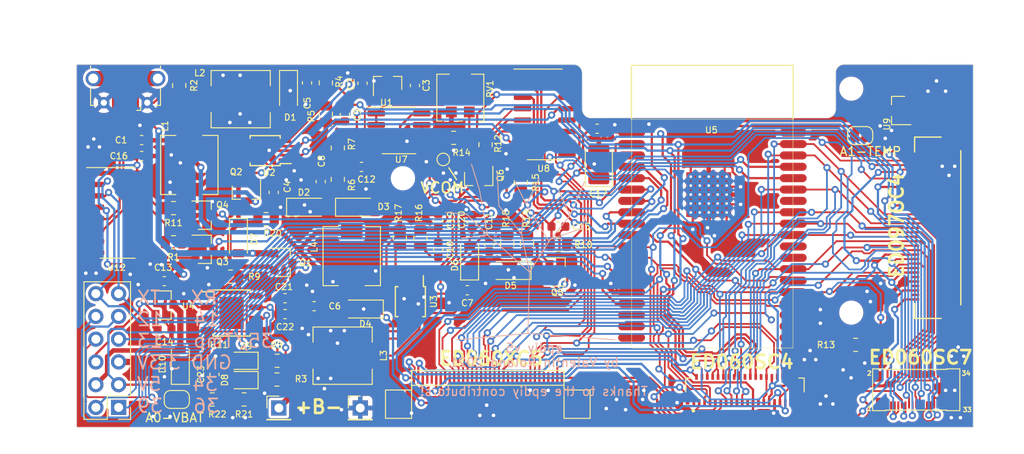
<source format=kicad_pcb>
(kicad_pcb (version 20221018) (generator pcbnew)
  (layers (0 "F.Cu" signal) (31 "B.Cu" signal) (34 "B.Paste" user) (35 "F.Paste" user) (36 "B.SilkS" user "B.Silkscreen") (37 "F.SilkS" user "F.Silkscreen") (38 "B.Mask" user) (39 "F.Mask" user) (44 "Edge.Cuts" user))
  (net 0 "")
  (net 1 "GND")
  (net 2 "Net-(U2-SW1)")
  (net 3 "Net-(D2-A)")
  (net 4 "/+22V")
  (net 5 "Net-(U2-FB2)")
  (net 6 "/-20V")
  (net 7 "Net-(U3-SW1)")
  (net 8 "/-15V")
  (net 9 "/15V")
  (net 10 "/EN")
  (net 11 "Net-(D5-A)")
  (net 12 "/EP_CKH")
  (net 13 "/EP_LE")
  (net 14 "/EP_OE")
  (net 15 "/EP_STH")
  (net 16 "/EP_D0")
  (net 17 "/EP_D1")
  (net 18 "/EP_D2")
  (net 19 "/EP_D3")
  (net 20 "/EP_D4")
  (net 21 "/EP_D5")
  (net 22 "/EP_D6")
  (net 23 "/EP_D7")
  (net 24 "/EP_VCOM")
  (net 25 "/EP_MODE")
  (net 26 "/EP_STV")
  (net 27 "/EP_CKV")
  (net 28 "Net-(U2-NFB1)")
  (net 29 "Net-(U3-FB2)")
  (net 30 "/MISO")
  (net 31 "/SCLK")
  (net 32 "/MOSI")
  (net 33 "/A0")
  (net 34 "/SENSOR_VN")
  (net 35 "/SENSOR_VP")
  (net 36 "Net-(R14-Pad2)")
  (net 37 "Net-(U3-NFB1)")
  (net 38 "/USB_TXD")
  (net 39 "/USB_RXD")
  (net 40 "Net-(D1-A)")
  (net 41 "/+3.3V")
  (net 42 "Net-(D4-A)")
  (net 43 "Net-(D10-K)")
  (net 44 "Net-(D8-K)")
  (net 45 "Net-(D9-K)")
  (net 47 "/A1")
  (net 48 "/CTRL-20V")
  (net 49 "/CTRL+22V")
  (net 50 "/CTRL-15V")
  (net 51 "/CTRL+15V")
  (net 52 "SW_VIN")
  (net 53 "EPD_VDD")
  (net 54 "/SMPS_CTRL")
  (net 55 "/~{RTS}")
  (net 57 "/~{DTR}")
  (net 63 "BAT+")
  (net 64 "VBUS")
  (net 67 "Net-(J2-D-)")
  (net 69 "Net-(J2-D+)")
  (net 70 "VIN")
  (net 71 "/+3.3_Serial")
  (net 74 "Net-(C23-Pad2)")
  (net 75 "/IO0")
  (net 79 "Net-(U9-Vout)")
  (net 80 "Net-(Q2-G)")
  (net 81 "Net-(Q3-B)")
  (net 82 "Net-(Q4-B)")
  (net 83 "Net-(Q6-B)")
  (net 84 "Net-(U11-~{STDBY})")
  (net 85 "Net-(U11-~{CHRG})")
  (net 86 "Net-(U11-PROG)")
  (net 87 "Net-(U7A-+)")
  (net 88 "Net-(U5-IO32_XTAL_32K_P)")
  (net 89 "Net-(U5-IO33_XTAL_32K_N)")
  (net 106 "Net-(U7B--)")
  (footprint "Capacitor_SMD:C_0603_1608Metric" (layer "F.Cu") (at 46.99 33.782 90)
    (fp_text reference "C4")
    (fp_text value "0.1uF")
  )
  (footprint "Capacitor_SMD:C_0603_1608Metric" (layer "F.Cu") (at 52.2308 32.5712 -90)
    (fp_text reference "C8")
    (fp_text value "100pF")
  )
  (footprint "Capacitor_SMD:C_0603_1608Metric" (layer "F.Cu") (at 54.9275 25.0825 90)
    (fp_text reference "C9")
    (fp_text value "1uF")
  )
  (footprint "Diode_SMD:D_SOD-123" (layer "F.Cu") (at 50.673 35.433)
    (fp_text reference "D2")
    (fp_text value "MBR0540")
  )
  (footprint "Diode_SMD:D_SOD-123" (layer "F.Cu") (at 56.134 35.433)
    (fp_text reference "D3")
    (fp_text value "MBR0540")
  )
  (footprint "epaper-breakout:CONN_ED097OC4" (layer "F.Cu") (at 116.1372 37.7274 -90)
    (fp_text reference "J1" hide)
    (fp_text value "XF2M-3315-1A" hide)
  )
  (footprint "epaper-breakout:USB_Micro-B_A01SB141B1-067" (layer "F.Cu") (at 30.463 21.065 180)
    (fp_text reference "J2")
    (fp_text value "C10418")
  )
  (footprint "epaper-breakout:HRS_FH26W-39S-0.3SHW(60)" (layer "F.Cu") (at 99.5426 55.8546)
    (fp_text reference "J4" hide)
    (fp_text value "ED060SC4")
  )
  (footprint "Inductor_SMD:L_6.3x6.3_H3" (layer "F.Cu") (at 43.307 23.368 180)
    (fp_text reference "L2")
    (fp_text value "22uH")
  )
  (footprint "Resistor_SMD:R_0805_2012Metric" (layer "F.Cu") (at 74.549 32.679 -90)
    (fp_text reference "R15")
    (fp_text value "10k")
  )
  (footprint "epaper-breakout:EVM3ESX50B25" (layer "F.Cu") (at 67.8 23.2 -90)
    (fp_text reference "RV1")
    (fp_text value "200k")
  )
  (footprint "Package_TO_SOT_SMD:SOT-23" (layer "F.Cu") (at 116.6495 24.638 180)
    (fp_text reference "U9")
    (fp_text value "MCP9700AT-ETT")
  )
  (footprint "Package_SO:SOIC-16_3.9x9.9mm_P1.27mm" (layer "F.Cu") (at 77.216 25.0698)
    (fp_text reference "U8")
    (fp_text value "74HC4094-normal")
  )
  (footprint "Inductor_SMD:L_6.3x6.3_H3" (layer "F.Cu") (at 37.575 30.717 90)
    (fp_text reference "L1")
    (fp_text value "22uH")
  )
  (footprint "Capacitor_SMD:C_0603_1608Metric" (layer "F.Cu") (at 78.74 37.592)
    (fp_text reference "C15")
    (fp_text value "0.1uF")
  )
  (footprint "Resistor_SMD:R_0805_2012Metric" (layer "F.Cu") (at 111.887 50.8 180)
    (fp_text reference "R13")
    (fp_text value "10k")
  )
  (footprint "Resistor_SMD:R_0805_2012Metric" (layer "F.Cu") (at 52.8023 21.5476 -90)
    (fp_text reference "R4")
    (fp_text value "2M")
  )
  (footprint "Diode_SMD:D_SOD-123" (layer "F.Cu") (at 48.641 22.4155 -90)
    (fp_text reference "D1")
    (fp_text value "MBR0540")
  )
  (footprint "Resistor_SMD:R_0805_2012Metric" (layer "F.Cu") (at 52.8023 25.0401 -90)
    (fp_text reference "R5")
    (fp_text value "120k")
  )
  (footprint "Capacitor_SMD:C_0603_1608Metric" (layer "F.Cu") (at 50.7068 21.5476 90)
    (fp_text reference "C5")
    (fp_text value "4.7pF")
  )
  (footprint "Capacitor_SMD:C_0603_1608Metric" (layer "F.Cu") (at 56.7808 30.9312 180)
    (fp_text reference "C12")
    (fp_text value "1uF")
  )
  (footprint "Resistor_SMD:R_0805_2012Metric" (layer "F.Cu") (at 54.1358 28.812 90)
    (fp_text reference "R7")
    (fp_text value "39k")
  )
  (footprint "Resistor_SMD:R_0805_2012Metric" (layer "F.Cu") (at 54.1358 32.3195 90)
    (fp_text reference "R6")
    (fp_text value "560k")
  )
  (footprint "Resistor_SMD:R_0805_2012Metric" (layer "F.Cu") (at 78.74 39.624 180)
    (fp_text reference "R10")
    (fp_text value "10k")
  )
  (footprint "Capacitor_SMD:C_0603_1608Metric" (layer "F.Cu") (at 56.896 21.59 90)
    (fp_text reference "C2")
    (fp_text value "10uF")
  )
  (footprint "Capacitor_SMD:C_0603_1608Metric" (layer "F.Cu") (at 32.258 27.94 180)
    (fp_text reference "C1")
    (fp_text value "4.7uF")
  )
  (footprint "MountingHole:MountingHole_2.2mm_M2" (layer "F.Cu") (at 61.4 32.2)
    (fp_text reference "H2" hide)
    (fp_text value "MountingHole")
  )
  (footprint "TestPoint:TestPoint_Pad_D1.0mm" (layer "F.Cu") (at 65.9 30.1)
    (fp_text reference "TP1" hide)
    (fp_text value "TestPoint_Probe")
  )
  (footprint "MountingHole:MountingHole_2.2mm_M2" (layer "F.Cu") (at 111.4 47.2)
    (fp_text reference "H3" hide)
    (fp_text value "MountingHole")
  )
  (footprint "MountingHole:MountingHole_2.2mm_M2" (layer "F.Cu") (at 111.4 22.2)
    (fp_text reference "H1" hide)
    (fp_text value "MountingHole")
  )
  (footprint "Capacitor_SMD:C_0603_1608Metric" (layer "F.Cu") (at 65.3415 40.1955 90)
    (fp_text reference "C10")
    (fp_text value "4.7pF")
  )
  (footprint "Capacitor_SMD:C_0603_1608Metric" (layer "F.Cu") (at 71.0348 39.6032 90)
    (fp_text reference "C11")
    (fp_text value "100pF")
  )
  (footprint "Capacitor_SMD:C_0603_1608Metric" (layer "F.Cu") (at 69.088 37.071 -90)
    (fp_text reference "C20")
    (fp_text value "1uF")
  )
  (footprint "Diode_SMD:D_SOD-123" (layer "F.Cu") (at 73.4348 42.5032 180)
    (fp_text reference "D5")
    (fp_text value "MBR0540")
  )
  (footprint "Diode_SMD:D_SOD-123" (layer "F.Cu") (at 68.8348 41.3032 90)
    (fp_text reference "D6")
    (fp_text value "MBR0540")
  )
  (footprint "Inductor_SMD:L_6.3x6.3_H3" (layer "F.Cu") (at 55.6895 40.894 90)
    (fp_text reference "L4")
    (fp_text value "22uH")
  )
  (footprint "Resistor_SMD:R_0805_2012Metric" (layer "F.Cu") (at 63.3497 38.8543 -90)
    (fp_text reference "R16")
    (fp_text value "300k")
  )
  (footprint "Resistor_SMD:R_0805_2012Metric" (layer "F.Cu") (at 61.0497 38.8543 90)
    (fp_text reference "R17")
    (fp_text value "27k")
  )
  (footprint "Resistor_SMD:R_0805_2012Metric" (layer "F.Cu") (at 73.0348 39.5032 -90)
    (fp_text reference "R18")
    (fp_text value "110k")
  )
  (footprint "Resistor_SMD:R_0805_2012Metric" (layer "F.Cu") (at 75.2348 39.5032 90)
    (fp_text reference "R19")
    (fp_text value "10k")
  )
  (footprint "Package_TO_SOT_SMD:SOT-23" (layer "F.Cu") (at 59.69 21.59 90)
    (fp_text reference "U1")
    (fp_text value "MCP1700-3302E_SOT23")
  )
  (footprint "Package_SO:MSOP-10_3x3mm_P0.5mm" (layer "F.Cu") (at 62.23 45.974 -90)
    (fp_text reference "U3")
    (fp_text value "LT1945")
  )
  (footprint "Inductor_SMD:L_6.3x6.3_H3" (layer "F.Cu") (at 54.6735 52.0065 180)
    (fp_text reference "L3")
    (fp_text value "22uH")
  )
  (footprint "Capacitor_SMD:C_0603_1608Metric" (layer "F.Cu") (at 65.3415 36.957 -90)
    (fp_text reference "C19")
    (fp_text value "1uF")
  )
  (footprint "Resistor_SMD:R_0805_2012Metric" (layer "F.Cu") (at 67.056 27.686)
    (fp_text reference "R14")
    (fp_text value "390k")
  )
  (footprint "Connector_PinHeader_2.54mm:PinHeader_2x06_P2.54mm_Vertical" (layer "F.Cu") (at 29.6926 57.785 180)
    (fp_text reference "J3" hide)
    (fp_text value "Conn_02x06_Counter_Clockwise")
  )
  (footprint "Capacitor_SMD:C_0603_1608Metric" (layer "F.Cu") (at 32.258 29.718)
    (fp_text reference "C16")
    (fp_text value "0.1uF")
  )
  (footprint "Package_TO_SOT_SMD:SOT-23" (layer "F.Cu") (at 39.2684 40.132)
    (fp_text reference "Q3")
    (fp_text value "MMBT3904")
  )
  (footprint "Resistor_SMD:R_0805_2012Metric" (layer "F.Cu") (at 35.814 39.3446 180)
    (fp_text reference "R1")
    (fp_text value "10k")
  )
  (footprint "Resistor_SMD:R_0805_2012Metric" (layer "F.Cu") (at 35.814 35.5346 180)
    (fp_text reference "R11")
    (fp_text value "10k")
  )
  (footprint "Package_SO:SOP-8_3.76x4.96mm_P1.27mm" (layer "F.Cu") (at 60.96 26.8732)
    (fp_text reference "U7")
    (fp_text value "LM358")
  )
  (footprint "Resistor_SMD:R_0805_2012Metric" (layer "F.Cu") (at 70.612 28.448 90)
    (fp_text reference "R12")
    (fp_text value "1k")
  )
  (footprint "epaper-breakout:AXT334124" (layer "F.Cu") (at 118.6434 57.5056 180)
    (fp_text reference "U10" hide)
    (fp_text value "ED060SC7")
  )
  (footprint "esp32-wrover:ESP32-WROVER" (layer "F.Cu") (at 95.9 26.2)
    (fp_text reference "U5")
    (fp_text value "ESP32-WROVER" hide)
  )
  (footprint "epaper-breakout:X05A20H34G" (layer "F.Cu") (at 70.866 54.483)
    (fp_text reference "U6" hide)
    (fp_text value "ED060XC5")
  )
  (footprint "Capacitor_Tantalum_SMD:CP_EIA-3528-15_AVX-H" (layer "F.Cu") (at 83.2485 30.6705 90)
    (fp_text reference "C17")
    (fp_text value "100uF")
  )
  (footprint "Package_TO_SOT_SMD:SOT-23" (layer "F.Cu") (at 39.2684 36.322)
    (fp_text reference "Q4")
    (fp_text value "MMBT3904")
  )
  (footprint "Package_TO_SOT_SMD:SOT-23" (layer "F.Cu") (at 78.74 42.672)
    (fp_text reference "Q5")
    (fp_text value "AO3401A")
  )
  (footprint "Package_TO_SOT_SMD:SOT-23" (layer "F.Cu") (at 43.942 33.782 -90)
    (fp_text reference "Q2")
    (fp_text value "AO3401A")
  )
  (footprint "Package_TO_SOT_SMD:SOT-23" (layer "F.Cu") (at 69.85 32.258 -90)
    (fp_text reference "Q6")
    (fp_text value "MMBT3904")
  )
  (footprint "Capacitor_SMD:C_0603_1608Metric" (layer "F.Cu") (at 62.738 21.844 -90)
    (fp_text reference "C3")
    (fp_text value "10uF")
  )
  (footprint "Package_SO:MSOP-10_3x3mm_P0.5mm" (layer "F.Cu") (at 46.0332 29.1168 180)
    (fp_text reference "U2")
    (fp_text value "LT1945")
  )
  (footprint "Capacitor_SMD:C_0603_1608Metric" (layer "F.Cu") (at 48.26 45.593)
    (fp_text reference "C21")
    (fp_text value "10uF")
  )
  (footprint "Capacitor_SMD:C_0603_1608Metric" (layer "F.Cu") (at 48.26 47.371 180)
    (fp_text reference "C22")
    (fp_text value "0.1uF")
  )
  (footprint "Diode_SMD:D_SOD-123" (layer "F.Cu") (at 43.053 38.9255 -90)
    (fp_text reference "D7")
    (fp_text value "1N5817")
  )
  (footprint "LED_SMD:LED_0805_2012Metric" (layer "F.Cu") (at 43.561 52.578 180)
    (fp_text reference "D9")
    (fp_text value "LED RED")
  )
  (footprint "Package_TO_SOT_SMD:SOT-23" (layer "F.Cu") (at 48.0695 41.5925)
    (fp_text reference "Q1")
    (fp_text value "AO3401A")
  )
  (footprint "Resistor_SMD:R_0805_2012Metric" (layer "F.Cu") (at 36.449 21.844 -90)
    (fp_text reference "R2")
    (fp_text value "100k")
  )
  (footprint "Resistor_SMD:R_0805_2012Metric" (layer "F.Cu") (at 47.3475 54.6735 180)
    (fp_text reference "R3")
    (fp_text value "1k")
  )
  (footprint "Resistor_SMD:R_0805_2012Metric" (layer "F.Cu") (at 47.371 52.578 180)
    (fp_text reference "R8")
    (fp_text value "1k")
  )
  (footprint "Resistor_SMD:R_0805_2012Metric" (layer "F.Cu") (at 42.164 43.18 180)
    (fp_text reference "R9")
    (fp_text value "6.8k")
  )
  (footprint "epaper-breakout:TP4056_SOP-8-PP" (layer "F.Cu") (at 42.291 47.244)
    (fp_text reference "U11")
    (fp_text value "TP4056")
  )
  (footprint "Resistor_SMD:R_0805_2012Metric" (layer "F.Cu") (at 46.141 36.7665 180)
    (fp_text reference "R20")
    (fp_text value "10k")
  )
  (footprint "LED_SMD:LED_0805_2012Metric" (layer "F.Cu") (at 43.561 54.737 180)
    (fp_text reference "D8")
    (fp_text value "LED GREEN")
  )
  (footprint "Package_TO_SOT_SMD:SOT-23" (layer "F.Cu") (at 34.798 46.355)
    (fp_text reference "U4")
    (fp_text value "XC6206PxxxMR")
  )
  (footprint "Package_SO:SOIC-16_3.9x9.9mm_P1.27mm" (layer "F.Cu") (at 29.591 36.068)
    (fp_text reference "U12")
    (fp_text value "CH340C")
  )
  (footprint "Capacitor_SMD:C_0603_1608Metric" (layer "F.Cu") (at 34.798 43.688 180)
    (fp_text reference "C13")
    (fp_text value "1uF")
  )
  (footprint "Capacitor_SMD:C_0603_1608Metric" (layer "F.Cu") (at 34.811 49.022 180)
    (fp_text reference "C14")
    (fp_text value "1uF")
  )
  (footprint "Diode_SMD:D_SOD-123" (layer "F.Cu") (at 36.576 52.959 90)
    (fp_text reference "D10")
    (fp_text value "1N5817")
  )
  (footprint "Jumper:SolderJumper-2_P1.3mm_Bridged2Bar_RoundedPad1.0x1.5mm" (layer "F.Cu") (at 36.18 56.896)
    (fp_text reference "JP_BAT1" hide)
    (fp_text value "Jumper")
  )
  (footprint "Jumper:SolderJumper-2_P1.3mm_Bridged2Bar_RoundedPad1.0x1.5mm" (layer "F.Cu") (at 112.395 27.432 180)
    (fp_text reference "JP_TEMP1" hide)
    (fp_text value "Jumper")
  )
  (footprint "Resistor_SMD:R_0805_2012Metric" (layer "F.Cu") (at 43.688 56.896 180)
    (fp_text reference "R21")
    (fp_text value "680k")
  )
  (footprint "Resistor_SMD:R_0805_2012Metric" (layer "F.Cu") (at 40.132 56.896 180)
    (fp_text reference "R22")
    (fp_text value "150k")
  )
  (footprint "Capacitor_SMD:C_0603_1608Metric" (layer "F.Cu") (at 83.058 26.67 180)
    (fp_text reference "C18" hide)
    (fp_text value "1uF")
  )
  (footprint "Capacitor_SMD:C_0603_1608Metric" (layer "F.Cu") (at 40.386 54.102 -90)
    (fp_text reference "C23")
    (fp_text value "0.1uF")
  )
  (footprint "Connector_PinHeader_2.54mm:PinHeader_1x01_P2.54mm_Vertical" (layer "F.Cu") (at 47.5615 57.8485)
    (fp_text reference "J5" hide)
    (fp_text value "Conn_01x01_Male")
  )
  (footprint "Connector_PinHeader_2.54mm:PinHeader_1x01_P2.54mm_Vertical" (layer "F.Cu") (at 56.642 57.8485)
    (fp_text reference "J6" hide)
    (fp_text value "Conn_01x01_Male")
  )
  (footprint "Capacitor_SMD:C_0603_1608Metric" (layer "F.Cu") (at 51.4985 46.482 180)
    (fp_text reference "C6")
    (fp_text value "4.7uF")
  )
  (footprint "Diode_SMD:D_SOD-123" (layer "F.Cu") (at 56.9595 46.7995 180)
    (fp_text reference "D4")
    (fp_text value "MBR0540")
  )
  (footprint "Capacitor_SMD:C_0603_1608Metric" (layer "F.Cu") (at 68.58 44.704 180)
    (fp_text reference "C7")
    (fp_text value "0.1uF")
  )
  (gr_line (start 75.338004 49.517987) (end 85.057995 50.237987) (stroke (width 0.1)) (layer "B.SilkS"))
  (gr_line (start 75.338004 49.517987) (end 67.418011 50.237987) (stroke (width 0.1)) (layer "B.SilkS"))
  (gr_line (start 75.518004 42.677994) (end 70.838008 38.537998) (stroke (width 0.1)) (layer "B.SilkS"))
  (gr_line (start 74.618005 38.357998) (end 74.798005 36.378) (stroke (width 0.1)) (layer "B.SilkS"))
  (gr_line (start 70.838008 38.537998) (end 68.49801 36.198) (stroke (width 0.1)) (layer "B.SilkS"))
  (gr_line (start 74.618005 38.357998) (end 72.098007 35.298001) (stroke (width 0.1)) (layer "B.SilkS"))
  (gr_line (start 81.277999 37.817998) (end 81.997998 35.838) (stroke (width 0.1)) (layer "B.SilkS"))
  (gr_line (start 70.838008 38.537998) (end 69.938009 33.498002) (stroke (width 0.1)) (layer "B.SilkS"))
  (gr_line (start 68.49801 36.198) (end 66.158012 36.018) (stroke (width 0.1)) (layer "B.SilkS"))
  (gr_line (start 70.838008 38.537998) (end 67.958011 38.897997) (stroke (width 0.1)) (layer "B.SilkS"))
  (gr_line (start 75.338004 49.517987) (end 75.518004 42.677994) (stroke (width 0.1)) (layer "B.SilkS"))
  (gr_line (start 80.018 36.378) (end 81.637998 32.598003) (stroke (width 0.1)) (layer "B.SilkS"))
  (gr_line (start 77.678002 39.257997) (end 75.158004 35.118001) (stroke (width 0.1)) (layer "B.SilkS"))
  (gr_line (start 77.678002 39.257997) (end 80.018 36.378) (stroke (width 0.1)) (layer "B.SilkS"))
  (gr_line (start 75.518004 42.677994) (end 74.618005 38.357998) (stroke (width 0.1)) (layer "B.SilkS"))
  (gr_line (start 72.098007 35.298001) (end 71.918007 31.698004) (stroke (width 0.1)) (layer "B.SilkS"))
  (gr_line (start 75.158004 35.118001) (end 73.898005 32.598003) (stroke (width 0.1)) (layer "B.SilkS"))
  (gr_line (start 75.158004 35.118001) (end 76.598003 32.238003) (stroke (width 0.1)) (layer "B.SilkS"))
  (gr_line (start 69.938009 33.498002) (end 69.03801 30.618005) (stroke (width 0.1)) (layer "B.SilkS"))
  (gr_line (start 77.678002 39.077997) (end 81.277999 37.817998) (stroke (width 0.1)) (layer "B.SilkS"))
  (gr_line (start 80.018 36.378) (end 78.758001 33.498002) (stroke (width 0.1)) (layer "B.SilkS"))
  (gr_line (start 75.518004 42.677994) (end 77.678002 39.257997) (stroke (width 0.1)) (layer "B.SilkS"))
  (gr_line (start 67.37455 32.34595) (end 66.52365 31.03785) (stroke (width 0.15)) (layer "F.SilkS"))
  (gr_line (start 25 60) (end 25 19.5) (stroke (width 0.05)) (layer "Edge.Cuts"))
  (gr_line (start 25 60) (end 125 60) (stroke (width 0.05)) (layer "Edge.Cuts"))
  (gr_line (start 125 19.5) (end 125 60) (stroke (width 0.05)) (layer "Edge.Cuts"))
  (gr_arc (start 109.6645 24.511) (mid 109.385519 25.184519) (end 108.712 25.4635) (stroke (width 0.05)) (layer "Edge.Cuts"))
  (gr_line (start 109.6645 24.511) (end 109.6645 20.447) (stroke (width 0.05)) (layer "Edge.Cuts"))
  (gr_line (start 108.712 25.4635) (end 82.3595 25.4635) (stroke (width 0.05)) (layer "Edge.Cuts"))
  (gr_line (start 125 19.5) (end 110.617 19.4945) (stroke (width 0.05)) (layer "Edge.Cuts"))
  (gr_line (start 25 19.5) (end 80.4355 19.5) (stroke (width 0.05)) (layer "Edge.Cuts"))
  (gr_arc (start 109.6645 20.447) (mid 109.943481 19.773481) (end 110.617 19.4945) (stroke (width 0.05)) (layer "Edge.Cuts"))
  (gr_line (start 81.407 24.511) (end 81.388 20.4525) (stroke (width 0.05)) (layer "Edge.Cuts"))
  (gr_arc (start 82.3595 25.4635) (mid 81.685981 25.184519) (end 81.407 24.511) (stroke (width 0.05)) (layer "Edge.Cuts"))
  (gr_arc (start 80.4355 19.5) (mid 81.109019 19.778981) (end 81.388 20.4525) (stroke (width 0.05)) (layer "Edge.Cuts"))
  (gr_text "RX   TX\n14   12\n35/Tmp   13\nGND 3.3V\n34   5V\n36   39" (at 31.623 51.562) (layer "B.SilkS") (effects (font (size 1.5 1.5) (thickness 0.2)) (justify right mirror)))
  (gr_text "epdiy v5\nby Valentin Roland 2021\n\nThanks to the epdiy contributors!" (at 76.018 53.578) (layer "B.SilkS") (effects (font (size 1 1)) (justify mirror)))
  (gr_text "VCOM" (at 65.786 33.274) (layer "F.SilkS") (effects (font (size 1.2 1.2) (thickness 0.2))))
  (gr_text "+B-" (at 52.0065 57.7215) (layer "F.SilkS") (effects (font (size 1.5 1.5) (thickness 0.3))))
  (gr_text "ED060SC4" (at 99.187 52.705) (layer "F.SilkS") (effects (font (size 1.5 1.5) (thickness 0.3))))
  (gr_text "ED060SC7" (at 119.126 52.197) (layer "F.SilkS") (effects (font (size 1.5 1.5) (thickness 0.3))))
  (gr_text "ED097OC4" (at 116.459 37.465 90) (layer "F.SilkS") (effects (font (size 1.5 1.5) (thickness 0.3))))
  (gr_text "ED060XC5" (at 71.247 52.324) (layer "F.SilkS") (effects (font (size 1.5 1.5) (thickness 0.3))))
  (gr_text "A0-VBAT" (at 35.941 58.928) (layer "F.SilkS") (effects (font (size 1 1))))
  (gr_text "A1-TEMP" (at 113.538 29.21) (layer "F.SilkS") (effects (font (size 1 1))))
  (segment (start 77.597 55.88) (end 77.597 55.88) (width 0.25) (layer "F.Cu") (net 1))
  (segment (start 75.589 55.856) (end 75.613 55.88) (width 0.25) (layer "F.Cu") (net 1))
  (segment (start 112.903 52.832) (end 112.903 52.832) (width 0.25) (layer "F.Cu") (net 1))
  (segment (start 39.59301 42.19499) (end 42.09149 42.19499) (width 0.25) (layer "F.Cu") (net 1))
  (segment (start 116.6434 54.8066) (end 116.5505 54.8995) (width 0.25) (layer "F.Cu") (net 1))
  (segment (start 63.058998 45.466) (end 63.754 45.466) (width 0.25) (layer "F.Cu") (net 1))
  (segment (start 86.9 44.92) (end 85.56 44.92) (width 0.25) (layer "F.Cu") (net 1))
  (segment (start 49.035 45.593) (end 49.035 47.371) (width 0.5) (layer "F.Cu") (net 1))
  (segment (start 62.73 46.617) (end 62.73 48.174) (width 0.25) (layer "F.Cu") (net 1))
  (segment (start 74.5348 38.5907) (end 72.898 36.9539) (width 0.25) (layer "F.Cu") (net 1))
  (segment (start 72.898 36.9539) (end 72.898 35.737) (width 0.25) (layer "F.Cu") (net 1))
  (segment (start 65.151 28.1122) (end 65.151 25.273) (width 0.25) (layer "F.Cu") (net 1))
  (segment (start 43.8332 29.6168) (end 45.9482 29.6168) (width 0.25) (layer "F.Cu") (net 1))
  (segment (start 75.2348 38.5907) (end 74.5348 38.5907) (width 0.25) (layer "F.Cu") (net 1))
  (segment (start 66.616 55.383) (end 65.459699 56.539301) (width 0.25) (layer "F.Cu") (net 1))
  (segment (start 118.5883 29.727398) (end 120.405398 29.727398) (width 0.25) (layer "F.Cu") (net 1))
  (segment (start 62.23 44.637002) (end 63.058998 45.466) (width 0.25) (layer "F.Cu") (net 1))
  (segment (start 38.330999 48.415999) (end 38.867998 47.879) (width 0.7) (layer "F.Cu") (net 1))
  (segment (start 65.683601 55.627399) (end 65.683601 56.285001) (width 0.25) (layer "F.Cu") (net 1))
  (segment (start 110.9745 50.8) (end 110.9745 50.9035) (width 0.25) (layer "F.Cu") (net 1))
  (segment (start 97.54 30.484) (end 97.278 30.484) (width 0.25) (layer "F.Cu") (net 1))
  (segment (start 84.273 27.11) (end 83.833 26.67) (width 0.2) (layer "F.Cu") (net 1))
  (segment (start 66.94101 28.96801) (end 67.056 29.083) (width 0.25) (layer "F.Cu") (net 1))
  (segment (start 86.9 27.11) (end 84.273 27.11) (width 0.2) (layer "F.Cu") (net 1))
  (segment (start 116.5505 54.8995) (end 116.1135 54.8995) (width 0.25) (layer "F.Cu") (net 1))
  (segment (start 93.726 36.246) (end 93.5 36.02) (width 0.25) (layer "F.Cu") (net 1))
  (segment (start 84.582 26.67) (end 85.0265 26.2255) (width 0.25) (layer "F.Cu") (net 1))
  (segment (start 33.798 45.405) (end 33.798 43.913) (width 0.25) (layer "F.Cu") (net 1))
  (segment (start 96.2426 57.8546) (end 96.0074 58.0898) (width 0.2) (layer "F.Cu") (net 1))
  (segment (start 63.616 55.383) (end 62.738 56.261) (width 0.25) (layer "F.Cu") (net 1))
  (segment (start 37.148002 52.705) (end 38.330999 51.522003) (width 0.7) (layer "F.Cu") (net 1))
  (segment (start 97.5955 35.1155) (end 97.5 35.02) (width 0.25) (layer "F.Cu") (net 1))
  (segment (start 69.088 36.296) (end 69.062 36.296) (width 0.25) (layer "F.Cu") (net 1))
  (segment (start 78.321802 42.5032) (end 78.613 42.212002) (width 0.25) (layer "F.Cu") (net 1))
  (segment (start 98.552 31.874802) (end 98.171 31.493802) (width 0.25) (layer "F.Cu") (net 1))
  (segment (start 95.377 34.153) (end 95.5 34.03) (width 0.25) (layer "F.Cu") (net 1))
  (segment (start 66.616 54.483) (end 66.616 55.383) (width 0.25) (layer "F.Cu") (net 1))
  (segment (start 93.341 30.484) (end 93.5 30.643) (width 0.25) (layer "F.Cu") (net 1))
  (segment (start 114.082798 55.372) (end 112.903 54.192202) (width 0.25) (layer "F.Cu") (net 1))
  (segment (start 97.627 33.147) (end 97.5 33.02) (width 0.25) (layer "F.Cu") (net 1))
  (segment (start 93.726 37.9095) (end 93.726 36.246) (width 0.25) (layer "F.Cu") (net 1))
  (segment (start 120.405398 29.727398) (end 121.539 30.861) (width 0.25) (layer "F.Cu") (net 1))
  (segment (start 29.6926 52.705) (end 37.148002 52.705) (width 0.7) (layer "F.Cu") (net 1))
  (segment (start 40.132 34.798) (end 38.343001 36.586999) (width 0.25) (layer "F.Cu") (net 1))
  (segment (start 40.626001 47.843999) (end 40.591 47.879) (width 0.25) (layer "F.Cu") (net 1))
  (segment (start 98.171 31.115) (end 97.54 30.484) (width 0.25) (layer "F.Cu") (net 1))
  (segment (start 63.616 54.483) (end 63.616 55.383) (width 0.25) (layer "F.Cu") (net 1))
  (segment (start 78.85499 38.25201) (end 78.85499 41.970012) (width 0.25) (layer "F.Cu") (net 1))
  (segment (start 65.616 55.559798) (end 65.683601 55.627399) (width 0.25) (layer "F.Cu") (net 1))
  (segment (start 34.023 43.688) (end 35.51601 42.19499) (width 0.25) (layer "F.Cu") (net 1))
  (segment (start 29.07 23.672) (end 29.163 23.765) (width 0.25) (layer "F.Cu") (net 1))
  (segment (start 102.8426 57.2546) (end 102.8426 58.3204) (width 0.25) (layer "F.Cu") (net 1))
  (segment (start 66.94101 24.94101) (end 66.94101 28.96801) (width 0.25) (layer "F.Cu") (net 1))
  (segment (start 35.69901 34.04801) (end 35.433 33.782) (width 0.25) (layer "F.Cu") (net 1))
  (segment (start 35.51601 42.19499) (end 39.59301 42.19499) (width 0.25) (layer "F.Cu") (net 1))
  (segment (start 63.4975 28.7782) (end 63.4975 29.8425) (width 0.25) (layer "F.Cu") (net 1))
  (segment (start 28.038 23.765) (end 29.07 22.733) (width 0.25) (layer "F.Cu") (net 1))
  (segment (start 92.8116 58.0898) (end 91.9734 57.2516) (width 0.2) (layer "F.Cu") (net 1))
  (segment (start 62.357 56.642) (end 62.357 58.42) (width 0.25) (layer "F.Cu") (net 1))
  (segment (start 97.5 36.02) (end 97.5 37.247) (width 0.25) (layer "F.Cu") (net 1))
  (segment (start 46.5158 29.1168) (end 46.482 29.083) (width 0.25) (layer "F.Cu") (net 1))
  (segment (start 114.780402 45.974) (end 113.538 45.974) (width 0.25) (layer "F.Cu") (net 1))
  (segment (start 78.321802 42.5032) (end 75.0848 42.5032) (width 0.25) (layer "F.Cu") (net 1))
  (segment (start 85.56 44.92) (end 84.582 43.942) (width 0.25) (layer "F.Cu") (net 1))
  (segment (start 94.4426 57.672602) (end 94.025402 58.0898) (width 0.2) (layer "F.Cu") (net 1))
  (segment (start 116.6434 54.1196) (end 116.6434 54.8066) (width 0.25) (layer "F.Cu") (net 1))
  (segment (start 78.116 54.483) (end 78.116 55.361) (width 0.25) (layer "F.Cu") (net 1))
  (segment (start 95.5 30.484) (end 93.341 30.484) (width 0.25) (layer "F.Cu") (net 1))
  (segment (start 63.827203 56.641201) (end 63.447002 56.261) (width 0.25) (layer "F.Cu") (net 1))
  (segment (start 95.5 34.02) (end 93.5 32.02) (width 0.25) (layer "F.Cu") (net 1))
  (segment (start 78.85499 41.970012) (end 78.321802 42.5032) (width 0.25) (layer "F.Cu") (net 1))
  (segment (start 29.07 22.733) (end 29.07 23.672) (width 0.25) (layer "F.Cu") (net 1))
  (segment (start 93.8276 58.0898) (end 92.8116 58.0898) (width 0.2) (layer "F.Cu") (net 1))
  (segment (start 116.2434 54.7696) (end 116.1135 54.8995) (width 0.25) (layer "F.Cu") (net 1))
  (segment (start 83.2485 27.2545) (end 83.833 26.67) (width 0.25) (layer "F.Cu") (net 1))
  (segment (start 95.377 37.719) (end 95.377 34.153) (width 0.25) (layer "F.Cu") (net 1))
  (segment (start 40.386 53.327) (end 41.389 53.327) (width 0.25) (layer "F.Cu") (net 1))
  (segment (start 69.062 36.296) (end 68.465289 35.699289) (width 0.25) (layer "F.Cu") (net 1))
  (segment (start 95.5 30.484) (end 97.278 30.484) (width 0.25) (layer "F.Cu") (net 1))
  (segment (start 40.626001 45.374001) (end 40.626001 47.843999) (width 0.25) (layer "F.Cu") (net 1))
  (segment (start 103.7426 54.3796) (end 103.7426 53.2294) (width 0.2) (layer "F.Cu") (net 1))
  (segment (start 36.309777 36.586999) (end 35.69901 35.976232) (width 0.25) (layer "F.Cu") (net 1))
  (segment (start 98.552 31.877) (end 98.552 31.874802) (width 0.25) (layer "F.Cu") (net 1))
  (segment (start 45.9482 29.6168) (end 46.482 29.083) (width 0.25) (layer "F.Cu") (net 1))
  (segment (start 75.116 54.483) (end 75.116 55.383) (width 0.25) (layer "F.Cu") (net 1))
  (segment (start 83.2485 29.133) (end 83.2485 27.2545) (width 0.25) (layer "F.Cu") (net 1))
  (segment (start 79.515 37.592) (end 78.85499 38.25201) (width 0.25) (layer "F.Cu") (net 1))
  (segment (start 94.025402 58.0898) (end 93.8276 58.0898) (width 0.2) (layer "F.Cu") (net 1))
  (segment (start 97.278 30.484) (end 97.278 31.798) (width 0.25) (layer "F.Cu") (net 1))
  (segment (start 115.641 55.372) (end 114.082798 55.372) (width 0.25) (layer "F.Cu") (net 1))
  (segment (start 31.483 27.94) (end 31.483 28.168) (width 0.25) (layer "F.Cu") (net 1))
  (segment (start 112.903 54.192202) (end 112.903 52.832) (width 0.25) (layer "F.Cu") (net 1))
  (segment (start 38.343001 36.586999) (end 36.309777 36.586999) (width 0.25) (layer "F.Cu") (net 1))
  (segment (start 116.2434 54.1196) (end 116.2434 54.7696) (width 0.25) (layer "F.Cu") (net 1))
  (segment (start 61.73 47.051315) (end 62.553315 46.228) (width 0.25) (layer "F.Cu") (net 1))
  (segment (start 56.896 22.365) (end 57.137 22.365) (width 0.25) (layer "F.Cu") (net 1))
  (segment (start 116.1135 54.8995) (end 115.641 55.372) (width 0.25) (layer "F.Cu") (net 1))
  (segment (start 117.027004 43.727398) (end 114.780402 45.974) (width 0.25) (layer "F.Cu") (net 1))
  (segment (start 63.4975 28.7782) (end 64.485 28.7782) (width 0.25) (layer "F.Cu") (net 1))
  (segment (start 35.69901 35.976232) (end 35.69901 34.04801) (width 0.25) (layer "F.Cu") (net 1))
  (segment (start 62.5602 28.7782) (end 61.849 28.067) (width 0.25) (layer "F.Cu") (net 1))
  (segment (start 40.591 47.879) (end 39.591 47.879) (width 0.25) (layer "F.Cu") (net 1))
  (segment (start 98.171 31.493802) (end 98.171 31.115) (width 0.25) (layer "F.Cu") (net 1))
  (segment (start 65.616 54.483) (end 65.616 55.559798) (width 0.25) (layer "F.Cu") (net 1))
  (segment (start 65.683601 56.285001) (end 65.429301 56.539301) (width 0.25) (layer "F.Cu") (net 1))
  (segment (start 97.5 37.247) (end 96.139 38.608) (width 0.25) (layer "F.Cu") (net 1))
  (segment (start 62.553315 46.228) (end 63.119 46.228) (width 0.25) (layer "F.Cu") (net 1))
  (segment (start 95.5 34.03) (end 95.5 34.02) (width 0.25) (layer "F.Cu") (net 1))
  (segment (start 36.449 20.9315) (end 33.6155 23.765) (width 0.25) (layer "F.Cu") (net 1))
  (segment (start 93.5 30.643) (end 93.5 32.02) (width 0.25) (layer "F.Cu") (net 1))
  (segment (start 95.5 34.03) (end 95.5 30.484) (width 0.25) (layer "F.Cu") (net 1))
  (segment (start 63.4975 29.8425) (end 64.008 30.353) (width 0.25) (layer "F.Cu") (net 1))
  (segment (start 38.867998 47.879) (end 39.591 47.879) (width 0.7) (layer "F.Cu") (net 1))
  (segment (start 40.591 45.339) (end 42.75 43.18) (width 0.25) (layer "F.Cu") (net 1))
  (segment (start 77.616 55.861) (end 77.616 54.483) (width 0.25) (layer "F.Cu") (net 1))
  (segment (start 88.011 56.134) (end 88.265 55.88) (width 0.25) (layer "F.Cu") (net 1))
  (segment (start 118.5883 43.727398) (end 117.027004 43.727398) (width 0.25) (layer "F.Cu") (net 1))
  (segment (start 34.925 48.361) (end 34.925 44.59) (width 0.25) (layer "F.Cu") (net 1))
  (segment (start 42.09149 42.19499) (end 43.0765 43.18) (width 0.25) (layer "F.Cu") (net 1))
  (segment (start 102.8426 58.3204) (end 102.743 58.42) (width 0.25) (layer "F.Cu") (net 1))
  (segment (start 63.119 46.228) (end 62.73 46.617) (width 0.25) (layer "F.Cu") (net 1))
  (segment (start 34.925 44.59) (end 34.023 43.688) (width 0.25) (layer "F.Cu") (net 1))
  (segment (start 42.75 43.18) (end 43.0765 43.18) (width 0.25) (layer "F.Cu") (net 1))
  (segment (start 99.06 33.147) (end 97.627 33.147) (width 0.25) (layer "F.Cu") (net 1))
  (segment (start 33.798 43.913) (end 34.023 43.688) (width 0.25) (layer "F.Cu") (net 1))
  (segment (start 78.116 55.361) (end 77.597 55.88) (width 0.25) (layer "F.Cu") (net 1))
  (segment (start 121.7616 56.0384) (end 121.92 55.88) (width 0.25) (layer "F.Cu") (net 1))
  (segment (start 62.23 43.774) (end 62.23 44.637002) (width 0.25) (layer "F.Cu") (net 1))
  (segment (start 96.2426 57.2546) (end 96.2426 57.8546) (width 0.2) (layer "F.Cu") (net 1))
  (segment (start 103.7426 53.2294) (end 103.886 53.086) (width 0.2) (layer "F.Cu") (net 1))
  (segment (start 121.4434 54.1196) (end 121.4434 56.0384) (width 0.25) (layer "F.Cu") (net 1))
  (segment (start 64.485 28.7782) (end 65.151 28.1122) (width 0.25) (layer "F.Cu") (net 1))
  (segment (start 63.447002 56.261) (end 62.738 56.261) (width 0.25) (layer "F.Cu") (net 1))
  (segment (start 65.327401 56.641201) (end 63.827203 56.641201) (width 0.25) (layer "F.Cu") (net 1))
  (segment (start 39.591 45.339) (end 40.591 45.339) (width 0.25) (layer "F.Cu") (net 1))
  (segment (start 75.116 55.383) (end 75.589 55.856) (width 0.25) (layer "F.Cu") (net 1))
  (segment (start 65.459699 56.539301) (end 65.429301 56.539301) (width 0.25) (layer "F.Cu") (net 1))
  (segment (start 63.4975 28.7782) (end 62.5602 28.7782) (width 0.25) (layer "F.Cu") (net 1))
  (segment (start 38.330999 51.522003) (end 38.330999 48.415999) (width 0.7) (layer "F.Cu") (net 1))
  (segment (start 62.611 56.388) (end 62.357 56.642) (width 0.25) (layer "F.Cu") (net 1))
  (segment (start 31.483 28.168) (end 33.033 29.718) (width 0.25) (layer "F.Cu") (net 1))
  (segment (start 61.73 48.174) (end 61.73 47.051315) (width 0.25) (layer "F.Cu") (net 1))
  (segment (start 40.591 45.339) (end 40.626001 45.374001) (width 0.25) (layer "F.Cu") (net 1))
  (segment (start 65.624 24.8) (end 66.8 24.8) (width 0.25) (layer "F.Cu") (net 1))
  (segment (start 65.151 25.273) (end 65.624 24.8) (width 0.25) (layer "F.Cu") (net 1))
  (segment (start 35.586 49.022) (end 34.925 48.361) (width 0.25) (layer "F.Cu") (net 1))
  (segment (start 77.597 55.88) (end 77.616 55.861) (width 0.25) (layer "F.Cu") (net 1))
  (segment (start 121.4434 56.0384) (end 121.4434 57.5056) (width 0.25) (layer "F.Cu") (net 1))
  (segment (start 33.6155 23.765) (end 32.888 23.765) (width 0.25) (layer "F.Cu") (net 1))
  (segment (start 88.011 56.769) (end 88.011 56.134) (width 0.25) (layer "F.Cu") (net 1))
  (segment (start 48.2332 29.1168) (end 46.5158 29.1168) (width 0.25) (layer "F.Cu") (net 1))
  (segment (start 121.4434 56.0384) (end 121.7616 56.0384) (width 0.25) (layer "F.Cu") (net 1))
  (segment (start 110.9745 50.9035) (end 112.903 52.832) (width 0.25) (layer "F.Cu") (net 1))
  (segment (start 57.137 22.365) (end 58.166 21.336) (width 0.25) (layer "F.Cu") (net 1))
  (segment (start 75.613 55.88) (end 77.597 55.88) (width 0.25) (layer "F.Cu") (net 1))
  (segment (start 43.8332 28.6168) (end 46.0158 28.6168) (width 0.25) (layer "F.Cu") (net 1))
  (segment (start 66.8 24.8) (end 66.94101 24.94101) (width 0.25) (layer "F.Cu") (net 1))
  (segment (start 96.0074 58.0898) (end 93.8276 58.0898) (width 0.2) (layer "F.Cu") (net 1))
  (segment (start 97.278 31.798) (end 97.5 32.02) (width 0.25) (layer "F.Cu") (net 1))
  (segment (start 99.06 35.1155) (end 97.5955 35.1155) (width 0.25) (layer "F.Cu") (net 1))
  (segment (start 62.738 56.261) (end 62.611 56.388) (width 0.25) (layer "F.Cu") (net 1))
  (segment (start 83.833 26.67) (end 84.582 26.67) (width 0.25) (layer "F.Cu") (net 1))
  (segment (start 46.0158 28.6168) (end 46.482 29.083) (width 0.25) (layer "F.Cu") (net 1))
  (segment (start 99.06 32.385) (end 98.552 31.877) (width 0.25) (layer "F.Cu") (net 1))
  (segment (start 94.4426 57.2546) (end 94.4426 57.672602) (width 0.2) (layer "F.Cu") (net 1))
  (segment (start 65.429301 56.539301) (end 65.327401 56.641201) (width 0.25) (layer "F.Cu") (net 1))
  (segment (start 99.06 33.147) (end 99.06 32.385) (width 0.25) (layer "F.Cu") (net 1))
  (via (at 40.132 34.798) (size 0.8) (drill 0.4) (layers "F.Cu" "B.Cu") (net 1))
  (via (at 122.555 58.928) (size 0.8) (drill 0.4) (layers "F.Cu" "B.Cu") (net 1))
  (via (at 48.387 32.385) (size 0.8) (drill 0.4) (layers "F.Cu" "B.Cu") (net 1))
  (via (at 55.245 20.447) (size 0.8) (drill 0.4) (layers "F.Cu" "B.Cu") (net 1))
  (via (at 84.074 57.912) (size 0.8) (drill 0.4) (layers "F.Cu" "B.Cu") (net 1))
  (via (at 73.787 43.307) (size 0.8) (drill 0.4) (layers "F.Cu" "B.Cu") (net 1))
  (via (at 72.898 35.737) (size 0.8) (drill 0.4) (layers "F.Cu" "B.Cu") (net 1))
  (via (at 57.023 46.7995) (size 0.8) (drill 0.4) (layers "F.Cu" "B.Cu") (net 1))
  (via (at 93.726 37.9095) (size 0.8) (drill 0.4) (layers "F.Cu" "B.Cu") (net 1))
  (via (at 50.165 48.9585) (size 0.8) (drill 0.4) (layers "F.Cu" "B.Cu") (net 1))
  (via (at 77.597 55.88) (size 0.8) (drill 0.4) (layers "F.Cu" "B.Cu") (net 1))
  (via (at 39.751 44.069) (size 0.8) (drill 0.4) (layers "F.Cu" "B.Cu") (net 1))
  (via (at 73.025 31.1785) (size 0.8) (drill 0.4) (layers "F.Cu" "B.Cu") (net 1))
  (via (at 71.501 58.674) (size 0.8) (drill 0.4) (layers "F.Cu" "B.Cu") (net 1))
  (via (at 46.482 29.083) (size 0.8) (drill 0.4) (layers "F.Cu" "B.Cu") (net 1))
  (via (at 96.139 38.608) (size 0.8) (drill 0.4) (layers "F.Cu" "B.Cu") (net 1))
  (via (at 66.675 32.385) (size 0.8) (drill 0.4) (layers "F.Cu" "B.Cu") (net 1))
  (via (at 50.673 44.1325) (size 0.8) (drill 0.4) (layers "F.Cu" "B.Cu") (net 1))
  (via (at 99.06 35.1155) (size 0.8) (drill 0.4) (layers "F.Cu" "B.Cu") (net 1))
  (via (at 91.9734 57.2516) (size 0.8) (drill 0.4) (layers "F.Cu" "B.Cu") (net 1))
  (via (at 70.612 43.942) (size 0.8) (drill 0.4) (layers "F.Cu" "B.Cu") (net 1))
  (via (at 51.308 44.831) (size 0.8) (drill 0.4) (layers "F.Cu" "B.Cu") (net 1))
  (via (at 57.277 33.401) (size 0.8) (drill 0.4) (layers "F.Cu" "B.Cu") (net 1))
  (via (at 45.085 50.8) (size 0.8) (drill 0.4) (layers "F.Cu" "B.Cu") (net 1))
  (via (at 51.054 35.941) (size 0.8) (drill 0.4) (layers "F.Cu" "B.Cu") (net 1))
  (via (at 88.265 55.88) (size 0.8) (drill 0.4) (layers "F.Cu" "B.Cu") (net 1))
  (via (at 36.957 45.085) (size 0.8) (drill 0.4) (layers "F.Cu" "B.Cu") (net 1))
  (via (at 61.849 28.067) (size 0.8) (drill 0.4) (layers "F.Cu" "B.Cu") (net 1))
  (via (at 48.8315 22.4155) (size 0.8) (drill 0.4) (layers "F.Cu" "B.Cu") (net 1))
  (via (at 107.442 52.451) (size 0.8) (drill 0.4) (layers "F.Cu" "B.Cu") (net 1))
  (via (at 107.95 46.863) (size 0.8) (drill 0.4) (layers "F.Cu" "B.Cu") (net 1))
  (via (at 85.217 56.896) (size 0.8) (drill 0.4) (layers "F.Cu" "B.Cu") (net 1))
  (via (at 110.49 53.594) (size 0.8) (drill 0.4) (layers "F.Cu" "B.Cu") (net 1))
  (via (at 27.559 28.702) (size 0.8) (drill 0.4) (layers "F.Cu" "B.Cu") (net 1))
  (via (at 121.92 22.479) (size 0.8) (drill 0.4) (layers "F.Cu" "B.Cu") (net 1))
  (via (at 45.974 56.1975) (size 0.8) (drill 0.4) (layers "F.Cu" "B.Cu") (net 1))
  (via (at 38.989 54.229) (size 0.8) (drill 0.4) (layers "F.Cu" "B.Cu") (net 1))
  (via (at 47.752 35.433) (size 0.8) (drill 0.4) (layers "F.Cu" "B.Cu") (net 1))
  (via (at 66.548 46.101) (size 0.8) (drill 0.4) (layers "F.Cu" "B.Cu") (net 1))
  (via (at 114.681 43.942) (size 0.8) (drill 0.4) (layers "F.Cu" "B.Cu") (net 1))
  (via (at 120.904 21.336) (size 0.8) (drill 0.4) (layers "F.Cu" "B.Cu") (net 1))
  (via (at 52.197 29.972) (size 0.8) (drill 0.4) (layers "F.Cu" "B.Cu") (net 1))
  (via (at 103.886 53.086) (size 0.8) (drill 0.4) (layers "F.Cu" "B.Cu") (net 1))
  (via (at 106.172 52.451) (size 0.8) (drill 0.4) (layers "F.Cu" "B.Cu") (net 1))
  (via (at 85.0265 26.2255) (size 0.8) (drill 0.4) (layers "F.Cu" "B.Cu") (net 1))
  (via (at 63.754 45.466) (size 0.8) (drill 0.4) (layers "F.Cu" "B.Cu") (net 1))
  (via (at 30.988 42.926) (size 0.8) (drill 0.4) (layers "F.Cu" "B.Cu") (net 1))
  (via (at 102.743 58.42) (size 0.8) (drill 0.4) (layers "F.Cu" "B.Cu") (net 1))
  (via (at 62.357 58.42) (size 0.8) (drill 0.4) (layers "F.Cu" "B.Cu") (net 1))
  (via (at 115.189 27.7495) (size 0.8) (drill 0.4) (layers "F.Cu" "B.Cu") (net 1))
  (via (at 121.539 30.861) (size 0.8) (drill 0.4) (layers "F.Cu" "B.Cu") (net 1))
  (via (at 95.377 37.719) (size 0.8) (drill 0.4) (layers "F.Cu" "B.Cu") (net 1))
  (via (at 123.317 51.054) (size 0.8) (drill 0.4) (layers "F.Cu" "B.Cu") (net 1))
  (via (at 68.465289 35.699289) (size 0.8) (drill 0.4) (layers "F.Cu" "B.Cu") (net 1))
  (via (at 111.379 54.483) (size 0.8) (drill 0.4) (layers "F.Cu" "B.Cu") (net 1))
  (via (at 44.323 25.9715) (size 0.8) (drill 0.4) (layers "F.Cu" "B.Cu") (net 1))
  (via (at 35.6235 53.467) (size 0.8) (drill 0.4) (layers "F.Cu" "B.Cu") (net 1))
  (via (at 82.7405 30.607) (size 0.8) (drill 0.4) (layers "F.Cu" "B.Cu") (net 1))
  (via (at 26.289 28.702) (size 0.8) (drill 0.4) (layers "F.Cu" "B.Cu") (net 1))
  (via (at 43.2435 20.701) (size 0.8) (drill 0.4) (layers "F.Cu" "B.Cu") (net 1))
  (via (at 113.538 45.974) (size 0.8) (drill 0.4) (layers "F.Cu" "B.Cu") (net 1))
  (via (at 73.152 42.418) (size 0.8) (drill 0.4) (layers "F.Cu" "B.Cu") (net 1))
  (via (at 72.898 29.464) (size 0.8) (drill 0.4) (layers "F.Cu" "B.Cu") (net 1))
  (via (at 114.6175 26.3525) (size 0.8) (drill 0.4) (layers "F.Cu" "B.Cu") (net 1))
  (via (at 64.008 30.353) (size 0.8) (drill 0.4) (layers "F.Cu" "B.Cu") (net 1))
  (via (at 123.952 52.07) (size 0.8) (drill 0.4) (layers "F.Cu" "B.Cu") (net 1))
  (via (at 52.6415 55.6895) (size 0.8) (drill 0.4) (layers "F.Cu" "B.Cu") (net 1))
  (via (at 54.102 50.6095) (size 0.8) (drill 0.4) (layers "F.Cu" "B.Cu") (net 1))
  (via (at 33.528 58.801) (size 0.8) (drill 0.4) (layers "F.Cu" "B.Cu") (net 1))
  (via (at 41.3385 20.701) (size 0.8) (drill 0.4) (layers "F.Cu" "B.Cu") (net 1))
  (via (at 122.936 30.861) (size 0.8) (drill 0.4) (layers "F.Cu" "B.Cu") (net 1))
  (via (at 26.924 27.813) (size 0.8) (drill 0.4) (layers "F.Cu" "B.Cu") (net 1))
  (via (at 69.977 58.674) (size 0.8) (drill 0.4) (layers "F.Cu" "B.Cu") (net 1))
  (via (at 107.95 48.387) (size 0.8) (drill 0.4) (layers "F.Cu" "B.Cu") (net 1))
  (via (at 122.301 31.877) (size 0.8) (drill 0.4) (layers "F.Cu" "B.Cu") (net 1))
  (via (at 50.038 58.039) (size 0.8) (drill 0.4) (layers "F.Cu" "B.Cu") (net 1))
  (via (at 113.157 44.831) (size 0.8) (drill 0.4) (layers "F.Cu" "B.Cu") (net 1))
  (via (at 32.0675 26.289) (size 0.8) (drill 0.4) (layers "F.Cu" "B.Cu") (net 1))
  (via (at 34.798 54.356) (size 0.8) (drill 0.4) (layers "F.Cu" "B.Cu") (net 1))
  (via (at 35.433 33.782) (size 0.8) (drill 0.4) (layers "F.Cu" "B.Cu") (net 1))
  (via (at 115.8875 26.8605) (size 0.8) (drill 0.4) (layers "F.Cu" "B.Cu") (net 1))
  (via (at 119.9515 22.479) (size 0.8) (drill 0.4) (layers "F.Cu" "B.Cu") (net 1))
  (via (at 123.571 58.928) (size 0.8) (drill 0.4) (layers "F.Cu" "B.Cu") (net 1))
  (via (at 109.347 57.404) (size 0.8) (drill 0.4) (layers "F.Cu" "B.Cu") (net 1))
  (via (at 51.943 54.5465) (size 0.8) (drill 0.4) (layers "F.Cu" "B.Cu") (net 1))
  (via (at 61.5315 45.6565) (size 0.8) (drill 0.4) (layers "F.Cu" "B.Cu") (net 1))
  (via (at 53.34 54.5465) (size 0.8) (drill 0.4) (layers "F.Cu" "B.Cu") (net 1))
  (via (at 50.8635 49.657) (size 0.8) (drill 0.4) (layers "F.Cu" "B.Cu") (net 1))
  (via (at 88.138 56.896) (size 0.8) (drill 0.4) (layers "F.Cu" "B.Cu") (net 1))
  (via (at 107.95 57.404) (size 0.8) (drill 0.4) (layers "F.Cu" "B.Cu") (net 1))
  (via (at 88.8365 26.162) (size 0.8) (drill 0.4) (layers "F.Cu" "B.Cu") (net 1))
  (via (at 42.418 58.928) (size 0.8) (drill 0.4) (layers "F.Cu" "B.Cu") (net 1))
  (via (at 40.513 52.07) (size 0.8) (drill 0.4) (layers "F.Cu" "B.Cu") (net 1))
  (via (at 35.433 58.801) (size 0.8) (drill 0.4) (layers "F.Cu" "B.Cu") (net 1))
  (via (at 54.864 49.2125) (size 0.8) (drill 0.4) (layers "F.Cu" "B.Cu") (net 1))
  (via (at 108.585 56.515) (size 0.8) (drill 0.4) (layers "F.Cu" "B.Cu") (net 1))
  (via (at 53.594 43.7515) (size 0.8) (drill 0.4) (layers "F.Cu" "B.Cu") (net 1))
  (via (at 70.739 57.531) (size 0.8) (drill 0.4) (layers "F.Cu" "B.Cu") (net 1))
  (via (at 67.31 31.623) (size 0.8) (drill 0.4) (layers "F.Cu" "B.Cu") (net 1))
  (via (at 53.34 49.2125) (size 0.8) (drill 0.4) (layers "F.Cu" "B.Cu") (net 1))
  (via (at 67.056 29.083) (size 0.8) (drill 0.4) (layers "F.Cu" "B.Cu") (net 1))
  (via (at 86.233 58.039) (size 0.8) (drill 0.4) (layers "F.Cu" "B.Cu") (net 1))
  (via (at 50.546 23.9395) (size 0.8) (drill 0.4) (layers "F.Cu" "B.Cu") (net 1))
  (via (at 43.2435 25.019) (size 0.8) (drill 0.4) (layers "F.Cu" "B.Cu") (net 1))
  (via (at 99.06 33.147) (size 0.8) (drill 0.4) (layers "F.Cu" "B.Cu") (net 1))
  (via (at 121.92 55.88) (size 0.8) (drill 0.4) (layers "F.Cu" "B.Cu") (net 1))
  (via (at 58.3565 42.545) (size 0.8) (drill 0.4) (layers "F.Cu" "B.Cu") (net 1))
  (via (at 49.276 31.369) (size 0.8) (drill 0.4) (layers "F.Cu" "B.Cu") (net 1))
  (via (at 36.576 30.48) (size 0.8) (drill 0.4) (layers "F.Cu" "B.Cu") (net 1))
  (via (at 26.035 42.799) (size 0.8) (drill 0.4) (layers "F.Cu" "B.Cu") (net 1))
  (via (at 84.582 43.942) (size 0.8) (drill 0.4) (layers "F.Cu" "B.Cu") (net 1))
  (via (at 122.936 55.88) (size 0.8) (drill 0.4) (layers "F.Cu" "B.Cu") (net 1))
  (via (at 106.807 51.435) (size 0.8) (drill 0.4) (layers "F.Cu" "B.Cu") (net 1))
  (via (at 39.59301 42.19499) (size 0.8) (drill 0.4) (layers "F.Cu" "B.Cu") (net 1))
  (via (at 43.815 58.928) (size 0.8) (drill 0.4) (layers "F.Cu" "B.Cu") (net 1))
  (via (at 50.038 32.385) (size 0.8) (drill 0.4) (layers "F.Cu" "B.Cu") (net 1))
  (via (at 63.119 46.228) (size 0.8) (drill 0.4) (layers "F.Cu" "B.Cu") (net 1))
  (via (at 35.56 29.591) (size 0.8) (drill 0.4) (layers "F.Cu" "B.Cu") (net 1))
  (via (at 50.419 35.179) (size 0.8) (drill 0.4) (layers "F.Cu" "B.Cu") (net 1))
  (via (at 80.5815 44.1325) (size 0.8) (drill 0.4) (layers "F.Cu" "B.Cu") (net 1))
  (via (at 112.903 52.832) (size 0.8) (drill 0.4) (layers "F.Cu" "B.Cu") (net 1))
  (via (at 58.166 21.336) (size 0.8) (drill 0.4) (layers "F.Cu" "B.Cu") (net 1))
  (via (at 27.178 42.799) (size 0.8) (drill 0.4) (layers "F.Cu" "B.Cu") (net 1))
  (via (at 34.4805 41.8465) (size 0.8) (drill 0.4) (layers "F.Cu" "B.Cu") (net 1))
  (via (at 75.589 55.856) (size 0.8) (drill 0.4) (layers "F.Cu" "B.Cu") (net 1))
  (via (at 42.1005 25.9715) (size 0.8) (drill 0.4) (layers "F.Cu" "B.Cu") (net 1))
  (via (at 35.433 32.639) (size 0.8) (drill 0.4) (layers "F.Cu" "B.Cu") (net 1))
  (via (at 31.877 44.069) (size 0.8) (drill 0.4) (layers "F.Cu" "B.Cu") (net 1))
  (via (at 65.913 31.623) (size 0.8) (drill 0.4) (layers "F.Cu" "B.Cu") (net 1))
  (via (at 122.555 52.07) (size 0.8) (drill 0.4) (layers "F.Cu" "B.Cu") (net 1))
  (via (at 54.5465 58.039) (size 0.8) (drill 0.4) (layers "F.Cu" "B.Cu") (net 1))
  (via (at 33.2105 41.783) (size 0.8) (drill 0.4) (layers "F.Cu" "B.Cu") (net 1))
  (segment (start 87.503 59.309) (end 104.394 59.309) (width 0.7) (layer "B.Cu") (net 1))
  (segment (start 68.465289 35.699289) (end 67.324487 35.699289) (width 0.25) (layer "B.Cu") (net 1))
  (segment (start 84.582 43.942) (end 83.058 43.942) (width 0.25) (layer "B.Cu") (net 1))
  (segment (start 64.643 30.353) (end 65.913 31.623) (width 0.25) (layer "B.Cu") (net 1))
  (segment (start 83.058 43.942) (end 81.534 42.418) (width 0.25) (layer "B.Cu") (net 1))
  (segment (start 91.9734 57.2516) (end 91.573401 57.651599) (width 0.25) (layer "B.Cu") (net 1))
  (segment (start 95.5 36.02) (end 95.5 37.215) (width 0.25) (layer "B.Cu") (net 1))
  (segment (start 65.913 34.287802) (end 65.913 31.623) (width 0.25) (layer "B.Cu") (net 1))
  (segment (start 86.1695 42.3545) (end 84.582 43.942) (width 0.25) (layer "B.Cu") (net 1))
  (segment (start 95.5 37.215) (end 95.377 37.338) (width 0.25) (layer "B.Cu") (net 1))
  (segment (start 93.726 37.9095) (end 93.218 37.9095) (width 0.25) (layer "B.Cu") (net 1))
  (segment (start 67.324487 35.699289) (end 65.913 34.287802) (width 0.25) (layer "B.Cu") (net 1))
  (segment (start 104.394 59.309) (end 106.045 59.309) (width 0.7) (layer "B.Cu") (net 1))
  (segment (start 81.534 42.418) (end 73.152 42.418) (width 0.25) (layer "B.Cu") (net 1))
  (segment (start 91.573401 57.651599) (end 88.893599 57.651599) (width 0.25) (layer "B.Cu") (net 1))
  (segment (start 88.893599 57.651599) (end 88.011 56.769) (width 0.25) (layer "B.Cu") (net 1))
  (segment (start 86.233 58.039) (end 87.503 59.309) (width 0.7) (layer "B.Cu") (net 1))
  (segment (start 89.8525 37.0205) (end 86.1695 40.7035) (width 0.25) (layer "B.Cu") (net 1))
  (segment (start 95.377 37.338) (end 95.377 37.719) (width 0.25) (layer "B.Cu") (net 1))
  (segment (start 102.743 58.42) (end 103.632 59.309) (width 0.25) (layer "B.Cu") (net 1))
  (segment (start 103.632 59.309) (end 104.394 59.309) (width 0.25) (layer "B.Cu") (net 1))
  (segment (start 86.1695 40.7035) (end 86.1695 42.3545) (width 0.25) (layer "B.Cu") (net 1))
  (segment (start 92.329 37.0205) (end 89.8525 37.0205) (width 0.25) (layer "B.Cu") (net 1))
  (segment (start 106.045 59.309) (end 107.95 57.404) (width 0.7) (layer "B.Cu") (net 1))
  (segment (start 64.008 30.353) (end 64.643 30.353) (width 0.25) (layer "B.Cu") (net 1))
  (segment (start 93.218 37.9095) (end 92.329 37.0205) (width 0.25) (layer "B.Cu") (net 1))
  (segment (start 38.4785 33.467) (end 41.7195 30.226) (width 0.5) (layer "F.Cu") (net 2))
  (segment (start 43.8332 30.1168) (end 45.7378 30.1168) (width 0.25) (layer "F.Cu") (net 2))
  (segment (start 41.7195 30.226) (end 42.164 30.226) (width 0.5) (layer "F.Cu") (net 2))
  (segment (start 42.2732 30.1168) (end 42.164 30.226) (width 0.25) (layer "F.Cu") (net 2))
  (segment (start 37.575 33.467) (end 38.4785 33.467) (width 0.5) (layer "F.Cu") (net 2))
  (segment (start 37.575 33.467) (end 38.669 33.467) (width 0.5) (layer "F.Cu") (net 2))
  (segment (start 43.8332 30.1168) (end 42.2732 30.1168) (width 0.25) (layer "F.Cu") (net 2))
  (segment (start 45.7378 30.1168) (end 46.99 31.369) (width 0.25) (layer "F.Cu") (net 2))
  (segment (start 46.99 31.369) (end 46.99 33.007) (width 0.25) (layer "F.Cu") (net 2))
  (segment (start 52.323 35.433) (end 54.484 35.433) (width 0.25) (layer "F.Cu") (net 3))
  (segment (start 47.053001 34.493999) (end 50.876999 34.493999) (width 0.25) (layer "F.Cu") (net 3))
  (segment (start 51.816 35.433) (end 52.323 35.433) (width 0.25) (layer "F.Cu") (net 3))
  (segment (start 50.876999 34.493999) (end 51.816 35.433) (width 0.25) (layer "F.Cu") (net 3))
  (segment (start 46.99 34.557) (end 47.053001 34.493999) (width 0.25) (layer "F.Cu") (net 3))
  (segment (start 89.257198 54.781686) (end 89.224086 54.781686) (width 0.25) (layer "F.Cu") (net 4))
  (segment (start 51.0878 20.8256) (end 49.1298 20.8256) (width 0.25) (layer "F.Cu") (net 4))
  (segment (start 91.7956 49.354398) (end 91.7956 53.0352) (width 0.25) (layer "F.Cu") (net 4))
  (segment (start 99.640603 54.989601) (end 100.4426 55.791598) (width 0.25) (layer "F.Cu") (net 4))
  (segment (start 90.17401 44.80961) (end 90.17401 44.4754) (width 0.25) (layer "F.Cu") (net 4))
  (segment (start 120.2434 58.4456) (end 120.2434 57.5056) (width 0.2) (layer "F.Cu") (net 4))
  (segment (start 100.4426 57.2546) (end 100.4426 58.028) (width 0.25) (layer "F.Cu") (net 4))
  (segment (start 52.6648 20.7726) (end 52.8023 20.6351) (width 0.25) (layer "F.Cu") (net 4))
  (segment (start 100.4426 58.028) (end 99.619599 58.851001) (width 0.25) (layer "F.Cu") (net 4))
  (segment (start 88.9254 54.483) (end 79.116 54.483) (width 0.25) (layer "F.Cu") (net 4))
  (segment (start 93.750001 54.989601) (end 99.640603 54.989601) (width 0.25) (layer "F.Cu") (net 4))
  (segment (start 50.7068 20.7726) (end 52.6648 20.7726) (width 0.25) (layer "F.Cu") (net 4))
  (segment (start 115.632601 34.227399) (end 118.5883 34.227399) (width 0.25) (layer "F.Cu") (net 4))
  (segment (start 49.3606 20.8491) (end 50.6303 20.8491) (width 0.25) (layer "F.Cu") (net 4))
  (segment (start 54.9275 22.7603) (end 52.8023 20.6351) (width 0.25) (layer "F.Cu") (net 4))
  (segment (start 90.575601 57.813961) (end 90.575601 56.100089) (width 0.25) (layer "F.Cu") (net 4))
  (segment (start 99.619599 58.851001) (end 91.612641 58.851001) (width 0.25) (layer "F.Cu") (net 4))
  (segment (start 90.17401 44.80961) (end 90.17401 47.732808) (width 0.25) (layer "F.Cu") (net 4))
  (segment (start 90.17401 47.732808) (end 91.7956 49.354398) (width 0.25) (layer "F.Cu") (net 4))
  (segment (start 50.8443 20.6351) (end 50.7068 20.7726) (width 0.25) (layer "F.Cu") (net 4))
  (segment (start 48.9278 20.8491) (end 49.3606 20.8491) (width 0.25) (layer "F.Cu") (net 4))
  (segment (start 92.114869 38.425551) (end 92.114869 38.060131) (width 0.25) (layer "F.Cu") (net 4))
  (segment (start 90.17401 44.80961) (end 90.24179 44.80961) (width 0.25) (layer "F.Cu") (net 4))
  (segment (start 54.9275 24.3075) (end 55.237236 23.997764) (width 0.25) (layer "F.Cu") (net 4))
  (segment (start 92.114869 38.060131) (end 92.114869 28.437069) (width 0.25) (layer "F.Cu") (net 4))
  (segment (start 115.1382 34.7218) (end 115.632601 34.227399) (width 0.25) (layer "F.Cu") (net 4))
  (segment (start 91.612641 58.851001) (end 90.575601 57.813961) (width 0.25) (layer "F.Cu") (net 4))
  (segment (start 91.7956 53.0352) (end 93.750001 54.989601) (width 0.25) (layer "F.Cu") (net 4))
  (segment (start 54.9275 24.3075) (end 54.9275 22.7603) (width 0.25) (layer "F.Cu") (net 4))
  (segment (start 100.4426 55.791598) (end 100.4426 57.2546) (width 0.25) (layer "F.Cu") (net 4))
  (segment (start 120.0404 58.6486) (end 120.2434 58.4456) (width 0.2) (layer "F.Cu") (net 4))
  (segment (start 90.24179 44.80961) (end 90.449 44.6024) (width 0.25) (layer "F.Cu") (net 4))
  (segment (start 90.575601 56.100089) (end 89.257198 54.781686) (width 0.25) (layer "F.Cu") (net 4))
  (segment (start 89.224086 54.781686) (end 88.9254 54.483) (width 0.25) (layer "F.Cu") (net 4))
  (segment (start 49.3606 20.8491) (end 48.7246 20.8491) (width 0.25) (layer "F.Cu") (net 4))
  (segment (start 50.6303 20.8491) (end 50.7068 20.7726) (width 0.25) (layer "F.Cu") (net 4))
  (segment (start 92.114869 28.437069) (end 92.106902 28.429102) (width 0.25) (layer "F.Cu") (net 4))
  (segment (start 55.237236 23.997764) (end 56.610207 23.997764) (width 0.25) (layer "F.Cu") (net 4))
  (segment (start 92.630659 38.941341) (end 92.114869 38.425551) (width 0.25) (layer "F.Cu") (net 4))
  (via (at 92.630659 38.941341) (size 0.8) (drill 0.4) (layers "F.Cu" "B.Cu") (net 4))
  (via (at 90.449 44.6024) (size 0.8) (drill 0.4) (layers "F.Cu" "B.Cu") (net 4))
  (via (at 56.610207 23.997764) (size 0.8) (drill 0.4) (layers "F.Cu" "B.Cu") (net 4))
  (via (at 120.0404 58.6486) (size 0.8) (drill 0.4) (layers "F.Cu" "B.Cu") (net 4))
  (via (at 115.1382 34.7218) (size 0.8) (drill 0.4) (layers "F.Cu" "B.Cu") (net 4))
  (via (at 92.106902 28.429102) (size 0.8) (drill 0.4) (layers "F.Cu" "B.Cu") (net 4))
  (segment (start 120.0404 39.259411) (end 120.0404 54.4068) (width 0.25) (layer "B.Cu") (net 4))
  (segment (start 92.353601 41.567899) (end 92.353601 39.218399) (width 0.25) (layer "B.Cu") (net 4))
  (segment (start 115.1382 34.7218) (end 115.1382 36.2712) (width 0.25) (layer "B.Cu") (net 4))
  (segment (start 71.247 24.511) (end 57.277 24.511) (width 0.25) (layer "B.Cu") (net 4))
  (segment (start 79.563859 24.75282) (end 78.862028 24.050989) (width 0.25) (layer "B.Cu") (net 4))
  (segment (start 100.311654 26.19676) (end 110.149488 26.196762) (width 0.25) (layer "B.Cu") (net 4))
  (segment (start 110.149488 26.196762) (end 113.745115 29.792389) (width 0.25) (layer "B.Cu") (net 4))
  (segment (start 78.862028 24.050989) (end 71.707011 24.050989) (width 0.25) (layer "B.Cu") (net 4))
  (segment (start 79.563859 25.834519) (end 79.563859 24.75282) (width 0.25) (layer "B.Cu") (net 4))
  (segment (start 91.694 44.6024) (end 92.353601 43.942799) (width 0.25) (layer "B.Cu") (net 4))
  (segment (start 115.59179 31.169747) (end 115.59179 34.26821) (width 0.25) (layer "B.Cu") (net 4))
  (segment (start 56.610207 23.997764) (end 57.123443 24.511) (width 0.25) (layer "B.Cu") (net 4))
  (segment (start 99.520397 26.988016) (end 100.311654 26.19676) (width 0.25) (layer "B.Cu") (net 4))
  (segment (start 117.458589 36.6776) (end 120.0404 39.259411) (width 0.25) (layer "B.Cu") (net 4))
  (segment (start 98.063932 28.429102) (end 92.106902 28.429102) (width 0.25) (layer "B.Cu") (net 4))
  (segment (start 99.505016 26.988016) (end 98.063932 28.429102) (width 0.25) (layer "B.Cu") (net 4))
  (segment (start 82.158442 28.429102) (end 79.563859 25.834519) (width 0.25) (layer "B.Cu") (net 4))
  (segment (start 115.5446 36.6776) (end 117.458589 36.6776) (width 0.25) (layer "B.Cu") (net 4))
  (segment (start 99.505016 26.988016) (end 99.520397 26.988016) (width 0.25) (layer "B.Cu") (net 4))
  (segment (start 57.123443 24.511) (end 57.277 24.511) (width 0.25) (layer "B.Cu") (net 4))
  (segment (start 92.106902 28.429102) (end 82.158442 28.429102) (width 0.25) (layer "B.Cu") (net 4))
  (segment (start 114.214432 29.792389) (end 115.59179 31.169747) (width 0.25) (layer "B.Cu") (net 4))
  (segment (start 120.552586 54.918986) (end 120.552586 55.850414) (width 0.25) (layer "B.Cu") (net 4))
  (segment (start 92.353601 39.218399) (end 92.630659 38.941341) (width 0.25) (layer "B.Cu") (net 4))
  (segment (start 113.745115 29.792389) (end 114.214432 29.792389) (width 0.25) (layer "B.Cu") (net 4))
  (segment (start 115.59179 34.26821) (end 115.1382 34.7218) (width 0.25) (layer "B.Cu") (net 4))
  (segment (start 120.552586 55.850414) (end 120.0404 56.3626) (width 0.25) (layer "B.Cu") (net 4))
  (segment (start 115.1382 36.2712) (end 115.5446 36.6776) (width 0.25) (layer "B.Cu") (net 4))
  (segment (start 90.449 44.6024) (end 91.694 44.6024) (width 0.25) (layer "B.Cu") (net 4))
  (segment (start 120.0404 56.3626) (end 120.0404 58.6486) (width 0.25) (layer "B.Cu") (net 4))
  (segment (start 92.353601 43.942799) (end 92.353601 41.567899) (width 0.25) (layer "B.Cu") (net 4))
  (segment (start 120.0404 54.4068) (end 120.552586 54.918986) (width 0.25) (layer "B.Cu") (net 4))
  (segment (start 71.707011 24.050989) (end 71.247 24.511) (width 0.25) (layer "B.Cu") (net 4))
  (segment (start 48.2332 28.1168) (end 48.5003 28.1168) (width 0.25) (layer "F.Cu") (net 5))
  (segment (start 50.7068 22.3226) (end 52.6648 22.3226) (width 0.25) (layer "F.Cu") (net 5))
  (segment (start 52.4895 24.1276) (end 52.8023 24.1276) (width 0.25) (layer "F.Cu") (net 5))
  (segment (start 52.6648 22.3226) (end 52.8023 22.4601) (width 0.25) (layer "F.Cu") (net 5))
  (segment (start 48.5003 28.1168) (end 52.4895 24.1276) (width 0.25) (layer "F.Cu") (net 5))
  (segment (start 52.8023 22.4601) (end 52.8023 24.1276) (width 0.25) (layer "F.Cu") (net 5))
  (segment (start 114.3762 33.1724) (end 118.533301 33.1724) (width 0.25) (layer "F.Cu") (net 6))
  (segment (start 92.61562 51.24338) (end 92.61562 49.014737) (width 0.25) (layer "F.Cu") (net 6))
  (segment (start 54.1358 33.232) (end 55.16 33.232) (width 0.25) (layer "F.Cu") (net 6))
  (segment (start 91.704859 37.708141) (end 91.704859 29.805059) (width 0.25) (layer "F.Cu") (net 6))
  (segment (start 98.581088 49.632272) (end 96.45177 51.76159) (width 0.25) (layer "F.Cu") (net 6))
  (segment (start 56.261 24.892) (end 56.261 30.676) (width 0.25) (layer "F.Cu") (net 6))
  (segment (start 100.7426 50.76664) (end 99.608232 49.632272) (width 0.25) (layer "F.Cu") (net 6))
  (segment (start 63.116 52.962) (end 63.116 54.483) (width 0.25) (layer "F.Cu") (net 6))
  (segment (start 99.608232 49.632272) (end 98.581088 49.632272) (width 0.25) (layer "F.Cu") (net 6))
  (segment (start 94.28841 51.63459) (end 94.358192 51.63459) (width 0.25) (layer "F.Cu") (net 6))
  (segment (start 94.28841 51.63459) (end 93.00683 51.63459) (width 0.25) (layer "F.Cu") (net 6))
  (segment (start 55.16 33.232) (end 56.0058 32.3862) (width 0.25) (layer "F.Cu") (net 6))
  (segment (start 63.2206 52.8574) (end 63.116 52.962) (width 0.25) (layer "F.Cu") (net 6))
  (segment (start 94.358192 51.63459) (end 94.738791 51.253991) (width 0.25) (layer "F.Cu") (net 6))
  (segment (start 96.45177 51.76159) (end 95.976433 51.76159) (width 0.25) (layer "F.Cu") (net 6))
  (segment (start 93.00683 51.63459) (end 92.61562 51.24338) (width 0.25) (layer "F.Cu") (net 6))
  (segment (start 120.8466 56.7116) (end 121.0434 56.9084) (width 0.2) (layer "F.Cu") (net 6))
  (segment (start 91.225882 47.625) (end 91.1606 47.559718) (width 0.25) (layer "F.Cu") (net 6))
  (segment (start 118.533301 33.1724) (end 118.5883 33.227399) (width 0.25) (layer "F.Cu") (net 6))
  (segment (start 91.704859 38.216141) (end 91.704859 37.708141) (width 0.25) (layer "F.Cu") (net 6))
  (segment (start 91.704859 29.805059) (end 91.2368 29.337) (width 0.25) (layer "F.Cu") (net 6))
  (segment (start 56.0058 32.3862) (end 56.0058 30.9312) (width 0.25) (layer "F.Cu") (net 6))
  (segment (start 52.2308 33.3462) (end 54.0216 33.3462) (width 0.25) (layer "F.Cu") (net 6))
  (segment (start 91.2368 29.164902) (end 91.186 29.114102) (width 0.25) (layer "F.Cu") (net 6))
  (segment (start 120.6434 56.7116) (end 120.8466 56.7116) (width 0.2) (layer "F.Cu") (net 6))
  (segment (start 91.2368 29.337) (end 91.2368 29.164902) (width 0.25) (layer "F.Cu") (net 6))
  (segment (start 119.867585 55.543599) (end 120.6434 56.319414) (width 0.2) (layer "F.Cu") (net 6))
  (segment (start 91.225882 47.625) (end 91.225882 47.614082) (width 0.25) (layer "F.Cu") (net 6))
  (segment (start 120.6434 56.7116) (end 120.6434 57.5056) (width 0.2) (layer "F.Cu") (net 6))
  (segment (start 91.225882 47.614082) (end 90.99403 47.38223) (width 0.25) (layer "F.Cu") (net 6))
  (segment (start 56.261 30.676) (end 56.0058 30.9312) (width 0.25) (layer "F.Cu") (net 6))
  (segment (start 95.976433 51.76159) (end 95.849433 51.63459) (width 0.25) (layer "F.Cu") (net 6))
  (segment (start 54.0216 33.3462) (end 54.1358 33.232) (width 0.25) (layer "F.Cu") (net 6))
  (segment (start 57.784 35.433) (end 57.361 35.433) (width 0.25) (layer "F.Cu") (net 6))
  (segment (start 92.61562 49.014737) (end 91.225882 47.625) (width 0.25) (layer "F.Cu") (net 6))
  (segment (start 57.361 35.433) (end 55.16 33.232) (width 0.25) (layer "F.Cu") (net 6))
  (segment (start 90.99403 45.651012) (end 91.544009 45.101033) (width 0.25) (layer "F.Cu") (net 6))
  (segment (start 91.313 38.608) (end 91.704859 38.216141) (width 0.25) (layer "F.Cu") (net 6))
  (segment (start 90.99403 47.38223) (end 90.99403 45.651012) (width 0.25) (layer "F.Cu") (net 6))
  (segment (start 91.544009 43.736391) (end 91.6686 43.6118) (width 0.25) (layer "F.Cu") (net 6))
  (segment (start 121.0434 56.9084) (end 121.0434 57.5056) (width 0.2) (layer "F.Cu") (net 6))
  (segment (start 95.849433 51.63459) (end 94.28841 51.63459) (width 0.25) (layer "F.Cu") (net 6))
  (segment (start 91.544009 45.101033) (end 91.544009 43.736391) (width 0.25) (layer "F.Cu") (net 6))
  (segment (start 100.7426 54.3796) (end 100.7426 50.76664) (width 0.25) (layer "F.Cu") (net 6))
  (segment (start 120.6434 56.319414) (end 120.6434 56.7116) (width 0.2) (layer "F.Cu") (net 6))
  (via (at 94.738791 51.253991) (size 0.8) (drill 0.4) (layers "F.Cu" "B.Cu") (net 6))
  (via (at 91.313 38.608) (size 0.8) (drill 0.4) (layers "F.Cu" "B.Cu") (net 6))
  (via (at 119.867585 55.543599) (size 0.8) (drill 0.4) (layers "F.Cu" "B.Cu") (net 6))
  (via (at 91.6686 43.6118) (size 0.8) (drill 0.4) (layers "F.Cu" "B.Cu") (net 6))
  (via (at 114.3762 33.1724) (size 0.8) (drill 0.4) (layers "F.Cu" "B.Cu") (net 6))
  (via (at 91.186 29.114102) (size 0.8) (drill 0.4) (layers "F.Cu" "B.Cu") (net 6))
  (via (at 56.261 24.892) (size 0.8) (drill 0.4) (layers "F.Cu" "B.Cu") (net 6))
  (via (at 63.2206 52.8574) (size 0.8) (drill 0.4) (layers "F.Cu" "B.Cu") (net 6))
  (segment (start 100.481484 26.606769) (end 97.974151 29.114103) (width 0.25) (layer "B.Cu") (net 6))
  (segment (start 56.3372 24.9682) (end 56.261 24.892) (width 0.25) (layer "B.Cu") (net 6))
  (segment (start 91.6686 41.2242) (end 91.6686 38.9636) (width 0.25) (layer "B.Cu") (net 6))
  (segment (start 79.153849 26.004349) (end 79.153849 24.922651) (width 0.25) (layer "B.Cu") (net 6))
  (segment (start 72.668601 24.460999) (end 72.1614 24.9682) (width 0.25) (layer "B.Cu") (net 6))
  (segment (start 78.679831 52.047411) (end 77.053432 53.67381) (width 0.25) (layer "B.Cu") (net 6))
  (segment (start 115.18178 32.36682) (end 115.18178 31.339578) (width 0.25) (layer "B.Cu") (net 6))
  (segment (start 113.575285 30.202399) (end 109.979656 26.60677) (width 0.25) (layer "B.Cu") (net 6))
  (segment (start 92.958381 53.034401) (end 92.150401 53.034401) (width 0.25) (layer "B.Cu") (net 6))
  (segment (start 78.692197 24.460999) (end 72.668601 24.460999) (width 0.25) (layer "B.Cu") (net 6))
  (segment (start 88.677103 29.114103) (end 88.402112 28.839112) (width 0.25) (layer "B.Cu") (net 6))
  (segment (start 115.18178 31.339578) (end 114.044601 30.202399) (width 0.25) (layer "B.Cu") (net 6))
  (segment (start 117.292306 37.091157) (end 119.58721 39.386061) (width 0.25) (layer "B.Cu") (net 6))
  (segment (start 91.6686 38.9636) (end 91.313 38.608) (width 0.25) (layer "B.Cu") (net 6))
  (segment (start 115.308843 37.091157) (end 117.292306 37.091157) (width 0.25) (layer "B.Cu") (net 6))
  (segment (start 119.58721 39.386061) (end 119.58721 39.57761) (width 0.25) (layer "B.Cu") (net 6))
  (segment (start 114.3762 33.1724) (end 114.3762 36.158514) (width 0.25) (layer "B.Cu") (net 6))
  (segment (start 77.053432 53.67381) (end 63.91001 53.67381) (width 0.25) (layer "B.Cu") (net 6))
  (segment (start 114.044601 30.202399) (end 113.575285 30.202399) (width 0.25) (layer "B.Cu") (net 6))
  (segment (start 119.58721 39.386061) (end 119.58721 55.263224) (width 0.25) (layer "B.Cu") (net 6))
  (segment (start 119.58721 55.263224) (end 119.867585 55.543599) (width 0.25) (layer "B.Cu") (net 6))
  (segment (start 91.163411 52.047411) (end 78.679831 52.047411) (width 0.25) (layer "B.Cu") (net 6))
  (segment (start 63.91001 53.67381) (end 63.2206 52.9844) (width 0.25) (layer "B.Cu") (net 6))
  (segment (start 88.402112 28.839112) (end 81.988612 28.839112) (width 0.25) (layer "B.Cu") (net 6))
  (segment (start 97.974151 29.114103) (end 88.677103 29.114103) (width 0.25) (layer "B.Cu") (net 6))
  (segment (start 114.3762 33.1724) (end 115.18178 32.36682) (width 0.25) (layer "B.Cu") (net 6))
  (segment (start 109.979656 26.60677) (end 100.481484 26.606769) (width 0.25) (layer "B.Cu") (net 6))
  (segment (start 81.988612 28.839112) (end 79.153849 26.004349) (width 0.25) (layer "B.Cu") (net 6))
  (segment (start 63.2206 52.9844) (end 63.2206 52.8574) (width 0.25) (layer "B.Cu") (net 6))
  (segment (start 92.150401 53.034401) (end 91.163411 52.047411) (width 0.25) (layer "B.Cu") (net 6))
  (segment (start 114.3762 36.158514) (end 115.308843 37.091157) (width 0.25) (layer "B.Cu") (net 6))
  (segment (start 91.6686 43.6118) (end 91.6686 41.2242) (width 0.25) (layer "B.Cu") (net 6))
  (segment (start 94.738791 51.253991) (end 92.958381 53.034401) (width 0.25) (layer "B.Cu") (net 6))
  (segment (start 79.153849 24.922651) (end 78.692197 24.460999) (width 0.25) (layer "B.Cu") (net 6))
  (segment (start 72.1614 24.9682) (end 56.3372 24.9682) (width 0.25) (layer "B.Cu") (net 6))
  (segment (start 63.23 49.037002) (end 63.23 48.174) (width 0.25) (layer "F.Cu") (net 7))
  (segment (start 57.4235 52.0065) (end 60.260502 52.0065) (width 0.25) (layer "F.Cu") (net 7))
  (segment (start 63.23 48.174) (end 64.16 47.244) (width 0.25) (layer "F.Cu") (net 7))
  (segment (start 67.11116 47.244) (end 67.805 46.55016) (width 0.25) (layer "F.Cu") (net 7))
  (segment (start 67.805 46.55016) (end 67.805 44.704) (width 0.25) (layer "F.Cu") (net 7))
  (segment (start 60.260502 52.0065) (end 63.23 49.037002) (width 0.25) (layer "F.Cu") (net 7))
  (segment (start 64.16 47.244) (end 67.11116 47.244) (width 0.25) (layer "F.Cu") (net 7))
  (segment (start 93.8426 57.2546) (end 93.8426 56.536598) (width 0.2) (layer "F.Cu") (net 8))
  (segment (start 64.8115 29.718) (end 66.1435 28.386) (width 0.25) (layer "F.Cu") (net 8))
  (segment (start 70.1378 38.8282) (end 71.0348 38.8282) (width 0.25) (layer "F.Cu") (net 8))
  (segment (start 69.3128 39.6532) (end 70.1378 38.8282) (width 0.25) (layer "F.Cu") (net 8))
  (segment (start 64.8115 32.1725) (end 64.8115 29.718) (width 0.25) (layer "F.Cu") (net 8))
  (segment (start 66.18799 33.54899) (end 66.675 34.036) (width 0.2) (layer "F.Cu") (net 8))
  (segment (start 69.494 37.846) (end 71.247 36.093) (width 0.25) (layer "F.Cu") (net 8))
  (segment (start 115.4434 58.4458) (end 115.4434 58.5212) (width 0.25) (layer "F.Cu") (net 8))
  (segment (start 62.7126 53.3146) (end 62.7126 54.3864) (width 0.2) (layer "F.Cu") (net 8))
  (segment (start 112.92841 59.68999) (end 91.291949 59.68999) (width 0.25) (layer "F.Cu") (net 8))
  (segment (start 63.37187 34.544) (end 64.366879 33.54899) (width 0.2) (layer "F.Cu") (net 8))
  (segment (start 112.189612 59.68999) (end 113.359401 58.520201) (width 0.25) (layer "F.Cu") (net 8))
  (segment (start 72.1533 38.5907) (end 71.9158 38.8282) (width 0.25) (layer "F.Cu") (net 8))
  (segment (start 58.4225 32.8955) (end 60.071 34.544) (width 0.2) (layer "F.Cu") (net 8))
  (segment (start 113.359401 58.520201) (end 113.359401 57.555601) (width 0.25) (layer "F.Cu") (net 8))
  (segment (start 114.27461 59.68999) (end 112.92841 59.68999) (width 0.25) (layer "F.Cu") (net 8))
  (segment (start 117.340601 45.727399) (end 116.2304 46.8376) (width 0.25) (layer "F.Cu") (net 8))
  (segment (start 112.92841 59.68999) (end 112.189612 59.68999) (width 0.25) (layer "F.Cu") (net 8))
  (segment (start 93.8426 56.536598) (end 93.550601 56.244599) (width 0.2) (layer "F.Cu") (net 8))
  (segment (start 91.291949 59.68999) (end 89.755581 58.153623) (width 0.25) (layer "F.Cu") (net 8))
  (segment (start 89.755581 56.938781) (end 89.408 56.5912) (width 0.25) (layer "F.Cu") (net 8))
  (segment (start 115.4434 58.5212) (end 114.27461 59.68999) (width 0.25) (layer "F.Cu") (net 8))
  (segment (start 60.071 34.544) (end 63.37187 34.544) (width 0.2) (layer "F.Cu") (net 8))
  (segment (start 118.5883 45.727399) (end 117.340601 45.727399) (width 0.25) (layer "F.Cu") (net 8))
  (segment (start 71.9158 38.8282) (end 71.0348 38.8282) (width 0.25) (layer "F.Cu") (net 8))
  (segment (start 93.550601 56.244599) (end 92.972999 56.244599) (width 0.2) (layer "F.Cu") (net 8))
  (segment (start 89.755581 58.153623) (end 89.755581 56.938781) (width 0.25) (layer "F.Cu") (net 8))
  (segment (start 61.722 54.483) (end 62.616 54.483) (width 0.25) (layer "F.Cu") (net 8))
  (segment (start 68.8348 39.6532) (end 69.3128 39.6532) (width 0.25) (layer "F.Cu") (net 8))
  (segment (start 58.4225 28.7782) (end 58.4225 32.8955) (width 0.2) (layer "F.Cu") (net 8))
  (segment (start 68.8348 38.8612) (end 69.088 38.608) (width 0.25) (layer "F.Cu") (net 8))
  (segment (start 115.4434 57.5056) (end 115.4434 58.4458) (width 0.2) (layer "F.Cu") (net 8))
  (segment (start 68.8348 39.960145) (end 68.8348 39.6532) (width 0.25) (layer "F.Cu") (net 8))
  (segment (start 115.4434 58.4458) (end 115.8434 58.0458) (width 0.2) (layer "F.Cu") (net 8))
  (segment (start 66.1435 28.386) (end 66.1435 27.686) (width 0.25) (layer "F.Cu") (net 8))
  (segment (start 69.088 38.608) (end 69.088 37.846) (width 0.25) (layer "F.Cu") (net 8))
  (segment (start 112.7252 56.9214) (end 112.6998 56.9214) (width 0.25) (layer "F.Cu") (net 8))
  (segment (start 68.8348 39.6532) (end 68.8348 38.8612) (width 0.25) (layer "F.Cu") (net 8))
  (segment (start 64.366879 33.54899) (end 66.18799 33.54899) (width 0.2) (layer "F.Cu") (net 8))
  (segment (start 62.103 52.705) (end 62.7126 53.3146) (width 0.2) (layer "F.Cu") (net 8))
  (segment (start 92.972999 56.244599) (end 92.2528 55.5244) (width 0.2) (layer "F.Cu") (net 8))
  (segment (start 115.8434 58.0458) (end 115.8434 57.5056) (width 0.2) (layer "F.Cu") (net 8))
  (segment (start 66.675 34.036) (end 64.8115 32.1725) (width 0.25) (layer "F.Cu") (net 8))
  (segment (start 69.088 37.846) (end 69.494 37.846) (width 0.25) (layer "F.Cu") (net 8))
  (segment (start 113.359401 57.555601) (end 112.7252 56.9214) (width 0.25) (layer "F.Cu") (net 8))
  (segment (start 73.0348 38.5907) (end 72.1533 38.5907) (width 0.25) (layer "F.Cu") (net 8))
  (segment (start 65.5955 43.199445) (end 66.675 42.119945) (width 0.25) (layer "F.Cu") (net 8))
  (segment (start 62.7126 54.3864) (end 62.616 54.483) (width 0.2) (layer "F.Cu") (net 8))
  (segment (start 66.675 42.119945) (end 68.8348 39.960145) (width 0.25) (layer "F.Cu") (net 8))
  (segment (start 65.5955 44.323) (end 65.5955 43.199445) (width 0.25) (layer "F.Cu") (net 8))
  (via (at 66.675 34.036) (size 0.8) (drill 0.4) (layers "F.Cu" "B.Cu") (net 8))
  (via (at 62.103 52.705) (size 0.8) (drill 0.4) (layers "F.Cu" "B.Cu") (net 8))
  (via (at 89.408 56.5912) (size 0.8) (drill 0.4) (layers "F.Cu" "B.Cu") (net 8))
  (via (at 112.6998 56.9214) (size 0.8) (drill 0.4) (layers "F.Cu" "B.Cu") (net 8))
  (via (at 92.2528 55.5244) (size 0.8) (drill 0.4) (layers "F.Cu" "B.Cu") (net 8))
  (via (at 65.5955 44.323) (size 0.8) (drill 0.4) (layers "F.Cu" "B.Cu") (net 8))
  (via (at 61.722 54.483) (size 0.8) (drill 0.4) (layers "F.Cu" "B.Cu") (net 8))
  (via (at 116.2304 46.8376) (size 0.8) (drill 0.4) (layers "F.Cu" "B.Cu") (net 8))
  (via (at 71.247 36.093) (size 0.8) (drill 0.4) (layers "F.Cu" "B.Cu") (net 8))
  (segment (start 90.424 55.3466) (end 87.9856 52.9082) (width 0.2) (layer "B.Cu") (net 8))
  (segment (start 62.103 52.705) (end 62.103 53.270685) (width 0.25) (layer "B.Cu") (net 8))
  (segment (start 69.902199 36.118001) (end 68.326 34.541802) (width 0.25) (layer "B.Cu") (net 8))
  (segment (start 116.60713 47.79853) (end 116.60713 50.65187) (width 0.25) (layer "B.Cu") (net 8))
  (segment (start 87.9602 52.9336) (end 87.9856 52.9082) (width 0.25) (layer "B.Cu") (net 8))
  (segment (start 79.54558 54.08382) (end 80.6958 52.9336) (width 0.25) (layer "B.Cu") (net 8))
  (segment (start 116.60713 50.65187) (end 114.8842 52.3748) (width 0.25) (layer "B.Cu") (net 8))
  (segment (start 68.326 34.541802) (end 67.180802 34.541802) (width 0.25) (layer "B.Cu") (net 8))
  (segment (start 60.706 51.943) (end 60.706 53.467) (width 0.25) (layer "B.Cu") (net 8))
  (segment (start 90.6018 55.5244) (end 92.2528 55.5244) (width 0.25) (layer "B.Cu") (net 8))
  (segment (start 65.659 44.5135) (end 65.659 44.3865) (width 0.25) (layer "B.Cu") (net 8))
  (segment (start 87.9856 52.9082) (end 90.6018 55.5244) (width 0.25) (layer "B.Cu") (net 8))
  (segment (start 80.6958 52.9336) (end 87.9602 52.9336) (width 0.25) (layer "B.Cu") (net 8))
  (segment (start 116.2304 47.4218) (end 116.60713 47.79853) (width 0.25) (layer "B.Cu") (net 8))
  (segment (start 65.659 46.99) (end 65.659 44.5135) (width 0.25) (layer "B.Cu") (net 8))
  (segment (start 67.180802 34.541802) (end 66.675 34.036) (width 0.25) (layer "B.Cu") (net 8))
  (segment (start 90.4748 55.5244) (end 90.6018 55.5244) (width 0.25) (layer "B.Cu") (net 8))
  (segment (start 62.103 53.270685) (end 62.916135 54.08382) (width 0.25) (layer "B.Cu") (net 8))
  (segment (start 116.2304 46.8376) (end 116.2304 47.4218) (width 0.25) (layer "B.Cu") (net 8))
  (segment (start 71.221999 36.118001) (end 69.902199 36.118001) (width 0.25) (layer "B.Cu") (net 8))
  (segment (start 114.8842 54.737) (end 112.6998 56.9214) (width 0.25) (layer "B.Cu") (net 8))
  (segment (start 60.706 53.467) (end 61.722 54.483) (width 0.25) (layer "B.Cu") (net 8))
  (segment (start 65.659 46.99) (end 60.706 51.943) (width 0.25) (layer "B.Cu") (net 8))
  (segment (start 62.916135 54.08382) (end 79.54558 54.08382) (width 0.25) (layer "B.Cu") (net 8))
  (segment (start 71.247 36.093) (end 71.221999 36.118001) (width 0.25) (layer "B.Cu") (net 8))
  (segment (start 114.8842 52.3748) (end 114.8842 54.737) (width 0.25) (layer "B.Cu") (net 8))
  (segment (start 65.659 44.3865) (end 65.5955 44.323) (width 0.25) (layer "B.Cu") (net 8))
  (segment (start 89.408 56.5912) (end 90.4748 55.5244) (width 0.25) (layer "B.Cu") (net 8))
  (segment (start 111.604789 59.261011) (end 91.44281 59.261011) (width 0.25) (layer "F.Cu") (net 9))
  (segment (start 112.6744 58.1914) (end 111.604789 59.261011) (width 0.25) (layer "F.Cu") (net 9))
  (segment (start 115.8434 54.1196) (end 115.8434 53.2578) (width 0.2) (layer "F.Cu") (net 9))
  (segment (start 91.44281 59.261011) (end 90.165591 57.983792) (width 0.25) (layer "F.Cu") (net 9))
  (segment (start 78.616 53.1846) (end 78.616 54.483) (width 0.2) (layer "F.Cu") (net 9))
  (segment (start 90.165591 57.983792) (end 90.165591 56.303031) (width 0.25) (layer "F.Cu") (net 9))
  (segment (start 58.6105 46.7995) (end 59.563 47.752) (width 0.25) (layer "F.Cu") (net 9))
  (segment (start 93.4466 53.594) (end 93.4466 53.6836) (width 0.2) (layer "F.Cu") (net 9))
  (segment (start 59.563 44.0055) (end 59.563 39.784378) (width 0.25) (layer "F.Cu") (net 9))
  (segment (start 93.4466 53.6836) (end 94.1426 54.3796) (width 0.2) (layer "F.Cu") (net 9))
  (segment (start 58.6095 46.7995) (end 58.6095 44.959) (width 0.25) (layer "F.Cu") (net 9))
  (segment (start 66.341205 35.734205) (end 65.278 34.671) (width 0.25) (layer "F.Cu") (net 9))
  (segment (start 78.616 56.131) (end 78.616 54.483) (width 0.25) (layer "F.Cu") (net 9))
  (segment (start 65.3415 37.732) (end 66.341205 36.732295) (width 0.25) (layer "F.Cu") (net 9))
  (segment (start 78.867 52.9336) (end 78.616 53.1846) (width 0.2) (layer "F.Cu") (net 9))
  (segment (start 115.4434 53.6578) (end 115.4434 54.1196) (width 0.2) (layer "F.Cu") (net 9))
  (segment (start 68.152999 55.418001) (end 73.909201 55.418001) (width 0.25) (layer "F.Cu") (net 9))
  (segment (start 64.389 31.877) (end 61.087 28.575) (width 0.25) (layer "F.Cu") (net 9))
  (segment (start 65.3415 39.4205) (end 65.3415 37.732) (width 0.25) (layer "F.Cu") (net 9))
  (segment (start 58.6095 44.959) (end 59.563 44.0055) (width 0.25) (layer "F.Cu") (net 9))
  (segment (start 61.087 26.3912) (end 62.51 24.9682) (width 0.25) (layer "F.Cu") (net 9))
  (segment (start 90.165591 56.303031) (end 88.75557 54.89301) (width 0.25) (layer "F.Cu") (net 9))
  (segment (start 65.278 34.671) (end 65.024 34.671) (width 0.25) (layer "F.Cu") (net 9))
  (segment (start 80.28579 54.89301) (end 79.0478 56.131) (width 0.25) (layer "F.Cu") (net 9))
  (segment (start 75.2602 56.769) (end 77.978 56.769) (width 0.25) (layer "F.Cu") (net 9))
  (segment (start 115.824 52.5018) (end 115.824 53.2384) (width 0.25) (layer "F.Cu") (net 9))
  (segment (start 62.55219 38.73931) (end 63.3497 37.9418) (width 0.25) (layer "F.Cu") (net 9))
  (segment (start 62.51 24.9682) (end 63.4975 24.9682) (width 0.25) (layer "F.Cu") (net 9))
  (segment (start 63.3497 37.9418) (end 65.1317 37.9418) (width 0.25) (layer "F.Cu") (net 9))
  (segment (start 115.824 53.2384) (end 115.8434 53.2578) (width 0.25) (layer "F.Cu") (net 9))
  (segment (start 66.341205 36.732295) (end 66.341205 35.734205) (width 0.25) (layer "F.Cu") (net 9))
  (segment (start 77.978 56.769) (end 78.616 56.131) (width 0.25) (layer "F.Cu") (net 9))
  (segment (start 115.4176 46.482) (end 117.172201 44.727399) (width 0.25) (layer "F.Cu") (net 9))
  (segment (start 65.1317 37.9418) (end 65.3415 37.732) (width 0.25) (layer "F.Cu") (net 9))
  (segment (start 115.824 52.5018) (end 115.4176 52.0954) (width 0.25) (layer "F.Cu") (net 9))
  (segment (start 59.563 39.784378) (end 60.608068 38.73931) (width 0.25) (layer "F.Cu") (net 9))
  (segment (start 61.087 28.575) (end 61.087 26.3912) (width 0.25) (layer "F.Cu") (net 9))
  (segment (start 79.0478 56.131) (end 78.616 56.131) (width 0.25) (layer "F.Cu") (net 9))
  (segment (start 64.389 32.766) (end 64.389 31.877) (width 0.25) (layer "F.Cu") (net 9))
  (segment (start 73.909201 55.418001) (end 75.2602 56.769) (width 0.25) (layer "F.Cu") (net 9))
  (segment (start 60.608068 38.73931) (end 62.55219 38.73931) (width 0.25) (layer "F.Cu") (net 9))
  (segment (start 58.6095 46.7995) (end 58.6105 46.7995) (width 0.25) (layer "F.Cu") (net 9))
  (segment (start 115.8434 53.2578) (end 115.4434 53.6578) (width 0.2) (layer "F.Cu") (net 9))
  (segment (start 63.4492 57.277) (end 66.294 57.277) (width 0.25) (layer "F.Cu") (net 9))
  (segment (start 117.172201 44.727399) (end 118.5883 44.727399) (width 0.25) (layer "F.Cu") (net 9))
  (segment (start 88.75557 54.89301) (end 80.28579 54.89301) (width 0.25) (layer "F.Cu") (net 9))
  (segment (start 66.294 57.277) (end 68.152999 55.418001) (width 0.25) (layer "F.Cu") (net 9))
  (segment (start 115.4176 52.0954) (end 115.4176 46.482) (width 0.25) (layer "F.Cu") (net 9))
  (via (at 112.6744 58.1914) (size 0.8) (drill 0.4) (layers "F.Cu" "B.Cu") (net 9))
  (via (at 63.4492 57.277) (size 0.8) (drill 0.4) (layers "F.Cu" "B.Cu") (net 9))
  (via (at 93.4466 53.594) (size 0.8) (drill 0.4) (layers "F.Cu" "B.Cu") (net 9))
  (via (at 59.563 47.752) (size 0.8) (drill 0.4) (layers "F.Cu" "B.Cu") (net 9))
  (via (at 78.867 52.9336) (size 0.8) (drill 0.4) (layers "F.Cu" "B.Cu") (net 9))
  (via (at 115.824 52.5018) (size 0.8) (drill 0.4) (layers "F.Cu" "B.Cu") (net 9))
  (via (at 65.024 34.671) (size 0.8) (drill 0.4) (layers "F.Cu" "B.Cu") (net 9))
  (via (at 64.389 32.766) (size 0.8) (drill 0.4) (layers "F.Cu" "B.Cu") (net 9))
  (segment (start 59.563 47.752) (end 60.29599 48.48499) (width 0.25) (layer "B.Cu") (net 9))
  (segment (start 112.6998 58.1152) (end 112.6998 58.166) (width 0.25) (layer "B.Cu") (net 9))
  (segment (start 93.326001 53.714599) (end 93.4466 53.594) (width 0.2) (layer "B.Cu") (net 9))
  (segment (start 115.824 54.381304) (end 115.824 52.5018) (width 0.25) (layer "B.Cu") (net 9))
  (segment (start 112.6998 58.1152) (end 115.380971 55.43403) (width 0.25) (layer "B.Cu") (net 9))
  (segment (start 64.389 34.036) (end 65.024 34.671) (width 0.2) (layer "B.Cu") (net 9))
  (segment (start 79.368179 52.432421) (end 78.867 52.9336) (width 0.2) (layer "B.Cu") (net 9))
  (segment (start 64.389 32.766) (end 64.389 34.036) (width 0.2) (layer "B.Cu") (net 9))
  (segment (start 91.003935 52.432421) (end 79.368179 52.432421) (width 0.2) (layer "B.Cu") (net 9))
  (segment (start 92.286113 53.714599) (end 93.326001 53.714599) (width 0.2) (layer "B.Cu") (net 9))
  (segment (start 115.380971 54.824333) (end 115.824 54.381304) (width 0.25) (layer "B.Cu") (net 9))
  (segment (start 112.6998 58.166) (end 112.6744 58.1914) (width 0.25) (layer "B.Cu") (net 9))
  (segment (start 92.286113 53.714599) (end 91.003935 52.432421) (width 0.2) (layer "B.Cu") (net 9))
  (segment (start 60.29599 48.48499) (end 60.29599 54.12379) (width 0.25) (layer "B.Cu") (net 9))
  (segment (start 115.380971 55.43403) (end 115.380971 54.824333) (width 0.25) (layer "B.Cu") (net 9))
  (segment (start 60.29599 54.12379) (end 63.4492 57.277) (width 0.25) (layer "B.Cu") (net 9))
  (segment (start 40.894 39.5064) (end 40.2684 40.132) (width 0.2) (layer "F.Cu") (net 10))
  (segment (start 77.965 37.592) (end 77.965 37.097) (width 0.25) (layer "F.Cu") (net 10))
  (segment (start 40.894 39.243) (end 40.894 39.5064) (width 0.2) (layer "F.Cu") (net 10))
  (segment (start 85.0265 30.704039) (end 86.080539 29.65) (width 0.25) (layer "F.Cu") (net 10))
  (segment (start 83.312 34.925) (end 85.0265 33.2105) (width 0.25) (layer "F.Cu") (net 10))
  (segment (start 77.965 37.592) (end 77.965 39.4865) (width 0.25) (layer "F.Cu") (net 10))
  (segment (start 76.441 36.068) (end 77.965 37.592) (width 0.25) (layer "F.Cu") (net 10))
  (segment (start 86.080539 29.65) (end 86.9 29.65) (width 0.25) (layer "F.Cu") (net 10))
  (segment (start 85.0265 33.2105) (end 85.0265 30.704039) (width 0.25) (layer "F.Cu") (net 10))
  (segment (start 77.965 39.4865) (end 77.8275 39.624) (width 0.25) (layer "F.Cu") (net 10))
  (segment (start 75.692 36.068) (end 76.441 36.068) (width 0.25) (layer "F.Cu") (net 10))
  (segment (start 77.965 37.097) (end 78.70123 36.36077) (width 0.25) (layer "F.Cu") (net 10))
  (via (at 40.894 39.243) (size 0.8) (drill 0.4) (layers "F.Cu" "B.Cu") (net 10))
  (via (at 75.692 36.068) (size 0.8) (drill 0.4) (layers "F.Cu" "B.Cu") (net 10))
  (via (at 83.312 34.925) (size 0.8) (drill 0.4) (layers "F.Cu" "B.Cu") (net 10))
  (via (at 78.70123 36.36077) (size 0.8) (drill 0.4) (layers "F.Cu" "B.Cu") (net 10))
  (segment (start 78.70123 36.36077) (end 78.70123 35.795085) (width 0.25) (layer "B.Cu") (net 10))
  (segment (start 48.080801 37.388001) (end 48.082999 37.388001) (width 0.25) (layer "B.Cu") (net 10))
  (segment (start 82.880999 34.493999) (end 83.312 34.925) (width 0.25) (layer "B.Cu") (net 10))
  (segment (start 74.799211 37.269949) (end 75.692 36.37716) (width 0.25) (layer "B.Cu") (net 10))
  (segment (start 48.082999 37.388001) (end 48.201051 37.269949) (width 0.25) (layer "B.Cu") (net 10))
  (segment (start 48.201051 37.269949) (end 74.799211 37.269949) (width 0.25) (layer "B.Cu") (net 10))
  (segment (start 40.894 39.243) (end 46.225802 39.243) (width 0.25) (layer "B.Cu") (net 10))
  (segment (start 75.692 36.37716) (end 75.692 36.068) (width 0.25) (layer "B.Cu") (net 10))
  (segment (start 46.225802 39.243) (end 48.080801 37.388001) (width 0.25) (layer "B.Cu") (net 10))
  (segment (start 78.70123 35.795085) (end 80.002316 34.493999) (width 0.25) (layer "B.Cu") (net 10))
  (segment (start 80.002316 34.493999) (end 82.880999 34.493999) (width 0.25) (layer "B.Cu") (net 10))
  (segment (start 69.355 44.209) (end 68.8348 43.6888) (width 0.25) (layer "F.Cu") (net 11))
  (segment (start 68.8348 43.6888) (end 68.8348 42.9532) (width 0.25) (layer "F.Cu") (net 11))
  (segment (start 70.3308 42.9532) (end 68.8348 42.9532) (width 0.25) (layer "F.Cu") (net 11))
  (segment (start 71.7848 42.5032) (end 70.7808 42.5032) (width 0.25) (layer "F.Cu") (net 11))
  (segment (start 70.7808 42.5032) (end 70.3308 42.9532) (width 0.25) (layer "F.Cu") (net 11))
  (segment (start 69.355 44.704) (end 69.355 44.209) (width 0.25) (layer "F.Cu") (net 11))
  (segment (start 90.398201 49.211801) (end 90.1446 49.465402) (width 0.2) (layer "F.Cu") (net 12))
  (segment (start 95.28259 56.4134) (end 95.0426 56.65339) (width 0.2) (layer "F.Cu") (net 12))
  (segment (start 89.916 49.792016) (end 89.916 50.57027) (width 0.2) (layer "F.Cu") (net 12))
  (segment (start 95.119001 55.734621) (end 95.28259 55.89821) (width 0.2) (layer "F.Cu") (net 12))
  (segment (start 90.02161 43.4848) (end 89.789 43.71741) (width 0.2) (layer "F.Cu") (net 12))
  (segment (start 104.633799 46.456201) (end 104.9 46.19) (width 0.2) (layer "F.Cu") (net 12))
  (segment (start 116.852801 42.227399) (end 115.9764 43.1038) (width 0.2) (layer "F.Cu") (net 12))
  (segment (start 90.398201 48.589801) (end 90.398201 49.211801) (width 0.2) (layer "F.Cu") (net 12))
  (segment (start 91.0082 51.66247) (end 91.0082 53.315731) (width 0.2) (layer "F.Cu") (net 12))
  (segment (start 115.9764 43.1038) (end 112.1918 43.1038) (width 0.2) (layer "F.Cu") (net 12))
  (segment (start 89.789 43.71741) (end 89.789 47.9806) (width 0.2) (layer "F.Cu") (net 12))
  (segment (start 96.316868 46.19) (end 101.778998 46.19) (width 0.2) (layer "F.Cu") (net 12))
  (segment (start 108.8518 46.19) (end 109.1056 46.19) (width 0.2) (layer "F.Cu") (net 12))
  (segment (start 104.9 46.19) (end 108.8518 46.19) (width 0.2) (layer "F.Cu") (net 12))
  (segment (start 91.0082 53.315731) (end 93.42709 55.734621) (width 0.2) (layer "F.Cu") (net 12))
  (segment (start 90.1446 49.465402) (end 90.1446 49.563416) (width 0.2) (layer "F.Cu") (net 12))
  (segment (start 66.116 53.633) (end 65.4558 52.9728) (width 0.2) (layer "F.Cu") (net 12))
  (segment (start 92.676277 43.64161) (end 93.14395 43.64161) (width 0.2) (layer "F.Cu") (net 12))
  (segment (start 112.141 55.118) (end 112.141 53.721) (width 0.2) (layer "F.Cu") (net 12))
  (segment (start 95.73808 45.21748) (end 95.73808 45.611212) (width 0.2) (layer "F.Cu") (net 12))
  (segment (start 112.9792 55.9562) (end 112.141 55.118) (width 0.2) (layer "F.Cu") (net 12))
  (segment (start 95.28259 55.89821) (end 95.28259 56.4134) (width 0.2) (layer "F.Cu") (net 12))
  (segment (start 90.02161 43.4848) (end 90.148611 43.357799) (width 0.2) (layer "F.Cu") (net 12))
  (segment (start 95.43662 44.91602) (end 95.73808 45.21748) (width 0.2) (layer "F.Cu") (net 12))
  (segment (start 90.1446 49.563416) (end 89.916 49.792016) (width 0.2) (layer "F.Cu") (net 12))
  (segment (start 112.141 53.721) (end 109.1056 50.6856) (width 0.2) (layer "F.Cu") (net 12))
  (segment (start 95.0426 56.65339) (end 95.0426 57.2546) (width 0.2) (layer "F.Cu") (net 12))
  (segment (start 94.41836 44.91602) (end 95.43662 44.91602) (width 0.2) (layer "F.Cu") (net 12))
  (segment (start 91.761779 42.511179) (end 91.76178 42.727113) (width 0.2) (layer "F.Cu") (net 12))
  (segment (start 109.1056 46.4438) (end 108.8518 46.19) (width 0.2) (layer "F.Cu") (net 12))
  (segment (start 109.1056 46.19) (end 109.1056 46.6216) (width 0.2) (layer "F.Cu") (net 12))
  (segment (start 116.077002 55.9562) (end 112.9792 55.9562) (width 0.2) (layer "F.Cu") (net 12))
  (segment (start 109.1056 46.19) (end 112.1918 43.1038) (width 0.2) (layer "F.Cu") (net 12))
  (segment (start 101.778998 46.19) (end 102.045199 46.456201) (width 0.2) (layer "F.Cu") (net 12))
  (segment (start 93.14395 43.64161) (end 94.41836 44.91602) (width 0.2) (layer "F.Cu") (net 12))
  (segment (start 90.148611 43.357799) (end 90.148611 42.464789) (width 0.2) (layer "F.Cu") (net 12))
  (segment (start 93.42709 55.734621) (end 95.119001 55.734621) (width 0.2) (layer "F.Cu") (net 12))
  (segment (start 118.5883 42.227399) (end 116.852801 42.227399) (width 0.2) (layer "F.Cu") (net 12))
  (segment (start 102.045199 46.456201) (end 104.633799 46.456201) (width 0.2) (layer "F.Cu") (net 12))
  (segment (start 117.0434 57.5056) (end 117.0434 56.922598) (width 0.2) (layer "F.Cu") (net 12))
  (segment (start 117.0434 56.922598) (end 116.077002 55.9562) (width 0.2) (layer "F.Cu") (net 12))
  (segment (start 109.1056 50.6856) (end 109.1056 46.6216) (width 0.2) (layer "F.Cu") (net 12))
  (segment (start 89.916 50.57027) (end 91.0082 51.66247) (width 0.2) (layer "F.Cu") (net 12))
  (segment (start 90.148611 42.464789) (end 90.3478 42.2656) (width 0.2) (layer "F.Cu") (net 12))
  (segment (start 65.4558 49.1236) (end 66.3956 48.1838) (width 0.2) (layer "F.Cu") (net 12))
  (segment (start 91.5162 42.2656) (end 91.761779 42.511179) (width 0.2) (layer "F.Cu") (net 12))
  (segment (start 89.789 47.9806) (end 90.398201 48.589801) (width 0.2) (layer "F.Cu") (net 12))
  (segment (start 95.73808 45.611212) (end 96.316868 46.19) (width 0.2) (layer "F.Cu") (net 12))
  (segment (start 91.76178 42.727113) (end 92.676277 43.64161) (width 0.2) (layer "F.Cu") (net 12))
  (segment (start 109.1056 46.6216) (end 109.1056 46.4438) (width 0.2) (layer "F.Cu") (net 12))
  (segment (start 90.3478 42.2656) (end 91.5162 42.2656) (width 0.2) (layer "F.Cu") (net 12))
  (segment (start 65.4558 52.9728) (end 65.4558 49.1236) (width 0.2) (layer "F.Cu") (net 12))
  (segment (start 66.116 54.483) (end 66.116 53.633) (width 0.2) (layer "F.Cu") (net 12))
  (via (at 66.3956 48.1838) (size 0.8) (drill 0.4) (layers "F.Cu" "B.Cu") (net 12))
  (via (at 90.02161 43.4848) (size 0.8) (drill 0.4) (layers "F.Cu" "B.Cu") (net 12))
  (segment (start 71.751608 44.958) (end 68.779808 47.9298) (width 0.2) (layer "B.Cu") (net 12))
  (segment (start 88.54841 44.958) (end 71.751608 44.958) (width 0.2) (layer "B.Cu") (net 12))
  (segment (start 68.779808 47.9298) (end 66.6496 47.9298) (width 0.2) (layer "B.Cu") (net 12))
  (segment (start 66.6496 47.9298) (end 66.3956 48.1838) (width 0.2) (layer "B.Cu") (net 12))
  (segment (start 90.02161 43.4848) (end 88.54841 44.958) (width 0.2) (layer "B.Cu") (net 12))
  (segment (start 114.3 50.8) (end 112.7995 50.8) (width 0.25) (layer "F.Cu") (net 13))
  (segment (start 65.81581 52.33281) (end 67.116 53.633) (width 0.2) (layer "F.Cu") (net 13))
  (segment (start 109.4104 44.92) (end 108.928 44.92) (width 0.2) (layer "F.Cu") (net 13))
  (segment (start 66.7004 49.1744) (end 65.81581 50.05899) (width 0.2) (layer "F.Cu") (net 13))
  (segment (start 111.58661 42.74379) (end 109.4104 44.92) (width 0.2) (layer "F.Cu") (net 13))
  (segment (start 95.8088 44.196) (end 96.758091 45.145291) (width 0.2) (layer "F.Cu") (net 13))
  (segment (start 118.5883 41.7274) (end 119.089703 41.7274) (width 0.2) (layer "F.Cu") (net 13))
  (segment (start 119.56115 42.198847) (end 119.56115 49.03184) (width 0.2) (layer "F.Cu") (net 13))
  (segment (start 117.797796 41.7274) (end 117.684798 41.840398) (width 0.2) (layer "F.Cu") (net 13))
  (segment (start 65.81581 50.05899) (end 65.81581 52.33281) (width 0.2) (layer "F.Cu") (net 13))
  (segment (start 94.7166 44.196) (end 95.8088 44.196) (width 0.2) (layer "F.Cu") (net 13))
  (segment (start 114.681 47.752) (end 114.681 50.419) (width 0.25) (layer "F.Cu") (net 13))
  (segment (start 118.5883 41.7274) (end 117.797796 41.7274) (width 0.2) (layer "F.Cu") (net 13))
  (segment (start 119.089703 41.7274) (end 119.56115 42.198847) (width 0.2) (layer "F.Cu") (net 13))
  (segment (start 117.684798 41.840398) (end 116.730671 41.840398) (width 0.2) (layer "F.Cu") (net 13))
  (segment (start 96.758091 45.145291) (end 96.758091 44.923309) (width 0.2) (layer "F.Cu") (net 13))
  (segment (start 108.928 44.869) (end 108.966 44.831) (width 0.2) (layer "F.Cu") (net 13))
  (segment (start 95.3426 53.5014) (end 95.4024 53.4416) (width 0.2) (layer "F.Cu") (net 13))
  (segment (start 67.116 53.633) (end 67.116 54.483) (width 0.2) (layer "F.Cu") (net 13))
  (segment (start 116.730671 41.840398) (end 115.82728 42.74379) (width 0.2) (layer "F.Cu") (net 13))
  (segment (start 117.0434 51.54959) (end 117.0434 54.1196) (width 0.2) (layer "F.Cu") (net 13))
  (segment (start 114.681 50.419) (end 114.3 50.8) (width 0.25) (layer "F.Cu") (net 13))
  (segment (start 104.9 44.92) (end 96.7614 44.92) (width 0.2) (layer "F.Cu") (net 13))
  (segment (start 96.758091 44.923309) (end 96.7614 44.92) (width 0.2) (layer "F.Cu") (net 13))
  (segment (start 119.56115 49.03184) (end 117.0434 51.54959) (width 0.2) (layer "F.Cu") (net 13))
  (segment (start 95.3426 54.3796) (end 95.3426 53.5014) (width 0.2) (layer "F.Cu") (net 13))
  (segment (start 108.928 44.92) (end 108.928 44.869) (width 0.2) (layer "F.Cu") (net 13))
  (segment (start 108.928 44.92) (end 104.9 44.92) (width 0.2) (layer "F.Cu") (net 13))
  (segment (start 115.82728 42.74379) (end 111.58661 42.74379) (width 0.2) (layer "F.Cu") (net 13))
  (segment (start 93.0656 42.545) (end 94.7166 44.196) (width 0.2) (layer "F.Cu") (net 13))
  (via (at 96.758091 45.145291) (size 0.8) (drill 0.4) (layers "F.Cu" "B.Cu") (net 13))
  (via (at 108.966 44.831) (size 0.8) (drill 0.4) (layers "F.Cu" "B.Cu") (net 13))
  (via (at 93.0656 42.545) (size 0.8) (drill 0.4) (layers "F.Cu" "B.Cu") (net 13))
  (via (at 95.4024 53.4416) (size 0.8) (drill 0.4) (layers "F.Cu" "B.Cu") (net 13))
  (via (at 66.7004 49.1744) (size 0.8) (drill 0.4) (layers "F.Cu" "B.Cu") (net 13))
  (via (at 114.681 47.752) (size 0.8) (drill 0.4) (layers "F.Cu" "B.Cu") (net 13))
  (segment (start 96.7486 49.149) (end 96.7486 44.9328) (width 0.2) (layer "B.Cu") (net 13))
  (segment (start 92.27357 46.02039) (end 92.795545 45.498415) (width 0.2) (layer "B.Cu") (net 13))
  (segment (start 96.7486 49.149) (end 96.76959 49.12801) (width 0.2) (layer "B.Cu") (net 13))
  (segment (start 91.941646 46.02039) (end 92.27357 46.02039) (width 0.2) (layer "B.Cu") (net 13))
  (segment (start 92.795545 43.840396) (end 93.0656 43.570342) (width 0.2) (layer "B.Cu") (net 13))
  (segment (start 91.252277 45.331021) (end 91.941646 46.02039) (width 0.2) (layer "B.Cu") (net 13))
  (segment (start 113.441209 43.845209) (end 114.681 45.085) (width 0.2) (layer "B.Cu") (net 13))
  (segment (start 96.7486 44.9328) (end 96.7614 44.92) (width 0.2) (layer "B.Cu") (net 13))
  (segment (start 66.9544 48.9204) (end 68.298338 48.9204) (width 0.2) (layer "B.Cu") (net 13))
  (segment (start 68.298338 48.9204) (end 71.887717 45.331021) (width 0.2) (layer "B.Cu") (net 13))
  (segment (start 96.7486 52.0954) (end 96.7486 49.149) (width 0.2) (layer "B.Cu") (net 13))
  (segment (start 92.795545 45.498415) (end 92.795545 43.840396) (width 0.2) (layer "B.Cu") (net 13))
  (segment (start 95.4024 53.4416) (end 96.7486 52.0954) (width 0.2) (layer "B.Cu") (net 13))
  (segment (start 66.7004 49.1744) (end 66.9544 48.9204) (width 0.2) (layer "B.Cu") (net 13))
  (segment (start 114.681 45.085) (end 114.681 47.752) (width 0.2) (layer "B.Cu") (net 13))
  (segment (start 93.0656 43.570342) (end 93.0656 42.545) (width 0.2) (layer "B.Cu") (net 13))
  (segment (start 109.951791 43.845209) (end 113.441209 43.845209) (width 0.2) (layer "B.Cu") (net 13))
  (segment (start 108.966 44.831) (end 109.951791 43.845209) (width 0.2) (layer "B.Cu") (net 13))
  (segment (start 71.887717 45.331021) (end 91.252277 45.331021) (width 0.2) (layer "B.Cu") (net 13))
  (segment (start 67.616 54.483) (end 67.616 53.336309) (width 0.2) (layer "F.Cu") (net 14))
  (segment (start 79.76899 46.97701) (end 81.53841 45.20759) (width 0.2) (layer "F.Cu") (net 14))
  (segment (start 80.137 30.861) (end 81.0768 29.9212) (width 0.25) (layer "F.Cu") (net 14))
  (segment (start 116.41029 41.227398) (end 115.940944 41.696744) (width 0.2) (layer "F.Cu") (net 14))
  (segment (start 95.405011 55.374611) (end 93.576211 55.374611) (width 0.2) (layer "F.Cu") (net 14))
  (segment (start 118.5883 41.227398) (end 116.41029 41.227398) (width 0.2) (layer "F.Cu") (net 14))
  (segment (start 80.899 48.7172) (end 81.65659 47.95961) (width 0.2) (layer "F.Cu") (net 14))
  (segment (start 91.377064 53.175464) (end 91.377064 51.522204) (width 0.2) (layer "F.Cu") (net 14))
  (segment (start 91.377064 51.522204) (end 91.0082 51.15334) (width 0.2) (layer "F.Cu") (net 14))
  (segment (start 101.6 47.244) (end 101.727 47.244) (width 0.2) (layer "F.Cu") (net 14))
  (segment (start 68.260413 48.7172) (end 68.3768 48.7172) (width 0.2) (layer "F.Cu") (net 14))
  (segment (start 81.0768 27.4193) (end 80.6323 26.9748) (width 0.25) (layer "F.Cu") (net 14))
  (segment (start 101.727 47.244) (end 102.489 48.006) (width 0.2) (layer "F.Cu") (net 14))
  (segment (start 81.65659 34.623806) (end 81.65659 45.20759) (width 0.2) (layer "F.Cu") (net 14))
  (segment (start 67.616 53.336309) (end 66.878599 52.598908) (width 0.2) (layer "F.Cu") (net 14))
  (segment (start 95.6426 55.6122) (end 95.405011 55.374611) (width 0.2) (layer "F.Cu") (net 14))
  (segment (start 117.4434 58.567431) (end 117.253356 58.757475) (width 0.2) (layer "F.Cu") (net 14))
  (segment (start 76.3016 49.8856) (end 77.47 48.7172) (width 0.2) (layer "F.Cu") (net 14))
  (segment (start 93.576211 55.374611) (end 91.377064 53.175464) (width 0.2) (layer "F.Cu") (net 14))
  (segment (start 91.0082 51.15334) (end 91.0082 49.5808) (width 0.2) (layer "F.Cu") (net 14))
  (segment (start 70.11699 46.97701) (end 79.76899 46.97701) (width 0.2) (layer "F.Cu") (net 14))
  (segment (start 77.47 48.7172) (end 80.899 48.7172) (width 0.2) (layer "F.Cu") (net 14))
  (segment (start 66.878599 52.598908) (end 66.878599 50.099014) (width 0.2) (layer "F.Cu") (net 14))
  (segment (start 68.3768 48.7172) (end 70.11699 46.97701) (width 0.2) (layer "F.Cu") (net 14))
  (segment (start 81.53841 45.20759) (end 81.65659 45.20759) (width 0.2) (layer "F.Cu") (net 14))
  (segment (start 80.6323 26.9748) (end 79.691 26.9748) (width 0.25) (layer "F.Cu") (net 14))
  (segment (start 117.4434 57.5056) (end 117.4434 58.567431) (width 0.2) (layer "F.Cu") (net 14))
  (segment (start 66.878599 50.099014) (end 68.260413 48.7172) (width 0.2) (layer "F.Cu") (net 14))
  (segment (start 95.6426 57.2546) (end 95.6426 55.6122) (width 0.2) (layer "F.Cu") (net 14))
  (segment (start 81.0768 29.9212) (end 81.0768 27.4193) (width 0.25) (layer "F.Cu") (net 14))
  (segment (start 96.0886 47.244) (end 101.6 47.244) (width 0.2) (layer "F.Cu") (net 14))
  (segment (start 79.595584 32.5628) (end 81.65659 34.623806) (width 0.2) (layer "F.Cu") (net 14))
  (segment (start 78.8162 32.5628) (end 79.595584 32.5628) (width 0.2) (layer "F.Cu") (net 14))
  (segment (start 81.65659 47.95961) (end 81.65659 45.20759) (width 0.2) (layer "F.Cu") (net 14))
  (via (at 115.940944 41.696744) (size 0.8) (drill 0.4) (layers "F.Cu" "B.Cu") (net 14))
  (via (at 78.8162 32.5628) (size 0.8) (drill 0.4) (layers "F.Cu" "B.Cu") (net 14))
  (via (at 76.3016 49.8856) (size 0.8) (drill 0.4) (layers "F.Cu" "B.Cu") (net 14))
  (via (at 80.137 30.861) (size 0.8) (drill 0.4) (layers "F.Cu" "B.Cu") (net 14))
  (via (at 102.489 48.006) (size 0.8) (drill 0.4) (layers "F.Cu" "B.Cu") (net 14))
  (via (at 96.0886 47.244) (size 0.8) (drill 0.4) (layers "F.Cu" "B.Cu") (net 14))
  (via (at 117.253356 58.757475) (size 0.8) (drill 0.4) (layers "F.Cu" "B.Cu") (net 14))
  (via (at 91.0082 49.5808) (size 0.8) (drill 0.4) (layers "F.Cu" "B.Cu") (net 14))
  (segment (start 102.954972 44.647657) (end 104.85443 42.748199) (width 0.2) (layer "B.Cu") (net 14))
  (segment (start 104.85443 42.748199) (end 112.6236 42.7482) (width 0.2) (layer "B.Cu") (net 14))
  (segment (start 77.736001 49.123999) (end 77.063201 49.123999) (width 0.2) (layer "B.Cu") (net 14))
  (segment (start 93.7518 49.5808) (end 96.0886 47.244) (width 0.2) (layer "B.Cu") (net 14))
  (segment (start 77.063201 49.123999) (end 76.3016 49.8856) (width 0.2) (layer "B.Cu") (net 14))
  (segment (start 113.290899 42.080901) (end 113.290899 41.637499) (width 0.2) (layer "B.Cu") (net 14))
  (segment (start 113.290899 41.637499) (end 113.805798 41.1226) (width 0.2) (layer "B.Cu") (net 14))
  (segment (start 117.253356 58.757475) (end 117.253356 57.367378) (width 0.2) (layer "B.Cu") (net 14))
  (segment (start 112.6236 42.7482) (end 113.290899 42.080901) (width 0.2) (layer "B.Cu") (net 14))
  (segment (start 91.0082 49.5808) (end 78.192802 49.5808) (width 0.2) (layer "B.Cu") (net 14))
  (segment (start 78.8162 32.5628) (end 78.8162 32.1818) (width 0.25) (layer "B.Cu") (net 14))
  (segment (start 117.253356 57.367378) (end 116.175989 56.290011) (width 0.2) (layer "B.Cu") (net 14))
  (segment (start 101.825389 47.342389) (end 101.82539 45.127924) (width 0.2) (layer "B.Cu") (net 14))
  (segment (start 117.40215 43.15795) (end 117.40215 53.92748) (width 0.2) (layer "B.Cu") (net 14))
  (segment (start 102.489 48.006) (end 101.825389 47.342389) (width 0.2) (layer "B.Cu") (net 14))
  (segment (start 102.305657 44.647657) (end 102.954972 44.647657) (width 0.2) (layer "B.Cu") (net 14))
  (segment (start 113.805798 41.1226) (end 115.3668 41.1226) (width 0.2) (layer "B.Cu") (net 14))
  (segment (start 116.175989 55.153641) (end 117.40215 53.92748) (width 0.2) (layer "B.Cu") (net 14))
  (segment (start 78.192802 49.5808) (end 77.736001 49.123999) (width 0.2) (layer "B.Cu") (net 14))
  (segment (start 115.3668 41.1226) (end 115.940944 41.696744) (width 0.2) (layer "B.Cu") (net 14))
  (segment (start 115.940944 41.696744) (end 117.40215 43.15795) (width 0.2) (layer "B.Cu") (net 14))
  (segment (start 78.8162 32.1818) (end 80.137 30.861) (width 0.25) (layer "B.Cu") (net 14))
  (segment (start 91.0082 49.5808) (end 93.7518 49.5808) (width 0.2) (layer "B.Cu") (net 14))
  (segment (start 116.175989 56.290011) (end 116.175989 55.153641) (width 0.2) (layer "B.Cu") (net 14))
  (segment (start 101.82539 45.127924) (end 102.305657 44.647657) (width 0.2) (layer "B.Cu") (net 14))
  (segment (start 119.089703 40.2274) (end 119.92116 41.058857) (width 0.2) (layer "F.Cu") (net 15))
  (segment (start 89.788601 41.883403) (end 88.985198 41.08) (width 0.2) (layer "F.Cu") (net 15))
  (segment (start 89.36161 43.20099) (end 89.788601 42.773999) (width 0.2) (layer "F.Cu") (net 15))
  (segment (start 102.8954 45.796201) (end 101.872183 45.796201) (width 0.2) (layer "F.Cu") (net 15))
  (segment (start 118.5883 40.2274) (end 119.089703 40.2274) (width 0.2) (layer "F.Cu") (net 15))
  (segment (start 101.872183 45.796201) (end 101.863092 45.805292) (width 0.2) (layer "F.Cu") (net 15))
  (segment (start 101.863092 45.805292) (end 96.44129 45.805292) (width 0.2) (layer "F.Cu") (net 15))
  (segment (start 119.92116 49.18096) (end 117.4434 51.65872) (width 0.2) (layer "F.Cu") (net 15))
  (segment (start 92.825398 43.2816) (end 93.29307 43.2816) (width 0.2) (layer "F.Cu") (net 15))
  (segment (start 96.231209 58.465991) (end 91.866991 58.465991) (width 0.2) (layer "F.Cu") (net 15))
  (segment (start 88.985198 41.08) (end 86.9 41.08) (width 0.2) (layer "F.Cu") (net 15))
  (segment (start 111.506 40.3606) (end 112.611998 40.3606) (width 0.2) (layer "F.Cu") (net 15))
  (segment (start 112.611998 40.3606) (end 112.840199 40.588801) (width 0.2) (layer "F.Cu") (net 15))
  (segment (start 119.92116 41.058857) (end 119.92116 49.18096) (width 0.2) (layer "F.Cu") (net 15))
  (segment (start 96.09809 45.01869) (end 95.63541 44.55601) (width 0.2) (layer "F.Cu") (net 15))
  (segment (start 89.36161 49.837275) (end 89.36161 50.52501) (width 0.2) (layer "F.Cu") (net 15))
  (segment (start 118.5883 40.2274) (end 113.817001 40.2274) (width 0.2) (layer "F.Cu") (net 15))
  (segment (start 89.788601 42.773999) (end 89.788601 41.883403) (width 0.2) (layer "F.Cu") (net 15))
  (segment (start 90.602199 55.582201) (end 90.602199 51.765599) (width 0.2) (layer "F.Cu") (net 15))
  (segment (start 93.29307 43.2816) (end 94.56748 44.55601) (width 0.2) (layer "F.Cu") (net 15))
  (segment (start 96.09809 45.462092) (end 96.09809 45.01869) (width 0.2) (layer "F.Cu") (net 15))
  (segment (start 96.8426 57.8546) (end 96.231209 58.465991) (width 0.2) (layer "F.Cu") (net 15))
  (segment (start 94.56748 44.55601) (end 95.63541 44.55601) (width 0.2) (layer "F.Cu") (net 15))
  (segment (start 92.12179 42.577992) (end 92.825398 43.2816) (width 0.2) (layer "F.Cu") (net 15))
  (segment (start 112.840199 40.588801) (end 113.4556 40.588801) (width 0.2) (layer "F.Cu") (net 15))
  (segment (start 107.7214 44.1452) (end 111.506 40.3606) (width 0.2) (layer "F.Cu") (net 15))
  (segment (start 92.12179 42.23619) (end 92.121789 42.134589) (width 0.2) (layer "F.Cu") (net 15))
  (segment (start 89.3826 48.5648) (end 89.36161 48.54381) (width 0.2) (layer "F.Cu") (net 15))
  (segment (start 92.12179 42.23619) (end 92.12179 42.577992) (width 0.2) (layer "F.Cu") (net 15))
  (segment (start 91.870603 41.883403) (end 89.788601 41.883403) (width 0.2) (layer "F.Cu") (net 15))
  (segment (start 96.44129 45.805292) (end 96.09809 45.462092) (width 0.2) (layer "F.Cu") (net 15))
  (segment (start 90.960611 55.940613) (end 90.602199 55.582201) (width 0.2) (layer "F.Cu") (net 15))
  (segment (start 89.36161 50.52501) (end 90.602199 51.765599) (width 0.2) (layer "F.Cu") (net 15))
  (segment (start 89.408 48.5648) (end 89.3826 48.5648) (width 0.2) (layer "F.Cu") (net 15))
  (segment (start 96.8426 57.2546) (end 96.8426 57.8546) (width 0.2) (layer "F.Cu") (net 15))
  (segment (start 89.7382 48.895) (end 89.7382 49.460685) (width 0.2) (layer "F.Cu") (net 15))
  (segment (start 67.5386 52.749779) (end 67.5386 52.0446) (width 0.2) (layer "F.Cu") (net 15))
  (segment (start 89.7382 49.460685) (end 89.36161 49.837275) (width 0.2) (layer "F.Cu") (net 15))
  (segment (start 68.116 53.327179) (end 67.5386 52.749779) (width 0.2) (layer "F.Cu") (net 15))
  (segment (start 113.4556 40.588801) (end 113.817001 40.2274) (width 0.2) (layer "F.Cu") (net 15))
  (segment (start 90.960611 57.559611) (end 90.960611 55.940613) (width 0.2) (layer "F.Cu") (net 15))
  (segment (start 89.36161 48.54381) (end 89.36161 43.20099) (width 0.2) (layer "F.Cu") (net 15))
  (segment (start 117.4434 51.65872) (end 117.4434 54.1196) (width 0.2) (layer "F.Cu") (net 15))
  (segment (start 68.116 54.483) (end 68.116 53.327179) (width 0.2) (layer "F.Cu") (net 15))
  (segment (start 91.866991 58.465991) (end 90.960611 57.559611) (width 0.2) (layer "F.Cu") (net 15))
  (segment (start 92.121789 42.134589) (end 91.870603 41.883403) (width 0.2) (layer "F.Cu") (net 15))
  (segment (start 89.7382 48.895) (end 89.408 48.5648) (width 0.2) (layer "F.Cu") (net 15))
  (via (at 107.7214 44.1452) (size 0.8) (drill 0.4) (layers "F.Cu" "B.Cu") (net 15))
  (via (at 89.7382 48.895) (size 0.8) (drill 0.4) (layers "F.Cu" "B.Cu") (net 15))
  (via (at 67.5386 52.0446) (size 0.8) (drill 0.4) (layers "F.Cu" "B.Cu") (net 15))
  (via (at 102.8954 45.796201) (size 0.8) (drill 0.4) (layers "F.Cu" "B.Cu") (net 15))
  (segment (start 71.882399 53.288801) (end 76.47499 48.69621) (width 0.2) (layer "B.Cu") (net 15))
  (segment (start 76.47499 48.69621) (end 89.53941 48.69621) (width 0.2) (layer "B.Cu") (net 15))
  (segment (start 107.7214 44.1452) (end 104.546401 44.1452) (width 0.2) (layer "B.Cu") (net 15))
  (segment (start 89.53941 48.69621) (end 89.7382 48.895) (width 0.2) (layer "B.Cu") (net 15))
  (segment (start 67.5386 52.0446) (end 68.782801 53.288801) (width 0.2) (layer "B.Cu") (net 15))
  (segment (start 68.782801 53.288801) (end 71.882399 53.288801) (width 0.2) (layer "B.Cu") (net 15))
  (segment (start 104.546401 44.1452) (end 102.8954 45.796201) (width 0.2) (layer "B.Cu") (net 15))
  (segment (start 98.4676 43.62) (end 99.2341 44.3865) (width 0.2) (layer "F.Cu") (net 16))
  (segment (start 108.5215 41.783) (end 110.3757 39.9288) (width 0.2) (layer "F.Cu") (net 16))
  (segment (start 113.157 39.9288) (end 113.358401 39.727399) (width 0.2) (layer "F.Cu") (net 16))
  (segment (start 88.956802 38.54) (end 86.9 38.54) (width 0.25) (layer "F.Cu") (net 16))
  (segment (start 117.8434 56.724582) (end 117.541909 56.423091) (width 0.2) (layer "F.Cu") (net 16))
  (segment (start 98.4676 43.62) (end 96.0038 43.62) (width 0.2) (layer "F.Cu") (net 16))
  (segment (start 68.241805 52.943854) (end 68.241805 51.541542) (width 0.2) (layer "F.Cu") (net 16))
  (segment (start 102.1715 44.3865) (end 102.6795 43.8785) (width 0.2) (layer "F.Cu") (net 16))
  (segment (start 96.0038 43.62) (end 95.311198 43.62) (width 0.25) (layer "F.Cu") (net 16))
  (segment (start 113.358401 39.727399) (end 118.5883 39.727399) (width 0.2) (layer "F.Cu") (net 16))
  (segment (start 67.941815 51.241552) (end 67.941815 50.0126) (width 0.2) (layer "F.Cu") (net 16))
  (segment (start 97.1426 54.3796) (end 97.1426 53.0228) (width 0.2) (layer "F.Cu") (net 16))
  (segment (start 99.2341 44.3865) (end 102.1715 44.3865) (width 0.2) (layer "F.Cu") (net 16))
  (segment (start 90.972442 39.283442) (end 89.700244 39.283442) (width 0.25) (layer "F.Cu") (net 16))
  (segment (start 68.616 53.318048) (end 68.616 54.483) (width 0.2) (layer "F.Cu") (net 16))
  (segment (start 68.616 53.318048) (end 68.241805 52.943854) (width 0.2) (layer "F.Cu") (net 16))
  (segment (start 97.1426 53.0228) (end 97.1296 53.0098) (width 0.2) (layer "F.Cu") (net 16))
  (segment (start 94.0562 42.3672) (end 90.972442 39.283442) (width 0.25) (layer "F.Cu") (net 16))
  (segment (start 89.700244 39.283442) (end 88.956802 38.54) (width 0.25) (layer "F.Cu") (net 16))
  (segment (start 117.8434 57.5056) (end 117.8434 56.724582) (width 0.2) (layer "F.Cu") (net 16))
  (segment (start 110.92293 39.9288) (end 113.157 39.9288) (width 0.2) (layer "F.Cu") (net 16))
  (segment (start 110.3757 39.9288) (end 110.92293 39.9288) (width 0.2) (layer "F.Cu") (net 16))
  (segment (start 68.241805 51.541542) (end 67.941815 51.241552) (width 0.2) (layer "F.Cu") (net 16))
  (segment (start 95.311198 43.62) (end 94.058398 42.3672) (width 0.25) (layer "F.Cu") (net 16))
  (segment (start 94.058398 42.3672) (end 94.0562 42.3672) (width 0.25) (layer "F.Cu") (net 16))
  (via (at 98.4676 43.62) (size 0.8) (drill 0.4) (layers "F.Cu" "B.Cu") (net 16))
  (via (at 102.6795 43.8785) (size 0.8) (drill 0.4) (layers "F.Cu" "B.Cu") (net 16))
  (via (at 67.941815 50.0126) (size 0.8) (drill 0.4) (layers "F.Cu" "B.Cu") (net 16))
  (via (at 108.5215 41.783) (size 0.8) (drill 0.4) (layers "F.Cu" "B.Cu") (net 16))
  (via (at 117.541909 56.423091) (size 0.8) (drill 0.4) (layers "F.Cu" "B.Cu") (net 16))
  (via (at 94.0562 42.3672) (size 0.8) (drill 0.4) (layers "F.Cu" "B.Cu") (net 16))
  (via (at 97.1296 53.0098) (size 0.8) (drill 0.4) (layers "F.Cu" "B.Cu") (net 16))
  (via (at 113.157 39.9288) (size 0.8) (drill 0.4) (layers "F.Cu" "B.Cu") (net 16))
  (segment (start 117.221 39.9288) (end 113.157 39.9288) (width 0.2) (layer "B.Cu") (net 16))
  (segment (start 90.95328 45.691031) (end 90.953282 45.691033) (width 0.2) (layer "B.Cu") (net 16))
  (segment (start 97.1296 53.0098) (end 97.1296 47.9298) (width 0.2) (layer "B.Cu") (net 16))
  (segment (start 118.07243 40.78023) (end 117.221 39.9288) (width 0.2) (layer "B.Cu") (net 16))
  (segment (start 91.792526 46.3804) (end 92.42269 46.3804) (width 0.2) (layer "B.Cu") (net 16))
  (segment (start 118.12217 40.78023) (end 118.07243 40.78023) (width 0.2) (layer "B.Cu") (net 16))
  (segment (start 67.941815 50.0126) (end 67.941815 49.786054) (width 0.2) (layer "B.Cu") (net 16))
  (segment (start 93.155555 43.989517) (end 93.155555 45.647535) (width 0.2) (layer "B.Cu") (net 16))
  (segment (start 72.036838 45.691031) (end 90.95328 45.691031) (width 0.2) (layer "B.Cu") (net 16))
  (segment (start 97.1296 47.9298) (end 97.42959 47.62981) (width 0.2) (layer "B.Cu") (net 16))
  (segment (start 98.4676 44.087671) (end 98.4676 43.62) (width 0.2) (layer "B.Cu") (net 16))
  (segment (start 97.42959 47.62981) (end 97.42959 45.125681) (width 0.2) (layer "B.Cu") (net 16))
  (segment (start 94.0562 43.088872) (end 93.155555 43.989517) (width 0.2) (layer "B.Cu") (net 16))
  (segment (start 90.953282 45.691033) (end 91.10316 45.691034) (width 0.2) (layer "B.Cu") (net 16))
  (segment (start 92.42269 46.3804) (end 93.155555 45.647535) (width 0.2) (layer "B.Cu") (net 16))
  (segment (start 67.941815 49.786054) (end 72.036838 45.691031) (width 0.2) (layer "B.Cu") (net 16))
  (segment (start 118.12217 54.3427) (end 118.12217 40.78023) (width 0.2) (layer "B.Cu") (net 16))
  (segment (start 117.541909 56.423091) (end 117.49599 56.377172) (width 0.2) (layer "B.Cu") (net 16))
  (segment (start 104.775 41.783) (end 108.5215 41.783) (width 0.2) (layer "B.Cu") (net 16))
  (segment (start 117.49599 56.377172) (end 117.49599 54.968879) (width 0.2) (layer "B.Cu") (net 16))
  (segment (start 117.49599 54.968879) (end 118.12217 54.3427) (width 0.2) (layer "B.Cu") (net 16))
  (segment (start 102.6795 43.8785) (end 104.775 41.783) (width 0.2) (layer "B.Cu") (net 16))
  (segment (start 97.42959 45.125681) (end 98.4676 44.087671) (width 0.2) (layer "B.Cu") (net 16))
  (segment (start 91.10316 45.691034) (end 91.792526 46.3804) (width 0.2) (layer "B.Cu") (net 16))
  (segment (start 94.0562 42.3672) (end 94.0562 43.088872) (width 0.2) (layer "B.Cu") (net 16))
  (segment (start 120.28117 49.33008) (end 117.8434 51.76785) (width 0.2) (layer "F.Cu") (net 17))
  (segment (start 104.93 42.35) (end 101.181242 42.35) (width 0.2) (layer "F.Cu") (net 17))
  (segment (start 68.601815 52.794733) (end 69.116 53.308918) (width 0.2) (layer "F.Cu") (net 17))
  (segment (start 69.116 53.308918) (end 69.116 54.483) (width 0.2) (layer "F.Cu") (net 17))
  (segment (start 102.108 41.402) (end 96.901 41.402) (width 0.2) (layer "F.Cu") (net 17))
  (segment (start 68.601815 50.92475) (end 68.601815 52.794733) (width 0.2) (layer "F.Cu") (net 17))
  (segment (start 96.901 41.402) (end 96.494984 40.995984) (width 0.2) (layer "F.Cu") (net 17))
  (segment (start 117.8434 51.76785) (end 117.8434 54.1196) (width 0.2) (layer "F.Cu") (net 17))
  (segment (start 119.1947 39.2274) (end 120.28117 40.31387) (width 0.2) (layer "F.Cu") (net 17))
  (segment (start 120.28117 40.31387) (end 120.28117 49.33008) (width 0.2) (layer "F.Cu") (net 17))
  (segment (start 104.93 42.35) (end 103.056 42.35) (width 0.2) (layer "F.Cu") (net 17))
  (segment (start 106.63 42.35) (end 109.7526 39.2274) (width 0.2) (layer "F.Cu") (net 17))
  (segment (start 118.5883 39.2274) (end 119.1947 39.2274) (width 0.2) (layer "F.Cu") (net 17))
  (segment (start 97.4426 57.2546) (end 97.4426 56.8026) (width 0.2) (layer "F.Cu") (net 17))
  (segment (start 103.056 42.35) (end 102.108 41.402) (width 0.2) (layer "F.Cu") (net 17))
  (segment (start 111.1152 39.2274) (end 118.5883 39.2274) (width 0.2) (layer "F.Cu") (net 17))
  (segment (start 97.4426 56.8026) (end 96.5708 55.9308) (width 0.2) (layer "F.Cu") (net 17))
  (segment (start 101.181242 42.35) (end 100.721421 42.809821) (width 0.2) (layer "F.Cu") (net 17))
  (segment (start 104.93 42.35) (end 106.63 42.35) (width 0.2) (layer "F.Cu") (net 17))
  (segment (start 109.7526 39.2274) (end 111.1152 39.2274) (width 0.2) (layer "F.Cu") (net 17))
  (via (at 96.494984 40.995984) (size 0.8) (drill 0.4) (layers "F.Cu" "B.Cu") (net 17))
  (via (at 96.5708 55.9308) (size 0.8) (drill 0.4) (layers "F.Cu" "B.Cu") (net 17))
  (via (at 100.721421 42.809821) (size 0.8) (drill 0.4) (layers "F.Cu" "B.Cu") (net 17))
  (via (at 68.601815 50.92475) (size 0.8) (drill 0.4) (layers "F.Cu" "B.Cu") (net 17))
  (segment (start 93.515565 44.138637) (end 96.094985 41.559217) (width 0.2) (layer "B.Cu") (net 17))
  (segment (start 100.1903 50.9143) (end 100.1903 44.438431) (width 0.2) (layer "B.Cu") (net 17))
  (segment (start 97.409 55.0926) (end 97.409 53.6956) (width 0.2) (layer "B.Cu") (net 17))
  (segment (start 92.48752 46.760739) (end 92.513581 46.7868) (width 0.2) (layer "B.Cu") (net 17))
  (segment (start 68.601815 50.92475) (end 68.601815 49.635185) (width 0.2) (layer "B.Cu") (net 17))
  (segment (start 93.515565 45.796655) (end 93.515565 44.138637) (width 0.2) (layer "B.Cu") (net 17))
  (segment (start 90.954039 46.051043) (end 91.663735 46.760739) (width 0.2) (layer "B.Cu") (net 17))
  (segment (start 97.409 53.6956) (end 100.1903 50.9143) (width 0.2) (layer "B.Cu") (net 17))
  (segment (start 72.185959 46.051041) (end 90.804159 46.051041) (width 0.2) (layer "B.Cu") (net 17))
  (segment (start 90.804159 46.051041) (end 90.954039 46.051043) (width 0.2) (layer "B.Cu") (net 17))
  (segment (start 100.52879 44.099941) (end 100.52879 43.29002) (width 0.2) (layer "B.Cu") (net 17))
  (segment (start 100.1903 44.438431) (end 100.52879 44.099941) (width 0.2) (layer "B.Cu") (net 17))
  (segment (start 96.5708 55.9308) (end 97.409 55.0926) (width 0.2) (layer "B.Cu") (net 17))
  (segment (start 92.52542 46.7868) (end 93.515565 45.796655) (width 0.2) (layer "B.Cu") (net 17))
  (segment (start 91.663735 46.760739) (end 92.48752 46.760739) (width 0.2) (layer "B.Cu") (net 17))
  (segment (start 68.601815 49.635185) (end 72.185959 46.051041) (width 0.2) (layer "B.Cu") (net 17))
  (segment (start 100.706655 43.112155) (end 100.706655 42.824587) (width 0.2) (layer "B.Cu") (net 17))
  (segment (start 100.52879 43.29002) (end 100.706655 43.112155) (width 0.2) (layer "B.Cu") (net 17))
  (segment (start 96.094985 41.395983) (end 96.494984 40.995984) (width 0.2) (layer "B.Cu") (net 17))
  (segment (start 96.094985 41.559217) (end 96.094985 41.395983) (width 0.2) (layer "B.Cu") (net 17))
  (segment (start 92.513581 46.7868) (end 92.52542 46.7868) (width 0.2) (layer "B.Cu") (net 17))
  (segment (start 100.706655 42.824587) (end 100.721421 42.809821) (width 0.2) (layer "B.Cu") (net 17))
  (segment (start 111.523798 38.727398) (end 118.5883 38.727398) (width 0.2) (layer "F.Cu") (net 18))
  (segment (start 118.2434 58.6676) (end 118.2116 58.6994) (width 0.2) (layer "F.Cu") (net 18))
  (segment (start 99.2206 38.54) (end 99.2124 38.5318) (width 0.2) (layer "F.Cu") (net 18))
  (segment (start 104.93 38.54) (end 111.3364 38.54) (width 0.2) (layer "F.Cu") (net 18))
  (segment (start 69.616 53.299787) (end 69.616 54.483) (width 0.2) (layer "F.Cu") (net 18))
  (segment (start 97.7896 54.3326) (end 97.7896 52.280912) (width 0.2) (layer "F.Cu") (net 18))
  (segment (start 111.3364 38.54) (end 111.523798 38.727398) (width 0.2) (layer "F.Cu") (net 18))
  (segment (start 118.2434 57.5056) (end 118.2434 58.6676) (width 0.2) (layer "F.Cu") (net 18))
  (segment (start 103.4714 38.54) (end 104.93 38.54) (width 0.2) (layer "F.Cu") (net 18))
  (segment (start 101.3968 40.6146) (end 103.4714 38.54) (width 0.2) (layer "F.Cu") (net 18))
  (segment (start 69.261815 51.77379) (end 69.261815 52.945602) (width 0.2) (layer "F.Cu") (net 18))
  (segment (start 104.93 38.54) (end 99.2206 38.54) (width 0.2) (layer "F.Cu") (net 18))
  (segment (start 69.261815 52.945602) (end 69.616 53.299787) (width 0.2) (layer "F.Cu") (net 18))
  (segment (start 97.7426 54.3796) (end 97.7896 54.3326) (width 0.2) (layer "F.Cu") (net 18))
  (via (at 111.326909 38.549491) (size 0.8) (drill 0.4) (layers "F.Cu" "B.Cu") (net 18))
  (via (at 99.2124 38.5318) (size 0.8) (drill 0.4) (layers "F.Cu" "B.Cu") (net 18))
  (via (at 101.3968 40.6146) (size 0.8) (drill 0.4) (layers "F.Cu" "B.Cu") (net 18))
  (via (at 69.261815 51.77379) (size 0.8) (drill 0.4) (layers "F.Cu" "B.Cu") (net 18))
  (via (at 118.2116 58.6994) (size 0.8) (drill 0.4) (layers "F.Cu" "B.Cu") (net 18))
  (via (at 97.7896 52.280912) (size 0.8) (drill 0.4) (layers "F.Cu" "B.Cu") (net 18))
  (segment (start 99.127601 42.451999) (end 100.965 40.6146) (width 0.2) (layer "B.Cu") (net 18))
  (segment (start 69.261815 49.521252) (end 72.372016 46.411051) (width 0.2) (layer "B.Cu") (net 18))
  (segment (start 69.261815 51.77379) (end 69.261815 49.521252) (width 0.2) (layer "B.Cu") (net 18))
  (segment (start 99.127601 43.936801) (end 99.127601 42.451999) (width 0.2) (layer "B.Cu") (net 18))
  (segment (start 117.856 55.8038) (end 117.856 55.118) (width 0.2) (layer "B.Cu") (net 18))
  (segment (start 93.875575 44.548775) (end 99.2124 39.21195) (width 0.2) (layer "B.Cu") (net 18))
  (segment (start 99.2124 39.21195) (end 99.2124 38.5318) (width 0.2) (layer "B.Cu") (net 18))
  (segment (start 117.856 55.118) (end 118.48218 54.49182) (width 0.2) (layer "B.Cu") (net 18))
  (segment (start 90.804918 46.411052) (end 91.514615 47.120749) (width 0.2) (layer "B.Cu") (net 18))
  (segment (start 91.514615 47.120749) (end 92.3384 47.120749) (width 0.2) (layer "B.Cu") (net 18))
  (segment (start 118.2116 58.6994) (end 118.2116 56.1594) (width 0.2) (layer "B.Cu") (net 18))
  (segment (start 92.410851 47.1932) (end 92.62815 47.1932) (width 0.2) (layer "B.Cu") (net 18))
  (segment (start 92.62815 47.1932) (end 93.880585 45.940765) (width 0.2) (layer "B.Cu") (net 18))
  (segment (start 97.7896 45.274802) (end 99.127601 43.936801) (width 0.2) (layer "B.Cu") (net 18))
  (segment (start 111.512418 38.735) (end 111.326909 38.549491) (width 0.2) (layer "B.Cu") (net 18))
  (segment (start 118.48218 54.49182) (end 118.48218 39.84378) (width 0.2) (layer "B.Cu") (net 18))
  (segment (start 92.3384 47.120749) (end 92.410851 47.1932) (width 0.2) (layer "B.Cu") (net 18))
  (segment (start 72.372016 46.411051) (end 90.804918 46.411052) (width 0.2) (layer "B.Cu") (net 18))
  (segment (start 118.2116 56.1594) (end 117.856 55.8038) (width 0.2) (layer "B.Cu") (net 18))
  (segment (start 100.965 40.6146) (end 101.3968 40.6146) (width 0.2) (layer "B.Cu") (net 18))
  (segment (start 117.3734 38.735) (end 111.512418 38.735) (width 0.2) (layer "B.Cu") (net 18))
  (segment (start 93.880585 45.940765) (end 93.875575 45.935755) (width 0.2) (layer "B.Cu") (net 18))
  (segment (start 118.48218 39.84378) (end 117.3734 38.735) (width 0.2) (layer "B.Cu") (net 18))
  (segment (start 97.7896 52.280912) (end 97.7896 45.274802) (width 0.2) (layer "B.Cu") (net 18))
  (segment (start 93.875575 45.935755) (end 93.875575 44.548775) (width 0.2) (layer "B.Cu") (net 18))
  (segment (start 111.938199 38.227399) (end 118.5883 38.227399) (width 0.2) (layer "F.Cu") (net 19))
  (segment (start 70.116 53.0218) (end 70.116 54.483) (width 0.2) (layer "F.Cu") (net 19))
  (segment (start 120.64118 49.4792) (end 118.2434 51.87698) (width 0.2) (layer "F.Cu") (net 19))
  (segment (start 98.0426 57.2546) (end 98.0426 56.4374) (width 0.2) (layer "F.Cu") (net 19))
  (segment (start 69.921815 52.827615) (end 70.116 53.0218) (width 0.2) (layer "F.Cu") (net 19))
  (segment (start 104.93 37.27) (end 110.9808 37.27) (width 0.2) (layer "F.Cu") (net 19))
  (segment (start 99.992 37.27) (end 99.924 37.338) (width 0.2) (layer "F.Cu") (net 19))
  (segment (start 69.921815 52.6288) (end 69.921815 52.827615) (width 0.2) (layer "F.Cu") (net 19))
  (segment (start 118.2434 51.87698) (end 118.2434 54.1196) (width 0.2) (layer "F.Cu") (net 19))
  (segment (start 98.0426 56.4374) (end 97.536 55.9308) (width 0.2) (layer "F.Cu") (net 19))
  (segment (start 119.1947 38.227399) (end 120.64118 39.673879) (width 0.2) (layer "F.Cu") (net 19))
  (segment (start 120.64118 39.673879) (end 120.64118 49.4792) (width 0.2) (layer "F.Cu") (net 19))
  (segment (start 104.93 37.27) (end 99.992 37.27) (width 0.2) (layer "F.Cu") (net 19))
  (segment (start 118.5883 38.227399) (end 119.1947 38.227399) (width 0.2) (layer "F.Cu") (net 19))
  (segment (start 110.9808 37.27) (end 111.938199 38.227399) (width 0.2) (layer "F.Cu") (net 19))
  (via (at 97.536 55.9308) (size 0.8) (drill 0.4) (layers "F.Cu" "B.Cu") (net 19))
  (via (at 99.924 37.338) (size 0.8) (drill 0.4) (layers "F.Cu" "B.Cu") (net 19))
  (via (at 107.979932 37.27) (size 0.8) (drill 0.4) (layers "F.Cu" "B.Cu") (net 19))
  (via (at 69.921815 52.6288) (size 0.8) (drill 0.4) (layers "F.Cu" "B.Cu") (net 19))
  (segment (start 69.921815 52.6288) (end 69.921815 49.370383) (width 0.2) (layer "B.Cu") (net 19))
  (segment (start 102.80262 39.89458) (end 105.5878 37.1094) (width 0.2) (layer "B.Cu") (net 19))
  (segment (start 100.55031 51.063421) (end 100.55031 44.587551) (width 0.2) (layer "B.Cu") (net 19))
  (segment (start 107.768532 37.0586) (end 107.979932 37.27) (width 0.2) (layer "B.Cu") (net 19))
  (segment (start 94.240595 44.692885) (end 99.924 39.00948) (width 0.2) (layer "B.Cu") (net 19))
  (segment (start 97.536 55.9308) (end 97.8916 55.5752) (width 0.2) (layer "B.Cu") (net 19))
  (segment (start 100.992678 43.469822) (end 101.038222 43.469822) (width 0.2) (layer "B.Cu") (net 19))
  (segment (start 97.8916 53.72213) (end 100.55031 51.063421) (width 0.2) (layer "B.Cu") (net 19))
  (segment (start 102.80262 41.203844) (end 102.80262 39.89458) (width 0.2) (layer "B.Cu") (net 19))
  (segment (start 105.59006 37.0586) (end 107.768532 37.0586) (width 0.2) (layer "B.Cu") (net 19))
  (segment (start 92.77392 47.55656) (end 94.240595 46.089885) (width 0.2) (layer "B.Cu") (net 19))
  (segment (start 94.240595 46.089885) (end 94.240595 44.692885) (width 0.2) (layer "B.Cu") (net 19))
  (segment (start 101.4095 42.596962) (end 102.80262 41.203844) (width 0.2) (layer "B.Cu") (net 19))
  (segment (start 100.55031 44.587551) (end 100.8888 44.249061) (width 0.2) (layer "B.Cu") (net 19))
  (segment (start 72.521137 46.771061) (end 90.655797 46.771061) (width 0.2) (layer "B.Cu") (net 19))
  (segment (start 100.8888 43.5737) (end 100.992678 43.469822) (width 0.2) (layer "B.Cu") (net 19))
  (segment (start 90.655797 46.771061) (end 91.365495 47.480759) (width 0.2) (layer "B.Cu") (net 19))
  (segment (start 105.5878 37.06086) (end 105.59006 37.0586) (width 0.2) (layer "B.Cu") (net 19))
  (segment (start 91.365495 47.480759) (end 92.189279 47.480759) (width 0.2) (layer "B.Cu") (net 19))
  (segment (start 100.8888 44.249061) (end 100.8888 43.5737) (width 0.2) (layer "B.Cu") (net 19))
  (segment (start 101.4095 43.098544) (end 101.4095 42.596962) (width 0.2) (layer "B.Cu") (net 19))
  (segment (start 92.189279 47.480759) (end 92.26508 47.55656) (width 0.2) (layer "B.Cu") (net 19))
  (segment (start 99.924 39.00948) (end 99.924 37.338) (width 0.2) (layer "B.Cu") (net 19))
  (segment (start 105.5878 37.1094) (end 105.5878 37.06086) (width 0.2) (layer "B.Cu") (net 19))
  (segment (start 92.26508 47.55656) (end 92.77392 47.55656) (width 0.2) (layer "B.Cu") (net 19))
  (segment (start 97.8916 55.5752) (end 97.8916 53.72213) (width 0.2) (layer "B.Cu") (net 19))
  (segment (start 101.038222 43.469822) (end 101.4095 43.098544) (width 0.2) (layer "B.Cu") (net 19))
  (segment (start 69.921815 49.370383) (end 72.521137 46.771061) (width 0.2) (layer "B.Cu") (net 19))
  (segment (start 70.616 52.8106) (end 70.616 54.483) (width 0.2) (layer "F.Cu") (net 20))
  (segment (start 98.3426 54.3796) (end 98.4496 54.2726) (width 0.2) (layer "F.Cu") (net 20))
  (segment (start 104.93 36) (end 106.9766 36) (width 0.2) (layer "F.Cu") (net 20))
  (segment (start 111.0824 36) (end 112.8098 37.7274) (width 0.2) (layer "F.Cu") (net 20))
  (segment (start 98.4496 54.2726) (end 98.4496 51.471052) (width 0.2) (layer "F.Cu") (net 20))
  (segment (start 70.8152 49.4538) (end 70.415201 49.853799) (width 0.2) (layer "F.Cu") (net 20))
  (segment (start 118.6434 57.5056) (end 118.6434 56.653602) (width 0.2) (layer "F.Cu") (net 20))
  (segment (start 70.415201 50.730201) (end 70.581815 50.896815) (width 0.2) (layer "F.Cu") (net 20))
  (segment (start 112.8098 37.7274) (end 118.5883 37.7274) (width 0.2) (layer "F.Cu") (net 20))
  (segment (start 104.93 36) (end 100.6176 36) (width 0.2) (layer "F.Cu") (net 20))
  (segment (start 118.5422 56.552402) (end 118.5422 55.525256) (width 0.2) (layer "F.Cu") (net 20))
  (segment (start 70.581815 52.776415) (end 70.616 52.8106) (width 0.2) (layer "F.Cu") (net 20))
  (segment (start 70.415201 49.853799) (end 70.415201 50.730201) (width 0.2) (layer "F.Cu") (net 20))
  (segment (start 100.6176 36) (end 100.584 35.9664) (width 0.2) (layer "F.Cu") (net 20))
  (segment (start 118.6434 56.653602) (end 118.5422 56.552402) (width 0.2) (layer "F.Cu") (net 20))
  (segment (start 106.9766 36) (end 111.0824 36) (width 0.2) (layer "F.Cu") (net 20))
  (segment (start 70.581815 50.896815) (end 70.581815 52.776415) (width 0.2) (layer "F.Cu") (net 20))
  (via (at 70.8152 49.4538) (size 0.8) (drill 0.4) (layers "F.Cu" "B.Cu") (net 20))
  (via (at 118.5422 55.525256) (size 0.8) (drill 0.4) (layers "F.Cu" "B.Cu") (net 20))
  (via (at 100.584 35.9664) (size 0.8) (drill 0.4) (layers "F.Cu" "B.Cu") (net 20))
  (via (at 106.9766 36) (size 0.8) (drill 0.4) (layers "F.Cu" "B.Cu") (net 20))
  (via (at 98.4496 51.471052) (size 0.8) (drill 0.4) (layers "F.Cu" "B.Cu") (net 20))
  (via (at 112.6109 37.5285) (size 0.8) (drill 0.4) (layers "F.Cu" "B.Cu") (net 20))
  (segment (start 90.438071 47.131071) (end 90.438074 47.131074) (width 0.2) (layer "B.Cu") (net 20))
  (segment (start 99.6442 42.44453) (end 100.71213 41.3766) (width 0.2) (layer "B.Cu") (net 20))
  (segment (start 98.4496 51.471052) (end 98.4496 45.1366) (width 0.2) (layer "B.Cu") (net 20))
  (segment (start 99.6442 43.942) (end 99.6442 42.44453) (width 0.2) (layer "B.Cu") (net 20))
  (segment (start 90.438074 47.131074) (end 90.491134 47.131074) (width 0.2) (layer "B.Cu") (net 20))
  (segment (start 92.040159 47.840769) (end 92.11596 47.91657) (width 0.2) (layer "B.Cu") (net 20))
  (segment (start 92.92304 47.91657) (end 94.61447 46.22514) (width 0.2) (layer "B.Cu") (net 20))
  (segment (start 118.5422 54.959571) (end 118.84219 54.659581) (width 0.2) (layer "B.Cu") (net 20))
  (segment (start 73.137929 47.131071) (end 90.438071 47.131071) (width 0.2) (layer "B.Cu") (net 20))
  (segment (start 112.9792 37.8968) (end 112.6109 37.5285) (width 0.2) (layer "B.Cu") (net 20))
  (segment (start 92.11596 47.91657) (end 92.92304 47.91657) (width 0.2) (layer "B.Cu") (net 20))
  (segment (start 98.4496 45.1366) (end 99.6442 43.942) (width 0.2) (layer "B.Cu") (net 20))
  (segment (start 102.0826 39.5478) (end 105.6304 36) (width 0.2) (layer "B.Cu") (net 20))
  (segment (start 105.6304 36) (end 106.9766 36) (width 0.2) (layer "B.Cu") (net 20))
  (segment (start 117.044331 37.8968) (end 112.9792 37.8968) (width 0.2) (layer "B.Cu") (net 20))
  (segment (start 102.0826 40.905602) (end 102.0826 39.5478) (width 0.2) (layer "B.Cu") (net 20))
  (segment (start 118.84219 54.659581) (end 118.84219 39.694658) (width 0.2) (layer "B.Cu") (net 20))
  (segment (start 118.5422 55.525256) (end 118.5422 54.959571) (width 0.2) (layer "B.Cu") (net 20))
  (segment (start 100.584 38.85861) (end 100.584 35.9664) (width 0.2) (layer "B.Cu") (net 20))
  (segment (start 91.200829 47.840769) (end 92.040159 47.840769) (width 0.2) (layer "B.Cu") (net 20))
  (segment (start 94.600605 44.842005) (end 100.584 38.85861) (width 0.2) (layer "B.Cu") (net 20))
  (segment (start 90.491134 47.131074) (end 91.200829 47.840769) (width 0.2) (layer "B.Cu") (net 20))
  (segment (start 101.611602 41.3766) (end 102.0826 40.905602) (width 0.2) (layer "B.Cu") (net 20))
  (segment (start 118.84219 39.694658) (end 117.044331 37.8968) (width 0.2) (layer "B.Cu") (net 20))
  (segment (start 94.600605 46.211275) (end 94.600605 44.842005) (width 0.2) (layer "B.Cu") (net 20))
  (segment (start 70.8152 49.4538) (end 73.137929 47.131071) (width 0.2) (layer "B.Cu") (net 20))
  (segment (start 94.61447 46.22514) (end 94.600605 46.211275) (width 0.2) (layer "B.Cu") (net 20))
  (segment (start 100.71213 41.3766) (end 101.611602 41.3766) (width 0.2) (layer "B.Cu") (net 20))
  (segment (start 121.00119 49.73648) (end 118.6434 52.09427) (width 0.2) (layer "F.Cu") (net 21))
  (segment (start 71.152715 52.764245) (end 71.116 52.80096) (width 0.2) (layer "F.Cu") (net 21))
  (segment (start 70.941825 52.553356) (end 71.152715 52.764245) (width 0.2) (layer "F.Cu") (net 21))
  (segment (start 118.6434 52.09427) (end 118.6434 54.1196) (width 0.2) (layer "F.Cu") (net 21))
  (segment (start 113.605198 37.227398) (end 118.5883 37.227398) (width 0.2) (layer "F.Cu") (net 21))
  (segment (start 109.8378 33.46) (end 113.605198 37.227398) (width 0.2) (layer "F.Cu") (net 21))
  (segment (start 104.93 33.46) (end 109.5928 33.46) (width 0.2) (layer "F.Cu") (net 21))
  (segment (start 109.5928 33.46) (end 109.8378 33.46) (width 0.2) (layer "F.Cu") (net 21))
  (segment (start 71.185566 50.392008) (end 70.941825 50.635749) (width 0.2) (layer "F.Cu") (net 21))
  (segment (start 121.00119 39.033888) (end 121.00119 49.73648) (width 0.2) (layer "F.Cu") (net 21))
  (segment (start 98.6426 55.996) (end 98.6028 55.9562) (width 0.2) (layer "F.Cu") (net 21))
  (segment (start 104.93 33.46) (end 101.3796 33.46) (width 0.2) (layer "F.Cu") (net 21))
  (segment (start 70.941825 50.635749) (end 70.941825 52.553356) (width 0.2) (layer "F.Cu") (net 21))
  (segment (start 98.6426 57.2546) (end 98.6426 55.996) (width 0.2) (layer "F.Cu") (net 21))
  (segment (start 71.116 52.80096) (end 71.116 54.483) (width 0.2) (layer "F.Cu") (net 21))
  (segment (start 101.3796 33.46) (end 101.3714 33.4518) (width 0.2) (layer "F.Cu") (net 21))
  (segment (start 119.1947 37.227398) (end 121.00119 39.033888) (width 0.2) (layer "F.Cu") (net 21))
  (segment (start 118.5883 37.227398) (end 119.1947 37.227398) (width 0.2) (layer "F.Cu") (net 21))
  (via (at 71.185566 50.392008) (size 0.8) (drill 0.4) (layers "F.Cu" "B.Cu") (net 21))
  (via (at 109.5928 33.46) (size 0.8) (drill 0.4) (layers "F.Cu" "B.Cu") (net 21))
  (via (at 101.3714 33.4518) (size 0.8) (drill 0.4) (layers "F.Cu" "B.Cu") (net 21))
  (via (at 98.6028 55.9562) (size 0.8) (drill 0.4) (layers "F.Cu" "B.Cu") (net 21))
  (segment (start 90.342013 47.491083) (end 91.051709 48.200779) (width 0.2) (layer "B.Cu") (net 21))
  (segment (start 100.91032 51.212542) (end 100.91032 44.75868) (width 0.2) (layer "B.Cu") (net 21))
  (segment (start 94.97448 44.97726) (end 101.3714 38.58034) (width 0.2) (layer "B.Cu") (net 21))
  (segment (start 100.91032 44.75868) (end 101.2698 44.3992) (width 0.2) (layer "B.Cu") (net 21))
  (segment (start 101.7905 43.226675) (end 101.7905 42.725092) (width 0.2) (layer "B.Cu") (net 21))
  (segment (start 90.227719 47.491081) (end 90.342013 47.491083) (width 0.2) (layer "B.Cu") (net 21))
  (segment (start 101.2698 43.747375) (end 101.7905 43.226675) (width 0.2) (layer "B.Cu") (net 21))
  (segment (start 91.96684 48.27658) (end 93.07216 48.27658) (width 0.2) (layer "B.Cu") (net 21))
  (segment (start 101.2698 44.3992) (end 101.2698 43.747375) (width 0.2) (layer "B.Cu") (net 21))
  (segment (start 93.07216 48.27658) (end 94.97448 46.37426) (width 0.2) (layer "B.Cu") (net 21))
  (segment (start 98.729001 53.393859) (end 100.91032 51.212542) (width 0.2) (layer "B.Cu") (net 21))
  (segment (start 98.6028 55.9562) (end 98.729001 55.829999) (width 0.2) (layer "B.Cu") (net 21))
  (segment (start 101.3714 38.58034) (end 101.3714 33.4518) (width 0.2) (layer "B.Cu") (net 21))
  (segment (start 74.086493 47.491081) (end 90.227719 47.491081) (width 0.2) (layer "B.Cu") (net 21))
  (segment (start 106.585591 37.930001) (end 108.296733 37.930001) (width 0.2) (layer "B.Cu") (net 21))
  (segment (start 91.051709 48.200779) (end 91.891039 48.200779) (width 0.2) (layer "B.Cu") (net 21))
  (segment (start 71.185566 50.392008) (end 74.086493 47.491081) (width 0.2) (layer "B.Cu") (net 21))
  (segment (start 98.729001 55.829999) (end 98.729001 53.393859) (width 0.2) (layer "B.Cu") (net 21))
  (segment (start 108.296733 37.930001) (end 108.6612 37.565534) (width 0.2) (layer "B.Cu") (net 21))
  (segment (start 94.97448 46.37426) (end 94.97448 44.97726) (width 0.2) (layer "B.Cu") (net 21))
  (segment (start 91.891039 48.200779) (end 91.96684 48.27658) (width 0.2) (layer "B.Cu") (net 21))
  (segment (start 108.6612 36.576) (end 109.5928 35.6444) (width 0.2) (layer "B.Cu") (net 21))
  (segment (start 109.5928 35.6444) (end 109.5928 33.46) (width 0.2) (layer "B.Cu") (net 21))
  (segment (start 108.6612 37.565534) (end 108.6612 36.576) (width 0.2) (layer "B.Cu") (net 21))
  (segment (start 101.7905 42.725092) (end 106.585591 37.930001) (width 0.2) (layer "B.Cu") (net 21))
  (segment (start 113.5634 35.8902) (end 114.400599 36.727399) (width 0.2) (layer "F.Cu") (net 22))
  (segment (start 114.400599 36.727399) (end 118.5883 36.727399) (width 0.2) (layer "F.Cu") (net 22))
  (segment (start 99.1096 53.6876) (end 99.1096 50.727283) (width 0.2) (layer "F.Cu") (net 22))
  (segment (start 108.6866 31.0134) (end 113.5634 35.8902) (width 0.2) (layer "F.Cu") (net 22))
  (segment (start 71.301835 51.601371) (end 71.301835 52.404235) (width 0.2) (layer "F.Cu") (net 22))
  (segment (start 102.269 29.65) (end 102.1338 29.5148) (width 0.2) (layer "F.Cu") (net 22))
  (segment (start 104.93 29.65) (end 102.269 29.65) (width 0.2) (layer "F.Cu") (net 22))
  (segment (start 104.93 29.65) (end 107.3232 29.65) (width 0.2) (layer "F.Cu") (net 22))
  (segment (start 119.0434 57.5056) (end 119.0434 56.3944) (width 0.2) (layer "F.Cu") (net 22))
  (segment (start 71.616 52.7184) (end 71.616 54.483) (width 0.2) (layer "F.Cu") (net 22))
  (segment (start 71.301835 52.404235) (end 71.616 52.7184) (width 0.2) (layer "F.Cu") (net 22))
  (segment (start 71.701834 51.201372) (end 71.301835 51.601371) (width 0.2) (layer "F.Cu") (net 22))
  (segment (start 98.9426 54.3796) (end 98.9426 53.8546) (width 0.2) (layer "F.Cu") (net 22))
  (segment (start 119.0434 56.3944) (end 119.2022 56.2356) (width 0.2) (layer "F.Cu") (net 22))
  (segment (start 98.9426 53.8546) (end 99.1096 53.6876) (width 0.2) (layer "F.Cu") (net 22))
  (segment (start 107.3232 29.65) (end 108.6866 31.0134) (width 0.2) (layer "F.Cu") (net 22))
  (via (at 108.6866 31.0134) (size 0.8) (drill 0.4) (layers "F.Cu" "B.Cu") (net 22))
  (via (at 71.701834 51.201372) (size 0.8) (drill 0.4) (layers "F.Cu" "B.Cu") (net 22))
  (via (at 102.1338 29.5148) (size 0.8) (drill 0.4) (layers "F.Cu" "B.Cu") (net 22))
  (via (at 119.2022 56.2356) (size 0.8) (drill 0.4) (layers "F.Cu" "B.Cu") (net 22))
  (via (at 113.5634 35.8902) (size 0.8) (drill 0.4) (layers "F.Cu" "B.Cu") (net 22))
  (via (at 99.1096 50.727283) (size 0.8) (drill 0.4) (layers "F.Cu" "B.Cu") (net 22))
  (segment (start 91.81772 48.63659) (end 93.22128 48.63659) (width 0.2) (layer "B.Cu") (net 22))
  (segment (start 91.741919 48.560789) (end 91.81772 48.63659) (width 0.2) (layer "B.Cu") (net 22))
  (segment (start 101.50281 41.73661) (end 101.760723 41.736609) (width 0.2) (layer "B.Cu") (net 22))
  (segment (start 93.22128 48.63659) (end 95.33449 46.52338) (width 0.2) (layer "B.Cu") (net 22))
  (segment (start 102.1338 31.7242) (end 102.1338 31.853872) (width 0.2) (layer "B.Cu") (net 22))
  (segment (start 99.1096 50.727283) (end 99.1096 45.01) (width 0.2) (layer "B.Cu") (net 22))
  (segment (start 105.448665 36.690865) (end 107.582265 36.690865) (width 0.2) (layer "B.Cu") (net 22))
  (segment (start 99.1096 45.01) (end 100.0506 44.069) (width 0.2) (layer "B.Cu") (net 22))
  (segment (start 117.193452 37.53679) (end 115.20999 37.53679) (width 0.2) (layer "B.Cu") (net 22))
  (segment (start 102.1338 29.5148) (end 102.1338 31.7242) (width 0.2) (layer "B.Cu") (net 22))
  (segment (start 100.0506 44.069) (end 100.0506 42.54726) (width 0.2) (layer "B.Cu") (net 22))
  (segment (start 100.86125 41.73661) (end 101.50281 41.73661) (width 0.2) (layer "B.Cu") (net 22))
  (segment (start 107.582265 36.690865) (end 108.6866 35.58653) (width 0.2) (layer "B.Cu") (net 22))
  (segment (start 102.1338 38.32707) (end 102.1338 31.7242) (width 0.2) (layer "B.Cu") (net 22))
  (segment (start 102.44261 39.69692) (end 105.448665 36.690865) (width 0.2) (layer "B.Cu") (net 22))
  (segment (start 95.33449 45.12638) (end 102.1338 38.32707) (width 0.2) (layer "B.Cu") (net 22))
  (segment (start 100.0506 42.54726) (end 100.86125 41.73661) (width 0.2) (layer "B.Cu") (net 22))
  (segment (start 108.6866 35.58653) (end 108.6866 31.0134) (width 0.2) (layer "B.Cu") (net 22))
  (segment (start 71.701834 51.201372) (end 75.052115 47.851091) (width 0.2) (layer "B.Cu") (net 22))
  (segment (start 115.20999 37.53679) (end 113.5634 35.8902) (width 0.2) (layer "B.Cu") (net 22))
  (segment (start 95.33449 46.52338) (end 95.33449 45.12638) (width 0.2) (layer "B.Cu") (net 22))
  (segment (start 90.192892 47.851092) (end 90.902589 48.560789) (width 0.2) (layer "B.Cu") (net 22))
  (segment (start 102.44261 41.054723) (end 102.44261 39.69692) (width 0.2) (layer "B.Cu") (net 22))
  (segment (start 119.2022 39.545537) (end 117.193452 37.53679) (width 0.2) (layer "B.Cu") (net 22))
  (segment (start 101.760723 41.736609) (end 102.44261 41.054723) (width 0.2) (layer "B.Cu") (net 22))
  (segment (start 119.2022 56.2356) (end 119.2022 39.545537) (width 0.2) (layer "B.Cu") (net 22))
  (segment (start 75.052115 47.851091) (end 90.192892 47.851092) (width 0.2) (layer "B.Cu") (net 22))
  (segment (start 90.902589 48.560789) (end 91.741919 48.560789) (width 0.2) (layer "B.Cu") (net 22))
  (segment (start 121.3612 38.3939) (end 121.3612 49.8856) (width 0.2) (layer "F.Cu") (net 23))
  (segment (start 110.2741 31.4325) (end 115.069 36.2274) (width 0.2) (layer "F.Cu") (net 23))
  (segment (start 72.1106 52.07) (end 72.1106 54.4776) (width 0.2) (layer "F.Cu") (net 23))
  (segment (start 72.1106 54.4776) (end 72.116 54.483) (width 0.2) (layer "F.Cu") (net 23))
  (segment (start 119.1947 36.2274) (end 121.3612 38.3939) (width 0.2) (layer "F.Cu") (net 23))
  (segment (start 121.3612 49.8856) (end 119.0434 52.2034) (width 0.2) (layer "F.Cu") (net 23))
  (segment (start 99.2426 57.2546) (end 99.2426 56.4086) (width 0.2) (layer "F.Cu") (net 23))
  (segment (start 119.0434 52.2034) (end 119.0434 54.1196) (width 0.2) (layer "F.Cu") (net 23))
  (segment (start 107.2216 28.38) (end 110.2741 31.4325) (width 0.2) (layer "F.Cu") (net 23))
  (segment (start 104.93 28.38) (end 107.2216 28.38) (width 0.2) (layer "F.Cu") (net 23))
  (segment (start 102.802 28.38) (end 102.7938 28.3718) (width 0.2) (layer "F.Cu") (net 23))
  (segment (start 118.5883 36.2274) (end 119.1947 36.2274) (width 0.2) (layer "F.Cu") (net 23))
  (segment (start 115.069 36.2274) (end 118.5883 36.2274) (width 0.2) (layer "F.Cu") (net 23))
  (segment (start 104.93 28.38) (end 102.802 28.38) (width 0.2) (layer "F.Cu") (net 23))
  (segment (start 99.2426 56.4086) (end 99.6442 56.007) (width 0.2) (layer "F.Cu") (net 23))
  (via (at 102.7938 28.3718) (size 0.8) (drill 0.4) (layers "F.Cu" "B.Cu") (net 23))
  (via (at 72.1106 52.07) (size 0.8) (drill 0.4) (layers "F.Cu" "B.Cu") (net 23))
  (via (at 99.6442 56.007) (size 0.8) (drill 0.4) (layers "F.Cu" "B.Cu") (net 23))
  (via (at 110.2741 31.4325) (size 0.8) (drill 0.4) (layers "F.Cu" "B.Cu") (net 23))
  (segment (start 72.1106 52.07) (end 75.8444 48.3362) (width 0.2) (layer "B.Cu") (net 23))
  (segment (start 110.2741 35.47223) (end 110.2741 31.4325) (width 0.2) (layer "B.Cu") (net 23))
  (segment (start 90.031103 48.211101) (end 90.740801 48.920799) (width 0.2) (layer "B.Cu") (net 23))
  (segment (start 99.089011 53.542979) (end 101.017495 51.614495) (width 0.2) (layer "B.Cu") (net 23))
  (segment (start 109.02121 37.714655) (end 109.02121 36.72512) (width 0.2) (layer "B.Cu") (net 23))
  (segment (start 86.160602 48.3362) (end 86.285701 48.211101) (width 0.2) (layer "B.Cu") (net 23))
  (segment (start 99.089011 55.451811) (end 99.089011 53.542979) (width 0.2) (layer "B.Cu") (net 23))
  (segment (start 102.7938 38.1762) (end 102.7938 28.3718) (width 0.2) (layer "B.Cu") (net 23))
  (segment (start 101.62981 44.54832) (end 101.62981 43.896495) (width 0.2) (layer "B.Cu") (net 23))
  (segment (start 99.6442 56.007) (end 99.089011 55.451811) (width 0.2) (layer "B.Cu") (net 23))
  (segment (start 101.017498 51.614495) (end 101.27033 51.361663) (width 0.2) (layer "B.Cu") (net 23))
  (segment (start 109.02121 36.72512) (end 110.2741 35.47223) (width 0.2) (layer "B.Cu") (net 23))
  (segment (start 91.592798 48.920799) (end 91.6686 48.9966) (width 0.2) (layer "B.Cu") (net 23))
  (segment (start 91.6686 48.9966) (end 93.3704 48.9966) (width 0.2) (layer "B.Cu") (net 23))
  (segment (start 101.27033 44.9078) (end 101.62981 44.54832) (width 0.2) (layer "B.Cu") (net 23))
  (segment (start 106.734711 38.290011) (end 108.445854 38.290011) (width 0.2) (layer "B.Cu") (net 23))
  (segment (start 75.8444 48.3362) (end 86.160602 48.3362) (width 0.2) (layer "B.Cu") (net 23))
  (segment (start 108.445854 38.290011) (end 109.02121 37.714655) (width 0.2) (layer "B.Cu") (net 23))
  (segment (start 101.62981 43.896495) (end 102.1715 43.354805) (width 0.2) (layer "B.Cu") (net 23))
  (segment (start 101.27033 51.361663) (end 101.27033 44.9078) (width 0.2) (layer "B.Cu") (net 23))
  (segment (start 93.3704 48.9966) (end 95.6945 46.6725) (width 0.2) (layer "B.Cu") (net 23))
  (segment (start 102.1715 42.853222) (end 106.734711 38.290011) (width 0.2) (layer "B.Cu") (net 23))
  (segment (start 95.6945 46.6725) (end 95.6945 45.2755) (width 0.2) (layer "B.Cu") (net 23))
  (segment (start 102.1715 43.354805) (end 102.1715 42.853222) (width 0.2) (layer "B.Cu") (net 23))
  (segment (start 86.285701 48.211101) (end 90.031103 48.211101) (width 0.2) (layer "B.Cu") (net 23))
  (segment (start 95.6945 45.2755) (end 102.7938 38.1762) (width 0.2) (layer "B.Cu") (net 23))
  (segment (start 101.017495 51.614495) (end 101.017498 51.614495) (width 0.2) (layer "B.Cu") (net 23))
  (segment (start 90.740801 48.920799) (end 91.592798 48.920799) (width 0.2) (layer "B.Cu") (net 23))
  (segment (start 92.20561 51.41321) (end 92.20561 49.184568) (width 0.25) (layer "F.Cu") (net 24))
  (segment (start 92.9386 52.0446) (end 92.964 52.0446) (width 0.25) (layer "F.Cu") (net 24))
  (segment (start 119.4434 58.1056) (end 119.4434 57.5056) (width 0.2) (layer "F.Cu") (net 24))
  (segment (start 90.58402 45.481182) (end 91.134001 44.931201) (width 0.25) (layer "F.Cu") (net 24))
  (segment (start 69.65199 27.88401) (end 69.65199 26.34801) (width 0.2) (layer "F.Cu") (net 24))
  (segment (start 119.380399 58.318001) (end 119.380399 58.168601) (width 0.2) (layer "F.Cu") (net 24))
  (segment (start 90.366799 27.450999) (end 90.1446 27.2288) (width 0.25) (layer "F.Cu") (net 24))
  (segment (start 95.679602 52.0446) (end 92.964 52.0446) (width 0.25) (layer "F.Cu") (net 24))
  (segment (start 69.685001 25.023611) (end 71.851165 22.857447) (width 0.25) (layer "F.Cu") (net 24))
  (segment (start 119.394197 58.318001) (end 119.8434 57.868798) (width 0.2) (layer "F.Cu") (net 24))
  (segment (start 95.806602 52.1716) (end 95.679602 52.0446) (width 0.25) (layer "F.Cu") (net 24))
  (segment (start 65.9 30.1) (end 68.198 30.1) (width 0.2) (layer "F.Cu") (net 24))
  (segment (start 58.4225 24.9682) (end 59.38369 24.00701) (width 0.25) (layer "F.Cu") (net 24))
  (segment (start 67.037039 22.857447) (end 71.851165 22.857447) (width 0.25) (layer "F.Cu") (net 24))
  (segment (start 65.887477 24.007009) (end 67.037039 22.857447) (width 0.25) (layer "F.Cu") (net 24))
  (segment (start 90.7034 47.682358) (end 90.7034 47.6758) (width 0.25) (layer "F.Cu") (net 24))
  (segment (start 98.750918 50.042282) (end 96.6216 52.1716) (width 0.25) (layer "F.Cu") (net 24))
  (segment (start 121.000051 58.622664) (end 120.314114 59.308601) (width 0.2) (layer "F.Cu") (net 24))
  (segment (start 90.366799 29.660799) (end 90.366799 27.450999) (width 0.25) (layer "F.Cu") (net 24))
  (segment (start 72.616 54.483) (end 72.616 53.488582) (width 0.25) (layer "F.Cu") (net 24))
  (segment (start 96.6216 52.1716) (end 95.806602 52.1716) (width 0.25) (layer "F.Cu") (net 24))
  (segment (start 92.6338 52.3494) (end 92.9386 52.0446) (width 0.25) (layer "F.Cu") (net 24))
  (segment (start 99.438401 50.042282) (end 98.750918 50.042282) (width 0.25) (layer "F.Cu") (net 24))
  (segment (start 119.8434 57.868798) (end 119.8434 57.5056) (width 0.2) (layer "F.Cu") (net 24))
  (segment (start 90.777002 42.957209) (end 90.808611 42.9256) (width 0.25) (layer "F.Cu") (net 24))
  (segment (start 58.4225 24.9682) (end 58.4225 26.2382) (width 0.25) (layer "F.Cu") (net 24))
  (segment (start 92.837 52.0446) (end 92.20561 51.41321) (width 0.25) (layer "F.Cu") (net 24))
  (segment (start 91.134001 44.273599) (end 90.777002 43.9166) (width 0.25) (layer "F.Cu") (net 24))
  (segment (start 68.198 30.1) (end 69.596 28.702) (width 0.2) (layer "F.Cu") (net 24))
  (segment (start 118.5859 35.2298) (end 118.5883 35.2274) (width 0.25) (layer "F.Cu") (net 24))
  (segment (start 116.0018 35.2298) (end 118.5859 35.2298) (width 0.25) (layer "F.Cu") (net 24))
  (segment (start 72.616 53.488582) (end 74.050491 52.054091) (width 0.25) (layer "F.Cu") (net 24))
  (segment (start 90.777002 43.9166) (end 90.777002 42.957209) (width 0.25) (layer "F.Cu") (net 24))
  (segment (start 91.134001 44.931201) (end 91.134001 44.273599) (width 0.25) (layer "F.Cu") (net 24))
  (segment (start 119.380399 58.168601) (end 119.4434 58.1056) (width 0.2) (layer "F.Cu") (net 24))
  (segment (start 120.314114 59.308601) (end 119.723599 59.308601) (width 0.2) (layer "F.Cu") (net 24))
  (segment (start 100.1426 50.746481) (end 99.438401 50.042282) (width 0.25) (layer "F.Cu") (net 24))
  (segment (start 119.380399 58.965401) (end 119.380399 58.318001) (width 0.2) (layer "F.Cu") (net 24))
  (segment (start 100.1426 54.3796) (end 100.1426 50.746481) (width 0.25) (layer "F.Cu") (net 24))
  (segment (start 90.7034 47.6758) (end 90.58402 47.55642) (width 0.25) (layer "F.Cu") (net 24))
  (segment (start 91.294849 30.588849) (end 90.366799 29.660799) (width 0.25) (layer "F.Cu") (net 24))
  (segment (start 69.685001 26.314999) (end 69.685001 25.023611) (width 0.25) (layer "F.Cu") (net 24))
  (segment (start 69.596 28.702) (end 69.596 27.94) (width 0.2) (layer "F.Cu") (net 24))
  (segment (start 92.20561 49.184568) (end 90.7034 47.682358) (width 0.25) (layer "F.Cu") (net 24))
  (segment (start 90.096941 38.598441) (end 91.294849 37.400533) (width 0.25) (layer "F.Cu") (net 24))
  (segment (start 91.294849 36.975151) (end 91.294849 30.588849) (width 0.25) (layer "F.Cu") (net 24))
  (segment (start 119.723599 59.308601) (end 119.380399 58.965401) (width 0.2) (layer "F.Cu") (net 24))
  (segment (start 69.596 27.94) (end 69.65199 27.88401) (width 0.2) (layer "F.Cu") (net 24))
  (segment (start 119.380399 58.318001) (end 119.394197 58.318001) (width 0.2) (layer "F.Cu") (net 24))
  (segment (start 69.65199 26.34801) (end 69.685001 26.314999) (width 0.2) (layer "F.Cu") (net 24))
  (segment (start 90.58402 47.55642) (end 90.58402 45.481182) (width 0.25) (layer "F.Cu") (net 24))
  (segment (start 91.294849 37.400533) (end 91.294849 36.975151) (width 0.25) (layer "F.Cu") (net 24))
  (segment (start 92.964 52.0446) (end 92.837 52.0446) (width 0.25) (layer "F.Cu") (net 24))
  (segment (start 59.38369 24.00701) (end 65.887477 24.007009) (width 0.25) (layer "F.Cu") (net 24))
  (via (at 90.096941 38.598441) (size 0.8) (drill 0.4) (layers "F.Cu" "B.Cu") (net 24))
  (via (at 92.6338 52.3494) (size 0.8) (drill 0.4) (layers "F.Cu" "B.Cu") (net 24))
  (via (at 121.000051 58.622664) (size 0.8) (drill 0.4) (layers "F.Cu" "B.Cu") (net 24))
  (via (at 74.050491 52.054091) (size 0.8) (drill 0.4) (layers "F.Cu" "B.Cu") (net 24))
  (via (at 90.1446 27.2288) (size 0.8) (drill 0.4) (layers "F.Cu" "B.Cu") (net 24))
  (via (at 116.0018 35.2298) (size 0.8) (drill 0.4) (layers "F.Cu" "B.Cu") (net 24))
  (via (at 90.808611 42.9256) (size 0.8) (drill 0.4) (layers "F.Cu" "B.Cu") (net 24))
  (via (at 71.851165 22.857447) (size 0.8) (drill 0.4) (layers "F.Cu" "B.Cu") (net 24))
  (segment (start 74.050491 52.054091) (end 74.45049 52.45409) (width 0.25) (layer "B.Cu") (net 24))
  (segment (start 116.1796 36.26759) (end 117.62842 36.26759) (width 0.25) (layer "B.Cu") (net 24))
  (segment (start 99.770225 26.158347) (end 100.141824 25.786751) (width 0.25) (layer "B.Cu") (net 24))
  (segment (start 82.328272 28.019092) (end 79.973869 25.664689) (width 0.25) (layer "B.Cu") (net 24))
  (segment (start 89.95704 27.56876) (end 98.344433 27.56876) (width 0.25) (layer "B.Cu") (net 24))
  (segment (start 120.45041 39.08958) (end 120.45041 54.23697) (width 0.25) (layer "B.Cu") (net 24))
  (segment (start 116.0018 30.999916) (end 116.0018 35.2298) (width 0.25) (layer "B.Cu") (net 24))
  (segment (start 79.973869 25.664689) (end 79.973869 24.582991) (width 0.25) (layer "B.Cu") (net 24))
  (segment (start 77.693312 52.45409) (end 78.510001 51.637401) (width 0.25) (layer "B.Cu") (net 24))
  (segment (start 90.096941 38.598441) (end 90.096941 42.21393) (width 0.25) (layer "B.Cu") (net 24))
  (segment (start 78.510001 51.637401) (end 91.921801 51.637401) (width 0.25) (layer "B.Cu") (net 24))
  (segment (start 100.141824 25.786751) (end 110.31932 25.786754) (width 0.25) (layer "B.Cu") (net 24))
  (segment (start 120.962596 56.020244) (end 120.45041 56.53243) (width 0.25) (layer "B.Cu") (net 24))
  (segment (start 79.973869 24.582991) (end 78.248325 22.857447) (width 0.25) (layer "B.Cu") (net 24))
  (segment (start 85.20724 27.56876) (end 84.756908 28.019092) (width 0.25) (layer "B.Cu") (net 24))
  (segment (start 74.45049 52.45409) (end 77.693312 52.45409) (width 0.25) (layer "B.Cu") (net 24))
  (segment (start 114.382942 29.381058) (end 116.0018 30.999916) (width 0.25) (layer "B.Cu") (net 24))
  (segment (start 113.914945 29.382379) (end 114.381621 29.382379) (width 0.25) (layer "B.Cu") (net 24))
  (segment (start 120.45041 54.23697) (end 120.962596 54.749155) (width 0.25) (layer "B.Cu") (net 24))
  (segment (start 110.31932 25.786754) (end 113.914945 29.382379) (width 0.25) (layer "B.Cu") (net 24))
  (segment (start 120.962596 54.749155) (end 120.962596 56.020244) (width 0.25) (layer "B.Cu") (net 24))
  (segment (start 90.1446 27.2288) (end 89.95704 27.41636) (width 0.25) (layer "B.Cu") (net 24))
  (segment (start 120.45041 58.073023) (end 121.000051 58.622664) (width 0.25) (layer "B.Cu") (net 24))
  (segment (start 91.921801 51.637401) (end 92.6338 52.3494) (width 0.25) (layer "B.Cu") (net 24))
  (segment (start 90.096941 42.21393) (end 90.808611 42.9256) (width 0.25) (layer "B.Cu") (net 24))
  (segment (start 117.62842 36.26759) (end 120.45041 39.08958) (width 0.25) (layer "B.Cu") (net 24))
  (segment (start 89.95704 27.41636) (end 89.95704 27.56876) (width 0.25) (layer "B.Cu") (net 24))
  (segment (start 99.754847 26.158347) (end 99.770225 26.158347) (width 0.25) (layer "B.Cu") (net 24))
  (segment (start 89.95704 27.56876) (end 85.20724 27.56876) (width 0.25) (layer "B.Cu") (net 24))
  (segment (start 116.0018 36.08979) (end 116.1796 36.26759) (width 0.25) (layer "B.Cu") (net 24))
  (segment (start 84.756908 28.019092) (end 82.328272 28.019092) (width 0.25) (layer "B.Cu") (net 24))
  (segment (start 78.248325 22.857447) (end 71.851165 22.857447) (width 0.25) (layer "B.Cu") (net 24))
  (segment (start 116.0018 35.2298) (end 116.0018 36.08979) (width 0.25) (layer "B.Cu") (net 24))
  (segment (start 98.344433 27.56876) (end 99.754847 26.158347) (width 0.25) (layer "B.Cu") (net 24))
  (segment (start 120.45041 56.53243) (end 120.45041 58.073023) (width 0.25) (layer "B.Cu") (net 24))
  (segment (start 82.39319 34.342146) (end 82.39319 48.97561) (width 0.2) (layer "F.Cu") (net 25))
  (segment (start 80.77641 50.59239) (end 82.39319 48.97561) (width 0.2) (layer "F.Cu") (net 25))
  (segment (start 78.45599 25.96481) (end 78.45599 30.404945) (width 0.2) (layer "F.Cu") (net 25))
  (segment (start 101.9426 53.5054) (end 101.9426 54.3796) (width 0.2) (layer "F.Cu") (net 25))
  (segment (start 78.889522 30.838478) (end 78.889522 30.774978) (width 0.2) (layer "F.Cu") (net 25))
  (segment (start 101.04448 48.82321) (end 102.78259 50.56132) (width 0.2) (layer "F.Cu") (net 25))
  (segment (start 97.212992 48.82321) (end 101.04448 48.82321) (width 0.2) (layer "F.Cu") (net 25))
  (segment (start 113.532798 32.227398) (end 112.522 31.2166) (width 0.2) (layer "F.Cu") (net 25))
  (segment (start 123.712401 48.349401) (end 123.712401 36.745099) (width 0.2) (layer "F.Cu") (net 25))
  (segment (start 102.78259 52.66541) (end 101.9426 53.5054) (width 0.2) (layer "F.Cu") (net 25))
  (segment (start 101.9426 56.3546) (end 101.9426 54.3796) (width 0.2) (layer "F.Cu") (net 25))
  (segment (start 117.817397 31.727399) (end 117.317398 32.227398) (width 0.2) (layer "F.Cu") (net 25))
  (segment (start 79.691 25.7048) (end 78.716 25.7048) (width 0.2) (layer "F.Cu") (net 25))
  (segment (start 93.801801 50.291601) (end 95.744601 50.291601) (width 0.2) (layer "F.Cu") (net 25))
  (segment (start 75.616 54.483) (end 75.616 52.017869) (width 0.2) (layer "F.Cu") (net 25))
  (segment (start 78.45599 30.404945) (end 78.889522 30.838478) (width 0.2) (layer "F.Cu") (net 25))
  (segment (start 78.889522 30.774978) (end 78.9305 30.734) (width 0.2) (layer "F.Cu") (net 25))
  (segment (start 95.744601 50.291601) (end 97.212992 48.82321) (width 0.2) (layer "F.Cu") (net 25))
  (segment (start 78.716 25.7048) (end 78.45599 25.96481) (width 0.2) (layer "F.Cu") (net 25))
  (segment (start 117.317398 32.227398) (end 113.532798 32.227398) (width 0.2) (layer "F.Cu") (net 25))
  (segment (start 78.889522 30.838478) (end 82.39319 34.342146) (width 0.2) (layer "F.Cu") (net 25))
  (segment (start 101.6426 56.6546) (end 101.9426 56.3546) (width 0.2) (layer "F.Cu") (net 25))
  (segment (start 77.041479 50.59239) (end 80.77641 50.59239) (width 0.2) (layer "F.Cu") (net 25))
  (segment (start 102.78259 50.56132) (end 102.78259 52.66541) (width 0.2) (layer "F.Cu") (net 25))
  (segment (start 120.2434 51.818402) (end 123.712401 48.349401) (width 0.2) (layer "F.Cu") (net 25))
  (segment (start 118.5883 32.227398) (end 117.317398 32.227398) (width 0.2) (layer "F.Cu") (net 25))
  (segment (start 118.5883 31.727399) (end 117.817397 31.727399) (width 0.2) (layer "F.Cu") (net 25))
  (segment (start 75.616 52.017869) (end 77.041479 50.59239) (width 0.2) (layer "F.Cu") (net 25))
  (segment (start 119.1947 32.227398) (end 118.5883 32.227398) (width 0.2) (layer "F.Cu") (net 25))
  (segment (start 123.712401 36.745099) (end 119.1947 32.227398) (width 0.2) (layer "F.Cu") (net 25))
  (segment (start 120.2434 54.1196) (end 120.2434 51.818402) (width 0.2) (layer "F.Cu") (net 25))
  (segment (start 82.39319 48.97561) (end 81.75819 49.61061) (width 0.2) (layer "F.Cu") (net 25))
  (segment (start 101.6426 57.2546) (end 101.6426 56.6546) (width 0.2) (layer "F.Cu") (net 25))
  (via (at 80.77641 50.59239) (size 0.8) (drill 0.4) (layers "F.Cu" "B.Cu") (net 25))
  (via (at 78.9305 30.734) (size 0.8) (drill 0.4) (layers "F.Cu" "B.Cu") (net 25))
  (via (at 112.522 31.2166) (size 0.8) (drill 0.4) (layers "F.Cu" "B.Cu") (net 25))
  (via (at 93.801801 50.291601) (size 0.8) (drill 0.4) (layers "F.Cu" "B.Cu") (net 25))
  (segment (start 79.463501 30.200999) (end 80.429499 30.200999) (width 0.2) (layer "B.Cu") (net 25))
  (segment (start 85.34287 32.3215) (end 87.530257 30.134113) (width 0.2) (layer "B.Cu") (net 25))
  (segment (start 112.522 30.30107) (end 112.522 31.2166) (width 0.2) (layer "B.Cu") (net 25))
  (segment (start 93.501012 50.59239) (end 93.801801 50.291601) (width 0.2) (layer "B.Cu") (net 25))
  (segment (start 100.790081 27.351789) (end 109.572719 27.351789) (width 0.2) (layer "B.Cu") (net 25))
  (segment (start 80.77641 50.59239) (end 93.501012 50.59239) (width 0.2) (layer "B.Cu") (net 25))
  (segment (start 80.429499 30.200999) (end 82.55 32.3215) (width 0.2) (layer "B.Cu") (net 25))
  (segment (start 88.694296 30.134113) (end 98.007757 30.134113) (width 0.2) (layer "B.Cu") (net 25))
  (segment (start 98.007757 30.134113) (end 100.790081 27.351789) (width 0.2) (layer "B.Cu") (net 25))
  (segment (start 82.55 32.3215) (end 85.34287 32.3215) (width 0.2) (layer "B.Cu") (net 25))
  (segment (start 109.572719 27.351789) (end 112.522 30.30107) (width 0.2) (layer "B.Cu") (net 25))
  (segment (start 87.530257 30.134113) (end 88.694296 30.134113) (width 0.2) (layer "B.Cu") (net 25))
  (segment (start 78.9305 30.734) (end 79.463501 30.200999) (width 0.2) (layer "B.Cu") (net 25))
  (segment (start 118.5883 30.727399) (end 113.875801 30.727399) (width 0.2) (layer "F.Cu") (net 26))
  (segment (start 77.7875 29.845) (end 77.58818 29.845) (width 0.2) (layer "F.Cu") (net 26))
  (segment (start 77.21159 30.22159) (end 77.21159 24.66921) (width 0.2) (layer "F.Cu") (net 26))
  (segment (start 105.5116 55.3974) (end 104.6426 56.2664) (width 0.2) (layer "F.Cu") (net 26))
  (segment (start 103.2696 51.3266) (end 103.1426 51.3266) (width 0.2) (layer "F.Cu") (net 26))
  (segment (start 82.0166 48.84307) (end 82.0166 34.925) (width 0.2) (layer "F.Cu") (net 26))
  (segment (start 105.5116 53.5686) (end 103.2696 51.3266) (width 0.2) (layer "F.Cu") (net 26))
  (segment (start 103.1426 51.3266) (end 103.1426 53.274351) (width 0.2) (layer "F.Cu") (net 26))
  (segment (start 105.5116 54.005598) (end 105.5116 55.3974) (width 0.2) (layer "F.Cu") (net 26))
  (segment (start 76.616 54.483) (end 76.616 52.5176) (width 0.2) (layer "F.Cu") (net 26))
  (segment (start 105.5116 54.005598) (end 105.5116 53.5686) (width 0.2) (layer "F.Cu") (net 26))
  (segment (start 119.1947 30.727399) (end 118.5883 30.727399) (width 0.2) (layer "F.Cu") (net 26))
  (segment (start 77.58818 29.845) (end 77.21159 30.22159) (width 0.2) (layer "F.Cu") (net 26))
  (segment (start 124.072411 35.60511) (end 119.1947 30.727399) (width 0.2) (layer "F.Cu") (net 26))
  (segment (start 121.0434 51.527532) (end 124.072411 48.498522) (width 0.2) (layer "F.Cu") (net 26))
  (segment (start 121.0434 54.1196) (end 121.0434 51.527532) (width 0.2) (layer "F.Cu") (net 26))
  (segment (start 104.6426 56.2664) (end 104.6426 57.2546) (width 0.2) (layer "F.Cu") (net 26))
  (segment (start 95.8088 49.2506) (end 96.5962 48.4632) (width 0.2) (layer "F.Cu") (net 26))
  (segment (start 113.875801 30.727399) (end 113.7158 30.8874) (width 0.2) (layer "F.Cu") (net 26))
  (segment (start 79.333457 31.791543) (end 77.892543 31.791543) (width 0.2) (layer "F.Cu") (net 26))
  (segment (start 77.892543 31.791543) (end 77.21159 31.11059) (width 0.2) (layer "F.Cu") (net 26))
  (segment (start 77.4192 49.784) (end 81.07567 49.784) (width 0.2) (layer "F.Cu") (net 26))
  (segment (start 103.1426 54.3796) (end 103.1426 53.274351) (width 0.2) (layer "F.Cu") (net 26))
  (segment (start 82.0166 34.925) (end 82.03318 34.90842) (width 0.2) (layer "F.Cu") (net 26))
  (segment (start 101.1936 48.4632) (end 103.1426 50.4122) (width 0.2) (layer "F.Cu") (net 26))
  (segment (start 77.21159 31.11059) (end 77.21159 30.22159) (width 0.2) (layer "F.Cu") (net 26))
  (segment (start 81.07567 49.784) (end 82.0166 48.84307) (width 0.2) (layer "F.Cu") (net 26))
  (segment (start 82.03318 34.90842) (end 82.03318 34.491266) (width 0.2) (layer "F.Cu") (net 26))
  (segment (start 82.03318 34.491266) (end 79.333457 31.791543) (width 0.2) (layer "F.Cu") (net 26))
  (segment (start 78.716 23.1648) (end 79.691 23.1648) (width 0.2) (layer "F.Cu") (net 26))
  (segment (start 103.1426 50.4122) (end 103.1426 51.3266) (width 0.2) (layer "F.Cu") (net 26))
  (segment (start 77.21159 24.66921) (end 78.716 23.1648) (width 0.2) (layer "F.Cu") (net 26))
  (segment (start 96.5962 48.4632) (end 101.1936 48.4632) (width 0.2) (layer "F.Cu") (net 26))
  (segment (start 76.616 52.5176) (end 77.4954 51.6382) (width 0.2) (layer "F.Cu") (net 26))
  (segment (start 124.072411 48.498522) (end 124.072411 35.60511) (width 0.2) (layer "F.Cu") (net 26))
  (via (at 113.7158 30.8874) (size 0.8) (drill 0.4) (layers "F.Cu" "B.Cu") (net 26))
  (via (at 77.4954 51.6382) (size 0.8) (drill 0.4) (layers "F.Cu" "B.Cu") (net 26))
  (via (at 95.8088 49.2506) (size 0.8) (drill 0.4) (layers "F.Cu" "B.Cu") (net 26))
  (via (at 77.7875 29.845) (size 0.8) (drill 0.4) (layers "F.Cu" "B.Cu") (net 26))
  (via (at 77.4192 49.784) (size 0.8) (drill 0.4) (layers "F.Cu" "B.Cu") (net 26))
  (segment (start 97.858637 29.774103) (end 100.64096 26.991779) (width 0.2) (layer "B.Cu") (net 26))
  (segment (start 88.843417 29.774103) (end 97.858637 29.774103) (width 0.2) (layer "B.Cu") (net 26))
  (segment (start 88.843417 29.774103) (end 87.381136 29.774103) (width 0.2) (layer "B.Cu") (net 26))
  (segment (start 87.381136 29.774103) (end 87.319897 29.774103) (width 0.2) (layer "B.Cu") (net 26))
  (segment (start 77.791511 29.840989) (end 77.7875 29.845) (width 0.2) (layer "B.Cu") (net 26))
  (segment (start 93.807009 51.252391) (end 95.8088 49.2506) (width 0.2) (layer "B.Cu") (net 26))
  (segment (start 77.4954 51.6382) (end 77.4954 49.8602) (width 0.2) (layer "B.Cu") (net 26))
  (segment (start 85.13251 31.96149) (end 82.69912 31.96149) (width 0.2) (layer "B.Cu") (net 26))
  (segment (start 77.881209 51.252391) (end 77.4954 51.6382) (width 0.2) (layer "B.Cu") (net 26))
  (segment (start 109.820179 26.991779) (end 113.7158 30.8874) (width 0.2) (layer "B.Cu") (net 26))
  (segment (start 93.807009 51.252391) (end 77.881209 51.252391) (width 0.2) (layer "B.Cu") (net 26))
  (segment (start 80.57862 29.840989) (end 77.791511 29.840989) (width 0.2) (layer "B.Cu") (net 26))
  (segment (start 77.4954 49.8602) (end 77.4192 49.784) (width 0.2) (layer "B.Cu") (net 26))
  (segment (start 87.319897 29.774103) (end 85.13251 31.96149) (width 0.2) (layer "B.Cu") (net 26))
  (segment (start 100.64096 26.991779) (end 109.820179 26.991779) (width 0.2) (layer "B.Cu") (net 26))
  (segment (start 82.69912 31.96149) (end 80.57862 29.840989) (width 0.2) (layer "B.Cu") (net 26))
  (segment (start 78.486 50.9524) (end 79.4258 51.8922) (width 0.2) (layer "F.Cu") (net 27))
  (segment (start 79.4258 51.8922) (end 81.407 51.8922) (width 0.2) (layer "F.Cu") (net 27))
  (segment (start 116.83599 55.5498) (end 117.606189 54.779601) (width 0.2) (layer "F.Cu") (net 27))
  (segment (start 90.043 51.8414) (end 89.3572 51.1556) (width 0.2) (layer "F.Cu") (net 27))
  (segment (start 89.0016 50.7746) (end 89.0016 42.4942) (width 0.2) (layer "F.Cu") (net 27))
  (segment (start 89.3572 51.1302) (end 89.0016 50.7746) (width 0.2) (layer "F.Cu") (net 27))
  (segment (start 81.407 51.8922) (end 82.1182 51.181) (width 0.2) (layer "F.Cu") (net 27))
  (segment (start 89.3064 39.9034) (end 86.9934 39.9034) (width 0.2) (layer "F.Cu") (net 27))
  (segment (start 104.9426 55.1546) (end 104.9426 54.3796) (width 0.2) (layer "F.Cu") (net 27))
  (segment (start 120.566401 54.779601) (end 120.6434 54.702602) (width 0.2) (layer "F.Cu") (net 27))
  (segment (start 83.253 39.81) (end 86.9 39.81) (width 0.2) (layer "F.Cu") (net 27))
  (segment (start 82.1182 50.038) (end 82.7532 49.403) (width 0.2) (layer "F.Cu") (net 27))
  (segment (start 89.0016 42.4942) (end 89.1286 42.3672) (width 0.2) (layer "F.Cu") (net 27))
  (segment (start 110.1866 30.2274) (end 108.1532 28.194) (width 0.2) (layer "F.Cu") (net 27))
  (segment (start 82.7532 49.403) (end 82.7532 40.3098) (width 0.2) (layer "F.Cu") (net 27))
  (segment (start 76.116 54.483) (end 76.116 52.027) (width 0.2) (layer "F.Cu") (net 27))
  (segment (start 89.942199 53.4924) (end 90.043 53.4924) (width 0.2) (layer "F.Cu") (net 27))
  (segment (start 103.4426 56.6546) (end 104.9426 55.1546) (width 0.2) (layer "F.Cu") (net 27))
  (segment (start 103.4426 57.2546) (end 103.4426 56.6546) (width 0.2) (layer "F.Cu") (net 27))
  (segment (start 77.1906 50.9524) (end 78.486 50.9524) (width 0.2) (layer "F.Cu") (net 27))
  (segment (start 76.116 52.027) (end 77.1906 50.9524) (width 0.2) (layer "F.Cu") (net 27))
  (segment (start 103.4426 56.3764) (end 103.2002 56.134) (width 0.2) (layer "F.Cu") (net 27))
  (segment (start 118.5883 30.2274) (end 110.1866 30.2274) (width 0.2) (layer "F.Cu") (net 27))
  (segment (start 117.606189 54.779601) (end 120.566401 54.779601) (width 0.2) (layer "F.Cu") (net 27))
  (segment (start 103.4426 57.2546) (end 103.4426 56.3764) (width 0.2) (layer "F.Cu") (net 27))
  (segment (start 89.3572 51.1556) (end 89.3572 51.1302) (width 0.2) (layer "F.Cu") (net 27))
  (segment (start 82.7532 40.3098) (end 83.253 39.81) (width 0.2) (layer "F.Cu") (net 27))
  (segment (start 90.043 53.4924) (end 90.043 51.8414) (width 0.2) (layer "F.Cu") (net 27))
  (segment (start 86.9934 39.9034) (end 86.9 39.81) (width 0.2) (layer "F.Cu") (net 27))
  (segment (start 120.6434 54.702602) (end 120.6434 54.1196) (width 0.2) (layer "F.Cu") (net 27))
  (segment (start 82.1182 51.181) (end 82.1182 50.038) (width 0.2) (layer "F.Cu") (net 27))
  (via (at 103.2002 56.134) (size 0.8) (drill 0.4) (layers "F.Cu" "B.Cu") (net 27))
  (via (at 108.1532 28.194) (size 0.8) (drill 0.4) (layers "F.Cu" "B.Cu") (net 27))
  (via (at 116.83599 55.5498) (size 0.8) (drill 0.4) (layers "F.Cu" "B.Cu") (net 27))
  (via (at 89.942199 53.4924) (size 0.8) (drill 0.4) (layers "F.Cu" "B.Cu") (net 27))
  (via (at 89.1286 42.3672) (size 0.8) (drill 0.4) (layers "F.Cu" "B.Cu") (net 27))
  (via (at 89.3064 39.9034) (size 0.8) (drill 0.4) (layers "F.Cu" "B.Cu") (net 27))
  (segment (start 111.17252 42.38819) (end 109.35141 40.56708) (width 0.2) (layer "B.Cu") (net 27))
  (segment (start 114.130457 40.28881) (end 112.930889 41.488378) (width 0.2) (layer "B.Cu") (net 27))
  (segment (start 111.442899 29.731099) (end 109.9058 28.194) (width 0.2) (layer "B.Cu") (net 27))
  (segment (start 109.35141 40.56708) (end 109.35141 38.402715) (width 0.2) (layer "B.Cu") (net 27))
  (segment (start 91.237599 54.7878) (end 92.9386 54.7878) (width 0.2) (layer "B.Cu") (net 27))
  (segment (start 109.9058 28.194) (end 108.1532 28.194) (width 0.2) (layer "B.Cu") (net 27))
  (segment (start 95.4024 57.2516) (end 102.0826 57.2516) (width 0.2) (layer "B.Cu") (net 27))
  (segment (start 109.35141 38.402715) (end 109.74123 38.012897) (width 0.2) (layer "B.Cu") (net 27))
  (segment (start 112.47448 42.38819) (end 111.17252 42.38819) (width 0.2) (layer "B.Cu") (net 27))
  (segment (start 92.9386 54.7878) (end 95.4024 57.2516) (width 0.2) (layer "B.Cu") (net 27))
  (segment (start 111.442899 31.749633) (end 111.442899 29.731099) (width 0.2) (layer "B.Cu") (net 27))
  (segment (start 89.1286 40.0812) (end 89.3064 39.9034) (width 0.2) (layer "B.Cu") (net 27))
  (segment (start 117.071879 40.28881) (end 114.130457 40.28881) (width 0.2) (layer "B.Cu") (net 27))
  (segment (start 89.9795 37.7825) (end 92.4052 37.7825) (width 0.2) (layer "B.Cu") (net 27))
  (segment (start 109.74123 38.012897) (end 109.74123 37.02336) (width 0.2) (layer "B.Cu") (net 27))
  (segment (start 117.76216 40.979091) (end 117.071879 40.28881) (width 0.2) (layer "B.Cu") (net 27))
  (segment (start 89.1286 42.3672) (end 89.1286 40.0812) (width 0.2) (layer "B.Cu") (net 27))
  (segment (start 101.764701 27.711799) (end 99.923999 29.552501) (width 0.2) (layer "B.Cu") (net 27))
  (segment (start 112.930889 41.488378) (end 112.930889 41.931781) (width 0.2) (layer "B.Cu") (net 27))
  (segment (start 99.923999 36.270801) (end 99.923999 29.552501) (width 0.2) (layer "B.Cu") (net 27))
  (segment (start 109.74123 37.02336) (end 110.99412 35.770472) (width 0.2) (layer "B.Cu") (net 27))
  (segment (start 102.0826 57.2516) (end 103.2002 56.134) (width 0.2) (layer "B.Cu") (net 27))
  (segment (start 107.670999 27.711799) (end 101.764701 27.711799) (width 0.2) (layer "B.Cu") (net 27))
  (segment (start 110.99412 35.770472) (end 110.99412 32.198412) (width 0.2) (layer "B.Cu") (net 27))
  (segment (start 117.76216 54.0766) (end 117.76216 40.979091) (width 0.2) (layer "B.Cu") (net 27))
  (segment (start 94.5261 39.9034) (end 96.2914 39.9034) (width 0.2) (layer "B.Cu") (net 27))
  (segment (start 89.3064 38.4556) (end 89.9795 37.7825) (width 0.2) (layer "B.Cu") (net 27))
  (segment (start 112.930889 41.931781) (end 112.47448 42.38819) (width 0.2) (layer "B.Cu") (net 27))
  (segment (start 116.83599 55.00277) (end 117.76216 54.0766) (width 0.2) (layer "B.Cu") (net 27))
  (segment (start 116.83599 55.5498) (end 116.83599 55.00277) (width 0.2) (layer "B.Cu") (net 27))
  (segment (start 96.2914 39.9034) (end 99.923999 36.270801) (width 0.2) (layer "B.Cu") (net 27))
  (segment (start 89.3064 39.9034) (end 89.3064 38.4556) (width 0.2) (layer "B.Cu") (net 27))
  (segment (start 108.1532 28.194) (end 107.670999 27.711799) (width 0.2) (layer "B.Cu") (net 27))
  (segment (start 92.4052 37.7825) (end 94.5261 39.9034) (width 0.2) (layer "B.Cu") (net 27))
  (segment (start 110.99412 32.198412) (end 111.442899 31.749633) (width 0.2) (layer "B.Cu") (net 27))
  (segment (start 89.942199 53.4924) (end 91.237599 54.7878) (width 0.2) (layer "B.Cu") (net 27))
  (segment (start 54.1358 29.7245) (end 54.1358 31.407) (width 0.25) (layer "F.Cu") (net 28))
  (segment (start 52.62 31.407) (end 52.2308 31.7962) (width 0.25) (layer "F.Cu") (net 28))
  (segment (start 48.2332 30.1168) (end 50.5514 30.1168) (width 0.25) (layer "F.Cu") (net 28))
  (segment (start 54.1358 31.407) (end 52.62 31.407) (width 0.25) (layer "F.Cu") (net 28))
  (segment (start 50.5514 30.1168) (end 52.2308 31.7962) (width 0.25) (layer "F.Cu") (net 28))
  (segment (start 60.579 43.123) (end 61.23 43.774) (width 0.25) (layer "F.Cu") (net 29))
  (segment (start 61.0497 39.7668) (end 60.579 40.2375) (width 0.25) (layer "F.Cu") (net 29))
  (segment (start 63.3497 39.7668) (end 61.0497 39.7668) (width 0.25) (layer "F.Cu") (net 29))
  (segment (start 64.5534 40.9705) (end 63.3497 39.7668) (width 0.25) (layer "F.Cu") (net 29))
  (segment (start 60.579 40.2375) (end 60.579 43.123) (width 0.25) (layer "F.Cu") (net 29))
  (segment (start 65.3415 40.9705) (end 64.5534 40.9705) (width 0.25) (layer "F.Cu") (net 29))
  (segment (start 85.784 43.62) (end 86.9 43.62) (width 0.25) (layer "F.Cu") (net 30))
  (segment (start 84.201 42.037) (end 85.784 43.62) (width 0.25) (layer "F.Cu") (net 30))
  (via (at 84.201 42.037) (size 0.8) (drill 0.4) (layers "F.Cu" "B.Cu") (net 30))
  (segment (start 32.70303 52.38697) (end 32.70303 57.451703) (width 0.2) (layer "B.Cu") (net 30))
  (segment (start 81.62103 40.98103) (end 51.663492 40.98103) (width 0.25) (layer "B.Cu") (net 30))
  (segment (start 82.677 42.037) (end 82.55 41.91) (width 0.25) (layer "B.Cu") (net 30))
  (segment (start 49.6981 40.98103) (end 38.926101 51.753029) (width 0.2) (layer "B.Cu") (net 30))
  (segment (start 38.926101 51.753029) (end 33.336971 51.753029) (width 0.2) (layer "B.Cu") (net 30))
  (segment (start 84.201 42.037) (end 82.677 42.037) (width 0.25) (layer "B.Cu") (net 30))
  (segment (start 82.55 41.91) (end 81.62103 40.98103) (width 0.25) (layer "B.Cu") (net 30))
  (segment (start 32.70303 57.451703) (end 30.839989 59.314744) (width 0.2) (layer "B.Cu") (net 30))
  (segment (start 26.310011 59.330011) (end 25.607589 58.627589) (width 0.25) (layer "B.Cu") (net 30))
  (segment (start 33.336971 51.753029) (end 32.70303 52.38697) (width 0.2) (layer "B.Cu") (net 30))
  (segment (start 25.607589 49.170011) (end 27.1526 47.625) (width 0.25) (layer "B.Cu") (net 30))
  (segment (start 25.607589 58.627589) (end 25.607589 49.170011) (width 0.25) (layer "B.Cu") (net 30))
  (segment (start 30.839989 59.330011) (end 26.310011 59.330011) (width 0.25) (layer "B.Cu") (net 30))
  (segment (start 51.663492 40.98103) (end 49.6981 40.98103) (width 0.2) (layer "B.Cu") (net 30))
  (segment (start 30.839989 59.314744) (end 30.839989 59.330011) (width 0.2) (layer "B.Cu") (net 30))
  (segment (start 86.9 42.35) (end 85.657 42.35) (width 0.2) (layer "F.Cu") (net 31))
  (segment (start 85.657 42.35) (end 84.328 41.021) (width 0.2) (layer "F.Cu") (net 31))
  (segment (start 84.328 41.021) (end 83.947 41.021) (width 0.2) (layer "F.Cu") (net 31))
  (via (at 83.947 41.021) (size 0.8) (drill 0.4) (layers "F.Cu" "B.Cu") (net 31))
  (segment (start 33.06198 51.39302) (end 32.34302 52.11198) (width 0.2) (layer "B.Cu") (net 31))
  (segment (start 38.77698 51.39302) (end 33.06198 51.39302) (width 0.2) (layer "B.Cu") (net 31))
  (segment (start 30.725601 58.920001) (end 30.614999 58.920001) (width 0.2) (layer "B.Cu") (net 31))
  (segment (start 82.60802 40.57102) (end 49.59898 40.57102) (width 0.2) (layer "B.Cu") (net 31))
  (segment (start 26.017599 58.329801) (end 26.017599 49.420401) (width 0.25) (layer "B.Cu") (net 31))
  (segment (start 30.614999 58.920001) (end 26.607799 58.920001) (width 0.25) (layer "B.Cu") (net 31))
  (segment (start 26.017599 49.420401) (end 26.677999 48.760001) (width 0.25) (layer "B.Cu") (net 31))
  (segment (start 28.557599 48.760001) (end 29.6926 47.625) (width 0.25) (layer "B.Cu") (net 31))
  (segment (start 83.058 41.021) (end 82.60802 40.57102) (width 0.2) (layer "B.Cu") (net 31))
  (segment (start 49.59898 40.57102) (end 38.77698 51.39302) (width 0.2) (layer "B.Cu") (net 31))
  (segment (start 26.607799 58.920001) (end 26.017599 58.329801) (width 0.25) (layer "B.Cu") (net 31))
  (segment (start 32.34302 57.302582) (end 30.725601 58.920001) (width 0.2) (layer "B.Cu") (net 31))
  (segment (start 26.677999 48.760001) (end 28.557599 48.760001) (width 0.25) (layer "B.Cu") (net 31))
  (segment (start 83.947 41.021) (end 83.058 41.021) (width 0.2) (layer "B.Cu") (net 31))
  (segment (start 32.34302 52.11198) (end 32.34302 57.302582) (width 0.2) (layer "B.Cu") (net 31))
  (segment (start 26.042599 51.275001) (end 27.1526 50.165) (width 0.2) (layer "F.Cu") (net 32))
  (segment (start 85.15 46.19) (end 83.668487 44.708487) (width 0.25) (layer "F.Cu") (net 32))
  (segment (start 83.668487 44.708487) (end 83.668487 42.835769) (width 0.25) (layer "F.Cu") (net 32))
  (segment (start 26.289 56.642) (end 26.042599 56.395599) (width 0.2) (layer "F.Cu") (net 32))
  (segment (start 86.9 46.19) (end 85.15 46.19) (width 0.25) (layer "F.Cu") (net 32))
  (segment (start 26.042599 56.395599) (end 26.042599 51.275001) (width 0.2) (layer "F.Cu") (net 32))
  (segment (start 33.401 56.642) (end 26.289 56.642) (width 0.2) (layer "F.Cu") (net 32))
  (via (at 83.668487 42.835769) (size 0.8) (drill 0.4) (layers "F.Cu" "B.Cu") (net 32))
  (via (at 33.401 56.642) (size 0.8) (drill 0.4) (layers "F.Cu" "B.Cu") (net 32))
  (segment (start 49.683998 41.504262) (end 81.382262 41.504262) (width 0.2) (layer "B.Cu") (net 32))
  (segment (start 33.06304 56.30404) (end 33.401 56.642) (width 0.2) (layer "B.Cu") (net 32))
  (segment (start 81.382262 41.504262) (end 82.3595 42.4815) (width 0.2) (layer "B.Cu") (net 32))
  (segment (start 33.06304 53.67501) (end 33.06304 53.29696) (width 0.2) (layer "B.Cu") (net 32))
  (segment (start 33.06304 53.67501) (end 33.06304 56.30404) (width 0.2) (layer "B.Cu") (net 32))
  (segment (start 34.163 52.197) (end 38.99126 52.197) (width 0.2) (layer "B.Cu") (net 32))
  (segment (start 82.713769 42.835769) (end 82.3595 42.4815) (width 0.2) (layer "B.Cu") (net 32))
  (segment (start 83.668487 42.835769) (end 82.713769 42.835769) (width 0.2) (layer "B.Cu") (net 32))
  (segment (start 38.99126 52.197) (end 49.683998 41.504262) (width 0.2) (layer "B.Cu") (net 32))
  (segment (start 33.06304 53.29696) (end 34.163 52.197) (width 0.2) (layer "B.Cu") (net 32))
  (segment (start 29.6926 55.245) (end 33.879 55.245) (width 0.25) (layer "F.Cu") (net 33))
  (segment (start 33.879 55.245) (end 35.53 56.896) (width 0.25) (layer "F.Cu") (net 33))
  (segment (start 86.9 33.46) (end 88.968 33.46) (width 0.25) (layer "F.Cu") (net 33))
  (segment (start 88.968 33.46) (end 89.027 33.401) (width 0.25) (layer "F.Cu") (net 33))
  (via (at 89.027 33.401) (size 0.8) (drill 0.4) (layers "F.Cu" "B.Cu") (net 33))
  (segment (start 30.610402 49.403) (end 30.237401 49.029999) (width 0.25) (layer "B.Cu") (net 33))
  (segment (start 84.222654 38.909989) (end 49.108368 38.909989) (width 0.25) (layer "B.Cu") (net 33))
  (segment (start 49.108368 38.909989) (end 38.615357 49.403) (width 0.25) (layer "B.Cu") (net 33))
  (segment (start 85.042011 38.090632) (end 84.222654 38.909989) (width 0.25) (layer "B.Cu") (net 33))
  (segment (start 38.615357 49.403) (end 30.610402 49.403) (width 0.25) (layer "B.Cu") (net 33))
  (segment (start 30.237401 49.029999) (end 28.877801 49.029999) (width 0.25) (layer "B.Cu") (net 33))
  (segment (start 28.557599 49.350201) (end 28.557599 54.109999) (width 0.25) (layer "B.Cu") (net 33))
  (segment (start 89.027 33.401) (end 85.042011 37.385989) (width 0.25) (layer "B.Cu") (net 33))
  (segment (start 28.877801 49.029999) (end 28.557599 49.350201) (width 0.25) (layer "B.Cu") (net 33))
  (segment (start 28.557599 54.109999) (end 29.6926 55.245) (width 0.25) (layer "B.Cu") (net 33))
  (segment (start 85.042011 37.385989) (end 85.042011 38.090632) (width 0.25) (layer "B.Cu") (net 33))
  (segment (start 90.199839 33.560037) (end 88.829802 32.19) (width 0.25) (layer "F.Cu") (net 34))
  (segment (start 88.829802 32.19) (end 86.9 32.19) (width 0.25) (layer "F.Cu") (net 34))
  (segment (start 90.199839 34.630906) (end 90.199839 33.560037) (width 0.25) (layer "F.Cu") (net 34))
  (via (at 90.199839 34.630906) (size 0.8) (drill 0.4) (layers "F.Cu" "B.Cu") (net 34))
  (segment (start 88.71367 35.81817) (end 89.147632 35.81817) (width 0.25) (layer "B.Cu") (net 34))
  (segment (start 90.199839 34.765963) (end 90.199839 34.630906) (width 0.25) (layer "B.Cu") (net 34))
  (segment (start 51.154002 39.751) (end 49.391684 39.751) (width 0.2) (layer "B.Cu") (net 34))
  (segment (start 28.287601 56.649999) (end 27.1526 57.785) (width 0.25) (layer "B.Cu") (net 34))
  (segment (start 89.147632 35.81817) (end 90.199839 34.765963) (width 0.25) (layer "B.Cu") (net 34))
  (segment (start 31.623 51.689) (end 31.623 55.641998) (width 0.2) (layer "B.Cu") (net 34))
  (segment (start 84.78084 39.751) (end 88.71367 35.81817) (width 0.25) (layer "B.Cu") (net 34))
  (segment (start 38.469684 50.673) (end 32.639 50.673) (width 0.2) (layer "B.Cu") (net 34))
  (segment (start 49.391684 39.751) (end 38.469684 50.673) (width 0.2) (layer "B.Cu") (net 34))
  (segment (start 51.154002 39.751) (end 84.78084 39.751) (width 0.25) (layer "B.Cu") (net 34))
  (segment (start 30.614999 56.649999) (end 28.287601 56.649999) (width 0.25) (layer "B.Cu") (net 34))
  (segment (start 31.623 55.641998) (end 30.614999 56.649999) (width 0.2) (layer "B.Cu") (net 34))
  (segment (start 32.639 50.673) (end 31.623 51.689) (width 0.2) (layer "B.Cu") (net 34))
  (segment (start 90.464 35.59) (end 90.884839 35.169161) (width 0.25) (layer "F.Cu") (net 35))
  (segment (start 88.139642 30.92) (end 86.9 30.92) (width 0.25) (layer "F.Cu") (net 35))
  (segment (start 90.884839 35.169161) (end 90.884839 33.665197) (width 0.25) (layer "F.Cu") (net 35))
  (segment (start 90.884839 33.665197) (end 88.139642 30.92) (width 0.25) (layer "F.Cu") (net 35))
  (via (at 90.464 35.59) (size 0.8) (drill 0.4) (layers "F.Cu" "B.Cu") (net 35))
  (segment (start 51.323832 40.16101) (end 84.950671 40.16101) (width 0.25) (layer "B.Cu") (net 35))
  (segment (start 89.82582 36.22818) (end 90.464 35.59) (width 0.25) (layer "B.Cu") (net 35))
  (segment (start 38.618805 51.03301) (end 32.78812 51.03301) (width 0.2) (layer "B.Cu") (net 35))
  (segment (start 49.490804 40.16101) (end 38.618805 51.03301) (width 0.2) (layer "B.Cu") (net 35))
  (segment (start 88.883501 36.22818) (end 89.82582 36.22818) (width 0.25) (layer "B.Cu") (net 35))
  (segment (start 32.78812 51.03301) (end 31.98301 51.83812) (width 0.2) (layer "B.Cu") (net 35))
  (segment (start 51.323832 40.16101) (end 49.490804 40.16101) (width 0.2) (layer "B.Cu") (net 35))
  (segment (start 84.950671 40.16101) (end 88.883501 36.22818) (width 0.25) (layer "B.Cu") (net 35))
  (segment (start 31.98301 51.83812) (end 31.98301 56.54459) (width 0.2) (layer "B.Cu") (net 35))
  (segment (start 30.7426 57.785) (end 29.6926 57.785) (width 0.2) (layer "B.Cu") (net 35))
  (segment (start 31.98301 56.54459) (end 30.7426 57.785) (width 0.2) (layer "B.Cu") (net 35))
  (segment (start 68.8 26.8545) (end 67.9685 27.686) (width 0.25) (layer "F.Cu") (net 36))
  (segment (start 68.8 24.8) (end 68.8 26.8545) (width 0.25) (layer "F.Cu") (net 36))
  (segment (start 69.662801 40.388201) (end 69.672802 40.3782) (width 0.25) (layer "F.Cu") (net 37))
  (segment (start 69.212799 40.388201) (end 69.662801 40.388201) (width 0.25) (layer "F.Cu") (net 37))
  (segment (start 66.888 44.364) (end 66.888 43.729) (width 0.25) (layer "F.Cu") (net 37))
  (segment (start 63.23 43.774) (end 63.7765 43.774) (width 0.25) (layer "F.Cu") (net 37))
  (segment (start 71.0348 40.3782) (end 72.9973 40.3782) (width 0.25) (layer "F.Cu") (net 37))
  (segment (start 72.9973 40.3782) (end 73.0348 40.4157) (width 0.25) (layer "F.Cu") (net 37))
  (segment (start 73.0348 40.4157) (end 75.2348 40.4157) (width 0.25) (layer "F.Cu") (net 37))
  (segment (start 68.453 41.021) (end 68.58 41.021) (width 0.25) (layer "F.Cu") (net 37))
  (segment (start 67.360001 42.113999) (end 68.453 41.021) (width 0.25) (layer "F.Cu") (net 37))
  (segment (start 68.58 41.021) (end 69.212799 40.388201) (width 0.25) (layer "F.Cu") (net 37))
  (segment (start 64.643 45.085) (end 66.167 45.085) (width 0.25) (layer "F.Cu") (net 37))
  (segment (start 63.332 43.774) (end 64.643 45.085) (width 0.25) (layer "F.Cu") (net 37))
  (segment (start 63.23 43.774) (end 63.332 43.774) (width 0.25) (layer "F.Cu") (net 37))
  (segment (start 67.360001 43.256999) (end 67.360001 42.113999) (width 0.25) (layer "F.Cu") (net 37))
  (segment (start 69.672802 40.3782) (end 71.0348 40.3782) (width 0.25) (layer "F.Cu") (net 37))
  (segment (start 66.888 43.729) (end 67.360001 43.256999) (width 0.25) (layer "F.Cu") (net 37))
  (segment (start 66.167 45.085) (end 66.888 44.364) (width 0.25) (layer "F.Cu") (net 37))
  (segment (start 99.881 32.19) (end 104.93 32.19) (width 0.25) (layer "F.Cu") (net 38))
  (segment (start 98.933 31.242) (end 99.881 32.19) (width 0.25) (layer "F.Cu") (net 38))
  (segment (start 28.0162 32.9438) (end 28.448 32.512) (width 0.25) (layer "F.Cu") (net 38))
  (segment (start 26.9382 32.9438) (end 28.0162 32.9438) (width 0.25) (layer "F.Cu") (net 38))
  (via (at 98.933 31.242) (size 0.8) (drill 0.4) (layers "F.Cu" "B.Cu") (net 38))
  (via (at 28.448 32.512) (size 0.8) (drill 0.4) (layers "F.Cu" "B.Cu") (net 38))
  (segment (start 79.832485 34.083989) (end 84.026011 34.083989) (width 0.25) (layer "B.Cu") (net 38))
  (segment (start 32.004 48.256598) (end 32.254598 48.256598) (width 0.25) (layer "B.Cu") (net 38))
  (segment (start 28.448 32.512) (end 27.889999 33.070001) (width 0.25) (layer "B.Cu") (net 38))
  (segment (start 28.557599 46.489999) (end 30.237401 46.489999) (width 0.25) (layer "B.Cu") (net 38))
  (segment (start 87.82163 30.861) (end 98.552 30.861) (width 0.2) (layer "B.Cu") (net 38))
  (segment (start 32.254598 48.256598) (end 32.258 48.26) (width 0.25) (layer "B.Cu") (net 38))
  (segment (start 32.258 48.26) (end 39.178516 48.26) (width 0.25) (layer "B.Cu") (net 38))
  (segment (start 75.416495 38.499979) (end 79.832485 34.083989) (width 0.25) (layer "B.Cu") (net 38))
  (segment (start 27.1526 45.085) (end 28.557599 46.489999) (width 0.25) (layer "B.Cu") (net 38))
  (segment (start 30.237401 46.489999) (end 32.004 48.256598) (width 0.25) (layer "B.Cu") (net 38))
  (segment (start 27.889999 33.070001) (end 27.889999 34.340001) (width 0.25) (layer "B.Cu") (net 38))
  (segment (start 84.598641 34.083989) (end 87.82163 30.861) (width 0.2) (layer "B.Cu") (net 38))
  (segment (start 48.938537 38.499979) (end 75.416495 38.499979) (width 0.25) (layer "B.Cu") (net 38))
  (segment (start 29.21 43.0276) (end 29.21 35.660002) (width 0.25) (layer "B.Cu") (net 38))
  (segment (start 84.026011 34.083989) (end 84.598641 34.083989) (width 0.2) (layer "B.Cu") (net 38))
  (segment (start 29.21 35.660002) (end 27.889999 34.340001) (width 0.25) (layer "B.Cu") (net 38))
  (segment (start 27.1526 45.085) (end 29.21 43.0276) (width 0.25) (layer "B.Cu") (net 38))
  (segment (start 98.552 30.861) (end 98.933 31.242) (width 0.2) (layer "B.Cu") (net 38))
  (segment (start 39.178516 48.26) (end 48.938537 38.499979) (width 0.25) (layer "B.Cu") (net 38))
  (segment (start 26.9382 34.2138) (end 28.1432 34.2138) (width 0.25) (layer "F.Cu") (net 39))
  (segment (start 99.881 30.92) (end 104.93 30.92) (width 0.25) (layer "F.Cu") (net 39))
  (segment (start 99.06 30.099) (end 99.881 30.92) (width 0.25) (layer "F.Cu") (net 39))
  (segment (start 28.1432 34.2138) (end 28.575 33.782) (width 0.25) (layer "F.Cu") (net 39))
  (via (at 28.575 33.782) (size 0.8) (drill 0.4) (layers "F.Cu" "B.Cu") (net 39))
  (via (at 99.06 30.099) (size 0.8) (drill 0.4) (layers "F.Cu" "B.Cu") (net 39))
  (segment (start 87.679377 30.494123) (end 98.664877 30.494123) (width 0.2) (layer "B.Cu") (net 39))
  (segment (start 28.575 33.782) (end 29.6926 34.8996) (width 0.25) (layer "B.Cu") (net 39))
  (segment (start 79.662654 33.673979) (end 84.499521 33.673979) (width 0.2) (layer "B.Cu") (net 39))
  (segment (start 29.6926 45.085) (end 32.45759 47.84999) (width 0.25) (layer "B.Cu") (net 39))
  (segment (start 32.45759 47.84999) (end 39.008686 47.84999) (width 0.25) (layer "B.Cu") (net 39))
  (segment (start 75.246665 38.089969) (end 79.662654 33.673979) (width 0.25) (layer "B.Cu") (net 39))
  (segment (start 39.008686 47.84999) (end 48.768706 38.089969) (width 0.25) (layer "B.Cu") (net 39))
  (segment (start 98.664877 30.494123) (end 99.06 30.099) (width 0.2) (layer "B.Cu") (net 39))
  (segment (start 84.499521 33.673979) (end 87.679377 30.494123) (width 0.2) (layer "B.Cu") (net 39))
  (segment (start 48.768706 38.089969) (end 75.246665 38.089969) (width 0.25) (layer "B.Cu") (net 39))
  (segment (start 29.6926 34.8996) (end 29.6926 45.085) (width 0.25) (layer "B.Cu") (net 39))
  (segment (start 46.0512 28.1168) (end 48.641 25.527) (width 0.25) (layer "F.Cu") (net 40))
  (segment (start 46.057 23.368) (end 47.9435 23.368) (width 0.5) (layer "F.Cu") (net 40))
  (segment (start 48.641 25.527) (end 48.641 24.0655) (width 0.25) (layer "F.Cu") (net 40))
  (segment (start 43.8332 28.1168) (end 46.0512 28.1168) (width 0.25) (layer "F.Cu") (net 40))
  (segment (start 47.9435 23.368) (end 48.641 24.0655) (width 0.5) (layer "F.Cu") (net 40))
  (segment (start 30.229402 48.768) (end 32.004 46.993402) (width 0.25) (layer "F.Cu") (net 41))
  (segment (start 81.27158 44.71242) (end 80.645 45.339) (width 0.25) (layer "F.Cu") (net 41))
  (segment (start 81.27158 35.01818) (end 81.27158 38.00492) (width 0.25) (layer "F.Cu") (net 41))
  (segment (start 64.713 20.644) (end 62.738 22.619) (width 0.25) (layer "F.Cu") (net 41))
  (segment (start 83.2485 31.4325) (end 85.11499 29.56601) (width 0.25) (layer "F.Cu") (net 41))
  (segment (start 81.44292 27.20558) (end 81.48681 27.249469) (width 0.25) (layer "F.Cu") (net 41))
  (segment (start 85.11499 28.41501) (end 85.15 28.38) (width 0.25) (layer "F.Cu") (net 41))
  (segment (start 27.1526 52.705) (end 27.1526 51.8414) (width 0.25) (layer "F.Cu") (net 41))
  (segment (start 28.557599 49.620199) (end 29.409798 48.768) (width 0.25) (layer "F.Cu") (net 41))
  (segment (start 79.6525 39.624) (end 80.165 39.624) (width 0.25) (layer "F.Cu") (net 41))
  (segment (start 85.11499 29.56601) (end 85.11499 28.41501) (width 0.25) (layer "F.Cu") (net 41))
  (segment (start 32.004 46.993402) (end 32.004 46.228) (width 0.25) (layer "F.Cu") (net 41))
  (segment (start 29.409798 48.768) (end 30.229402 48.768) (width 0.25) (layer "F.Cu") (net 41))
  (segment (start 81.48681 27.249469) (end 81.703531 27.249469) (width 0.25) (layer "F.Cu") (net 41))
  (segment (start 81.088959 26.851619) (end 81.44292 27.20558) (width 0.25) (layer "F.Cu") (net 41))
  (segment (start 80.4878 22.1948) (end 81.088959 22.795959) (width 0.25) (layer "F.Cu") (net 41))
  (segment (start 79.691 21.8948) (end 79.991 22.1948) (width 0.25) (layer "F.Cu") (net 41))
  (segment (start 80.772 31.623) (end 82.6635 31.623) (width 0.25) (layer "F.Cu") (net 41))
  (segment (start 80.165 39.624) (end 81.27158 40.73058) (width 0.25) (layer "F.Cu") (net 41))
  (segment (start 79.9084 33.655) (end 81.27158 35.01818) (width 0.25) (layer "F.Cu") (net 41))
  (segment (start 65.31721 20.03979) (end 64.713 20.644) (width 0.25) (layer "F.Cu") (net 41))
  (segment (start 74.088 31.7665) (end 72.9615 32.893) (width 0.25) (layer "F.Cu") (net 41))
  (segment (start 60.64 22.59) (end 62.709 22.59) (width 0.25) (layer "F.Cu") (net 41))
  (segment (start 79.10599 20.03979) (end 65.31721 20.03979) (width 0.25) (layer "F.Cu") (net 41))
  (segment (start 72.9615 32.893) (end 72.9615 34.0995) (width 0.25) (layer "F.Cu") (net 41))
  (segment (start 81.48681 27.249469) (end 81.48681 30.90819) (width 0.25) (layer "F.Cu") (net 41))
  (segment (start 28.557599 50.436401) (end 28.557599 49.620199) (width 0.25) (layer "F.Cu") (net 41))
  (segment (start 27.1526 51.8414) (end 28.557599 50.436401) (width 0.25) (layer "F.Cu") (net 41))
  (segment (start 80.645 45.339) (end 79.457 45.339) (width 0.25) (layer "F.Cu") (net 41))
  (segment (start 81.27158 38.00492) (end 79.6525 39.624) (width 0.25) (layer "F.Cu") (net 41))
  (segment (start 83.2485 32.208) (end 83.2485 31.4325) (width 0.25) (layer "F.Cu") (net 41))
  (segment (start 85.15 28.38) (end 86.9 28.38) (width 0.25) (layer "F.Cu") (net 41))
  (segment (start 79.691 20.6248) (end 79.10599 20.03979) (width 0.25) (layer "F.Cu") (net 41))
  (segment (start 79.991 22.1948) (end 80.4878 22.1948) (width 0.25) (layer "F.Cu") (net 41))
  (segment (start 62.709 22.59) (end 62.738 22.619) (width 0.25) (layer "F.Cu") (net 41))
  (segment (start 82.6635 31.623) (end 83.2485 32.208) (width 0.25) (layer "F.Cu") (net 41))
  (segment (start 74.549 31.7665) (end 74.088 31.7665) (width 0.25) (layer "F.Cu") (net 41))
  (segment (start 81.088959 22.795959) (end 81.088959 26.851619) (width 0.25) (layer "F.Cu") (net 41))
  (segment (start 81.703531 27.249469) (end 82.283 26.67) (width 0.25) (layer "F.Cu") (net 41))
  (segment (start 81.27158 40.73058) (end 81.27158 44.71242) (width 0.25) (layer "F.Cu") (net 41))
  (segment (start 79.691 21.8948) (end 79.691 20.6248) (width 0.25) (layer "F.Cu") (net 41))
  (segment (start 81.48681 30.90819) (end 80.772 31.623) (width 0.25) (layer "F.Cu") (net 41))
  (segment (start 79.457 45.339) (end 77.74 43.622) (width 0.25) (layer "F.Cu") (net 41))
  (segment (start 78.232 33.655) (end 79.9084 33.655) (width 0.25) (layer "F.Cu") (net 41))
  (via (at 32.004 46.228) (size 0.8) (drill 0.4) (layers "F.Cu" "B.Cu") (net 41))
  (via (at 78.232 33.655) (size 0.8) (drill 0.4) (layers "F.Cu" "B.Cu") (net 41))
  (via (at 72.9615 34.0995) (size 0.8) (drill 0.4) (layers "F.Cu" "B.Cu") (net 41))
  (via (at 80.772 31.623) (size 0.8) (drill 0.4) (layers "F.Cu" "B.Cu") (net 41))
  (segment (start 77.610499 33.033499) (end 78.232 33.655) (width 0.25) (layer "B.Cu") (net 41))
  (segment (start 74.027501 33.033499) (end 77.610499 33.033499) (width 0.25) (layer "B.Cu") (net 41))
  (segment (start 48.598875 37.679959) (end 74.969041 37.679959) (width 0.25) (layer "B.Cu") (net 41))
  (segment (start 78.74 33.655) (end 80.772 31.623) (width 0.25) (layer "B.Cu") (net 41))
  (segment (start 72.9615 34.0995) (end 74.027501 33.033499) (width 0.25) (layer "B.Cu") (net 41))
  (segment (start 32.004 46.228) (end 40.002802 46.228) (width 0.25) (layer "B.Cu") (net 41))
  (segment (start 75.363199 37.285801) (end 75.470992 37.285801) (width 0.25) (layer "B.Cu") (net 41))
  (segment (start 75.470992 37.285801) (end 78.232 34.524793) (width 0.25) (layer "B.Cu") (net 41))
  (segment (start 48.432834 37.846) (end 48.598875 37.679959) (width 0.25) (layer "B.Cu") (net 41))
  (segment (start 78.232 34.524793) (end 78.232 33.655) (width 0.25) (layer "B.Cu") (net 41))
  (segment (start 78.232 33.655) (end 78.74 33.655) (width 0.25) (layer "B.Cu") (net 41))
  (segment (start 40.002802 46.228) (end 48.384802 37.846) (width 0.25) (layer "B.Cu") (net 41))
  (segment (start 48.384802 37.846) (end 48.432834 37.846) (width 0.25) (layer "B.Cu") (net 41))
  (segment (start 74.969041 37.679959) (end 75.363199 37.285801) (width 0.25) (layer "B.Cu") (net 41))
  (segment (start 56.5785 49.276) (end 55.3095 48.007) (width 0.25) (layer "F.Cu") (net 42))
  (segment (start 60.8965 49.276) (end 56.5785 49.276) (width 0.25) (layer "F.Cu") (net 42))
  (segment (start 55.3095 46.7995) (end 55.3095 44.024) (width 0.25) (layer "F.Cu") (net 42))
  (segment (start 55.3095 44.024) (end 55.6895 43.644) (width 0.25) (layer "F.Cu") (net 42))
  (segment (start 61.23 48.174) (end 61.23 48.9425) (width 0.25) (layer "F.Cu") (net 42))
  (segment (start 61.23 48.9425) (end 60.8965 49.276) (width 0.25) (layer "F.Cu") (net 42))
  (segment (start 55.3095 48.007) (end 55.3095 46.7995) (width 0.25) (layer "F.Cu") (net 42))
  (segment (start 36.576 54.609) (end 39.591 51.594) (width 0.7) (layer "F.Cu") (net 43))
  (segment (start 39.591 51.594) (end 39.591 49.149) (width 0.7) (layer "F.Cu") (net 43))
  (segment (start 44.717998 45.339) (end 44.991 45.339) (width 0.2) (layer "F.Cu") (net 43))
  (segment (start 43.980999 46.075999) (end 44.717998 45.339) (width 0.2) (layer "F.Cu") (net 43))
  (segment (start 39.746001 49.304001) (end 43.849001 49.304001) (width 0.2) (layer "F.Cu") (net 43))
  (segment (start 39.591 49.149) (end 39.746001 49.304001) (width 0.2) (layer "F.Cu") (net 43))
  (segment (start 43.849001 49.304001) (end 43.980999 49.172003) (width 0.2) (layer "F.Cu") (net 43))
  (segment (start 42.6235 52.578) (end 42.6235 54.737) (width 0.7) (layer "F.Cu") (net 43))
  (segment (start 39.591 49.5455) (end 42.6235 52.578) (width 0.7) (layer "F.Cu") (net 43))
  (segment (start 39.591 49.149) (end 39.591 49.5455) (width 0.7) (layer "F.Cu") (net 43))
  (segment (start 43.980999 49.172003) (end 43.980999 46.075999) (width 0.2) (layer "F.Cu") (net 43))
  (segment (start 44.4985 54.737) (end 46.3715 54.737) (width 0.25) (layer "F.Cu") (net 44))
  (segment (start 46.3715 54.737) (end 46.435 54.6735) (width 0.25) (layer "F.Cu") (net 44))
  (segment (start 44.4985 52.578) (end 46.4585 52.578) (width 0.25) (layer "F.Cu") (net 45))
  (segment (start 111.435582 26.37499) (end 89.60101 26.37499) (width 0.25) (layer "F.Cu") (net 47))
  (segment (start 90.551 32.131) (end 89.154 30.734) (width 0.25) (layer "F.Cu") (net 47))
  (segment (start 89.60101 26.37499) (end 89.154 26.822) (width 0.25) (layer "F.Cu") (net 47))
  (segment (start 111.745 27.432) (end 111.745 26.684408) (width 0.25) (layer "F.Cu") (net 47))
  (segment (start 89.154 30.734) (end 89.154 26.822) (width 0.25) (layer "F.Cu") (net 47))
  (segment (start 111.745 26.684408) (end 111.435582 26.37499) (width 0.25) (layer "F.Cu") (net 47))
  (segment (start 89.086 34.73) (end 89.154 34.798) (width 0.25) (layer "F.Cu") (net 47))
  (segment (start 86.9 34.73) (end 89.086 34.73) (width 0.25) (layer "F.Cu") (net 47))
  (via (at 89.154 34.798) (size 0.8) (drill 0.4) (layers "F.Cu" "B.Cu") (net 47))
  (via (at 90.551 32.131) (size 0.8) (drill 0.4) (layers "F.Cu" "B.Cu") (net 47))
  (segment (start 38.433198 50.165) (end 49.278199 39.319999) (width 0.25) (layer "B.Cu") (net 47))
  (segment (start 89.154 34.798) (end 89.154 34.287802) (width 0.25) (layer "B.Cu") (net 47))
  (segment (start 90.551 32.890802) (end 90.551 32.131) (width 0.25) (layer "B.Cu") (net 47))
  (segment (start 89.154 34.287802) (end 90.551 32.890802) (width 0.25) (layer "B.Cu") (net 47))
  (segment (start 84.632001 39.319999) (end 89.154 34.798) (width 0.25) (layer "B.Cu") (net 47))
  (segment (start 49.278199 39.319999) (end 84.632001 39.319999) (width 0.25) (layer "B.Cu") (net 47))
  (segment (start 29.6926 50.165) (end 38.433198 50.165) (width 0.25) (layer "B.Cu") (net 47))
  (segment (start 74.741 28.2448) (end 73.4568 28.2448) (width 0.25) (layer "F.Cu") (net 48))
  (segment (start 50.1392 29.6168) (end 48.2332 29.6168) (width 0.25) (layer "F.Cu") (net 48))
  (segment (start 50.546 29.21) (end 50.1392 29.6168) (width 0.25) (layer "F.Cu") (net 48))
  (segment (start 73.4568 28.2448) (end 72.898 27.686) (width 0.25) (layer "F.Cu") (net 48))
  (via (at 50.546 29.21) (size 0.8) (drill 0.4) (layers "F.Cu" "B.Cu") (net 48))
  (via (at 72.898 27.686) (size 0.8) (drill 0.4) (layers "F.Cu" "B.Cu") (net 48))
  (segment (start 53.91984 26.162) (end 50.87184 29.21) (width 0.25) (layer "B.Cu") (net 48))
  (segment (start 50.87184 29.21) (end 50.546 29.21) (width 0.25) (layer "B.Cu") (net 48))
  (segment (start 71.374 26.162) (end 53.91984 26.162) (width 0.25) (layer "B.Cu") (net 48))
  (segment (start 72.898 27.686) (end 71.374 26.162) (width 0.25) (layer "B.Cu") (net 48))
  (segment (start 79.691 24.4348) (end 78.6892 24.4348) (width 0.25) (layer "F.Cu") (net 49))
  (segment (start 49.8692 28.6168) (end 48.2332 28.6168) (width 0.25) (layer "F.Cu") (net 49))
  (segment (start 78.6892 24.4348) (end 77.978 25.146) (width 0.25) (layer "F.Cu") (net 49))
  (segment (start 50.546 27.94) (end 49.8692 28.6168) (width 0.25) (layer "F.Cu") (net 49))
  (via (at 77.978 25.146) (size 0.8) (drill 0.4) (layers "F.Cu" "B.Cu") (net 49))
  (via (at 50.546 27.94) (size 0.8) (drill 0.4) (layers "F.Cu" "B.Cu") (net 49))
  (segment (start 77.470799 25.653201) (end 53.848799 25.653201) (width 0.25) (layer "B.Cu") (net 49))
  (segment (start 51.562 27.94) (end 50.546 27.94) (width 0.25) (layer "B.Cu") (net 49))
  (segment (start 77.978 25.146) (end 77.470799 25.653201) (width 0.25) (layer "B.Cu") (net 49))
  (segment (start 53.848799 25.653201) (end 51.562 27.94) (width 0.25) (layer "B.Cu") (net 49))
  (segment (start 65.670105 42.545) (end 67.34802 40.867085) (width 0.25) (layer "F.Cu") (net 50))
  (segment (start 72.03801 27.34783) (end 72.41104 26.9748) (width 0.25) (layer "F.Cu") (net 50))
  (segment (start 72.41104 26.9748) (end 74.741 26.9748) (width 0.25) (layer "F.Cu") (net 50))
  (segment (start 70.527831 34.70001) (end 72.03801 33.189831) (width 0.25) (layer "F.Cu") (net 50))
  (segment (start 68.49583 34.70001) (end 70.527831 34.70001) (width 0.25) (layer "F.Cu") (net 50))
  (segment (start 62.73 42.824) (end 63.009 42.545) (width 0.25) (layer "F.Cu") (net 50))
  (segment (start 67.34802 35.84782) (end 68.49583 34.70001) (width 0.25) (layer "F.Cu") (net 50))
  (segment (start 62.73 43.774) (end 62.73 42.824) (width 0.25) (layer "F.Cu") (net 50))
  (segment (start 72.03801 33.189831) (end 72.03801 27.34783) (width 0.25) (layer "F.Cu") (net 50))
  (segment (start 67.34802 40.867085) (end 67.34802 35.84782) (width 0.25) (layer "F.Cu") (net 50))
  (segment (start 63.009 42.545) (end 65.670105 42.545) (width 0.25) (layer "F.Cu") (net 50))
  (segment (start 61.73 43.774) (end 61.73 42.824) (width 0.25) (layer "F.Cu") (net 51))
  (segment (start 66.93801 40.697254) (end 66.93801 36.07701) (width 0.25) (layer "F.Cu") (net 51))
  (segment (start 61.73 42.824) (end 62.41901 42.13499) (width 0.25) (layer "F.Cu") (net 51))
  (segment (start 66.929 36.068) (end 66.929 35.687) (width 0.25) (layer "F.Cu") (net 51))
  (segment (start 68.326 34.29) (end 70.358 34.29) (width 0.25) (layer "F.Cu") (net 51))
  (segment (start 73.1012 25.7048) (end 74.741 25.7048) (width 0.25) (layer "F.Cu") (net 51))
  (segment (start 66.93801 36.07701) (end 66.929 36.068) (width 0.25) (layer "F.Cu") (net 51))
  (segment (start 62.41901 42.13499) (end 65.500274 42.13499) (width 0.25) (layer "F.Cu") (net 51))
  (segment (start 66.929 35.687) (end 68.326 34.29) (width 0.25) (layer "F.Cu") (net 51))
  (segment (start 71.628 27.178) (end 73.1012 25.7048) (width 0.25) (layer "F.Cu") (net 51))
  (segment (start 71.628 33.02) (end 71.628 27.178) (width 0.25) (layer "F.Cu") (net 51))
  (segment (start 70.358 34.29) (end 71.628 33.02) (width 0.25) (layer "F.Cu") (net 51))
  (segment (start 65.500274 42.13499) (end 66.93801 40.697254) (width 0.25) (layer "F.Cu") (net 51))
  (segment (start 51.9235 52.0065) (end 51.9235 47.962) (width 0.5) (layer "F.Cu") (net 52))
  (segment (start 33.06 27.967) (end 33.033 27.94) (width 0.5) (layer "F.Cu") (net 52))
  (segment (start 62.165001 49.102001) (end 61.165502 50.1015) (width 0.25) (layer "F.Cu") (net 52))
  (segment (start 51.8355 38.144) (end 55.6895 38.144) (width 0.5) (layer "F.Cu") (net 52))
  (segment (start 46.228 38.227) (end 47.82362 38.227) (width 0.5) (layer "F.Cu") (net 52))
  (segment (start 62.23 49.022) (end 62.23 48.174) (width 0.25) (layer "F.Cu") (net 52))
  (segment (start 43.958 34.798) (end 43.942 34.782) (width 0.5) (layer "F.Cu") (net 52))
  (segment (start 56.515 50.1015) (end 54.61 52.0065) (width 0.25) (layer "F.Cu") (net 52))
  (segment (start 62.165001 49.102001) (end 62.165001 49.086999) (width 0.25) (layer "F.Cu") (net 52))
  (segment (start 37.575 27.967) (end 37.575 24.3815) (width 0.5) (layer "F.Cu") (net 52))
  (segment (start 50.07381 40.47719) (end 52.2735 42.67688) (width 0.5) (layer "F.Cu") (net 52))
  (segment (start 46.136501 38.135501) (end 46.228 38.227) (width 0.5) (layer "F.Cu") (net 52))
  (segment (start 52.2735 47.612) (end 52.2735 46.482) (width 0.5) (layer "F.Cu") (net 52))
  (segment (start 51.9235 47.962) (end 52.2735 47.612) (width 0.5) (layer "F.Cu") (net 52))
  (segment (start 47.82362 38.227) (end 50.07381 40.47719) (width 0.5) (layer "F.Cu") (net 52))
  (segment (start 62.165001 49.086999) (end 62.23 49.022) (width 0.25) (layer "F.Cu") (net 52))
  (segment (start 37.575 24.3815) (end 38.779 23.1775) (width 0.5) (layer "F.Cu") (net 52))
  (segment (start 42.3248 29.1168) (end 41.175 27.967) (width 0.25) (layer "F.Cu") (net 52))
  (segment (start 54.61 52.0065) (end 51.9235 52.0065) (width 0.25) (layer "F.Cu") (net 52))
  (segment (start 37.575 27.967) (end 37.575 29.701) (width 0.5) (layer "F.Cu") (net 52))
  (segment (start 61.165502 50.1015) (end 56.515 50.1015) (width 0.25) (layer "F.Cu") (net 52))
  (segment (start 37.575 27.967) (end 33.06 27.967) (width 0.5) (layer "F.Cu") (net 52))
  (segment (start 38.779 23.1775) (end 40.3665 23.1775) (width 0.5) (layer "F.Cu") (net 52))
  (segment (start 37.575 29.701) (end 38.862 30.988) (width 0.5) (layer "F.Cu") (net 52))
  (segment (start 50.07381 40.47719) (end 50.07381 39.90569) (width 0.5) (layer "F.Cu") (net 52))
  (segment (start 52.2735 46.482) (end 52.2735 42.67688) (width 0.5) (layer "F.Cu") (net 52))
  (segment (start 40.3665 23.1775) (end 40.557 23.368) (width 0.5) (layer "F.Cu") (net 52))
  (segment (start 37.575 27.967) (end 41.175 27.967) (width 0.5) (layer "F.Cu") (net 52))
  (segment (start 43.8332 29.1168) (end 42.3248 29.1168) (width 0.25) (layer "F.Cu") (net 52))
  (segment (start 44.958 34.798) (end 43.958 34.798) (width 0.5) (layer "F.Cu") (net 52))
  (segment (start 50.07381 39.90569) (end 51.8355 38.144) (width 0.5) (layer "F.Cu") (net 52))
  (via (at 44.958 34.798) (size 0.8) (drill 0.4) (layers "F.Cu" "B.Cu") (net 52))
  (via (at 46.228 38.227) (size 0.8) (drill 0.4) (layers "F.Cu" "B.Cu") (net 52))
  (via (at 38.862 30.988) (size 0.8) (drill 0.4) (layers "F.Cu" "B.Cu") (net 52))
  (segment (start 38.862 33.782) (end 43.942 33.782) (width 0.5) (layer "B.Cu") (net 52))
  (segment (start 46.228 38.227) (end 40.259 38.227) (width 0.5) (layer "B.Cu") (net 52))
  (segment (start 40.259 38.227) (end 38.862 36.83) (width 0.5) (layer "B.Cu") (net 52))
  (segment (start 38.862 33.782) (end 38.862 30.988) (width 0.5) (layer "B.Cu") (net 52))
  (segment (start 43.942 33.782) (end 44.958 34.798) (width 0.5) (layer "B.Cu") (net 52))
  (segment (start 38.862 36.83) (end 38.862 33.782) (width 0.5) (layer "B.Cu") (net 52))
  (segment (start 116.84 31.496) (end 114.4641 31.496) (width 0.2) (layer "F.Cu") (net 53))
  (segment (start 79.74 42.672) (end 79.74 43.704) (width 0.25) (layer "F.Cu") (net 53))
  (segment (start 118.5883 42.7274) (end 117.0132 42.7274) (width 0.25) (layer "F.Cu") (net 53))
  (segment (start 117.6495 25.588) (end 117.6495 27.5514) (width 0.25) (layer "F.Cu") (net 53))
  (segment (start 115.177801 40.727399) (end 114.5032 41.402) (width 0.25) (layer "F.Cu") (net 53))
  (segment (start 96.393 53.467) (end 96.393 52.8066) (width 0.2) (layer "F.Cu") (net 53))
  (segment (start 102.5426 54.3796) (end 102.5426 55.322684) (width 0.25) (layer "F.Cu") (net 53))
  (segment (start 102.515199 56.326487) (end 102.515199 55.470085) (width 0.25) (layer "F.Cu") (net 53))
  (segment (start 114.4641 31.496) (end 114.416782 31.543318) (width 0.2) (layer "F.Cu") (net 53))
  (segment (start 118.5883 40.727399) (end 115.177801 40.727399) (width 0.25) (layer "F.Cu") (net 53))
  (segment (start 102.2426 56.599086) (end 102.515199 56.326487) (width 0.25) (layer "F.Cu") (net 53))
  (segment (start 116.2434 58.6356) (end 116.078 58.801) (width 0.2) (layer "F.Cu") (net 53))
  (segment (start 114.5032 41.402) (end 111.9632 41.402) (width 0.25) (layer "F.Cu") (net 53))
  (segment (start 117.6495 27.5514) (end 115.6335 29.5674) (width 0.25) (layer "F.Cu") (net 53))
  (segment (start 94.1578 52.9082) (end 94.7426 53.493) (width 0.2) (layer "F.Cu") (net 53))
  (segment (start 104.0426 57.2546) (end 104.0426 58.1618) (width 0.25) (layer "F.Cu") (net 53))
  (segment (start 104.3426 54.3796) (end 104.3426 54.9546) (width 0.25) (layer "F.Cu") (net 53))
  (segment (start 96.393 52.8066) (end 96.14301 52.55661) (width 0.2) (layer "F.Cu") (net 53))
  (segment (start 95.9426 53.9174) (end 96.393 53.467) (width 0.2) (layer "F.Cu") (net 53))
  (segment (start 118.5883 31.2274) (end 117.1086 31.2274) (width 0.2) (layer "F.Cu") (net 53))
  (segment (start 96.14301 52.55661) (end 94.50939 52.55661) (width 0.2) (layer "F.Cu") (net 53))
  (segment (start 103.914516 55.382684) (end 102.6026 55.382684) (width 0.25) (layer "F.Cu") (net 53))
  (segment (start 95.9426 54.3796) (end 95.9426 53.9174) (width 0.2) (layer "F.Cu") (net 53))
  (segment (start 104.0426 58.1618) (end 104.0384 58.166) (width 0.25) (layer "F.Cu") (net 53))
  (segment (start 94.7426 53.493) (end 94.7426 54.3796) (width 0.2) (layer "F.Cu") (net 53))
  (segment (start 104.3426 54.9546) (end 103.914516 55.382684) (width 0.25) (layer "F.Cu") (net 53))
  (segment (start 79.74 43.704) (end 79.4385 44.0055) (width 0.25) (layer "F.Cu") (net 53))
  (segment (start 94.50939 52.55661) (end 94.1578 52.9082) (width 0.2) (layer "F.Cu") (net 53))
  (segment (start 116.6434 57.5056) (end 116.6434 58.2356) (width 0.2) (layer "F.Cu") (net 53))
  (segment (start 102.2426 57.2546) (end 102.2426 56.599086) (width 0.25) (layer "F.Cu") (net 53))
  (segment (start 96.5426 53.6166) (end 96.393 53.467) (width 0.2) (layer "F.Cu") (net 53))
  (segment (start 96.5426 54.3796) (end 96.5426 53.6166) (width 0.2) (layer "F.Cu") (net 53))
  (segment (start 117.0132 42.7274) (end 115.9129 43.8277) (width 0.25) (layer "F.Cu") (net 53))
  (segment (start 115.177801 40.727399) (end 113.9952 41.91) (width 0.25) (layer "F.Cu") (net 53))
  (segment (start 64.9986 55.9562) (end 65.116 55.8388) (width 0.25) (layer "F.Cu") (net 53))
  (segment (start 117.1086 31.2274) (end 116.84 31.496) (width 0.2) (layer "F.Cu") (net 53))
  (segment (start 102.515199 55.470085) (end 102.6026 55.382684) (width 0.25) (layer "F.Cu") (net 53))
  (segment (start 116.6434 58.2356) (end 116.078 58.801) (width 0.2) (layer "F.Cu") (net 53))
  (segment (start 102.5426 55.322684) (end 102.6026 55.382684) (width 0.25) (layer "F.Cu") (net 53))
  (segment (start 116.2434 57.5056) (end 116.2434 58.6356) (width 0.2) (layer "F.Cu") (net 53))
  (segment (start 65.116 55.8388) (end 65.116 54.483) (width 0.25) (layer "F.Cu") (net 53))
  (via (at 116.078 58.801) (size 0.8) (drill 0.4) (layers "F.Cu" "B.Cu") (net 53))
  (via (at 115.9129 43.8277) (size 0.8) (drill 0.4) (layers "F.Cu" "B.Cu") (net 53))
  (via (at 79.4385 44.0055) (size 0.8) (drill 0.4) (layers "F.Cu" "B.Cu") (net 53))
  (via (at 116.84 31.496) (size 0.8) (drill 0.4) (layers "F.Cu" "B.Cu") (net 53))
  (via (at 104.0384 58.166) (size 0.8) (drill 0.4) (layers "F.Cu" "B.Cu") (net 53))
  (via (at 115.6335 29.5674) (size 0.8) (drill 0.4) (layers "F.Cu" "B.Cu") (net 53))
  (via (at 114.416782 31.543318) (size 0.8) (drill 0.4) (layers "F.Cu" "B.Cu") (net 53))
  (via (at 102.6026 55.382684) (size 0.8) (drill 0.4) (layers "F.Cu" "B.Cu") (net 53))
  (via (at 94.1578 52.9082) (size 0.8) (drill 0.4) (layers "F.Cu" "B.Cu") (net 53))
  (via (at 64.9986 55.9562) (size 0.8) (drill 0.4) (layers "F.Cu" "B.Cu") (net 53))
  (via (at 111.9632 41.402) (size 0.8) (drill 0.4) (layers "F.Cu" "B.Cu") (net 53))
  (via (at 113.9952 41.91) (size 0.8) (drill 0.4) (layers "F.Cu" "B.Cu") (net 53))
  (segment (start 111.5314 35.777676) (end 111.5314 34.4287) (width 0.25) (layer "B.Cu") (net 53))
  (segment (start 102.566599 46.481202) (end 102.210399 46.125002) (width 0.25) (layer "B.Cu") (net 53))
  (segment (start 104.686916 43.460199) (end 113.010686 43.460199) (width 0.25) (layer "B.Cu") (net 53))
  (segment (start 113.010686 43.460199) (end 113.9952 42.475685) (width 0.25) (layer "B.Cu") (net 53))
  (segment (start 111.5314 34.4287) (end 114.416782 31.543318) (width 0.25) (layer "B.Cu") (net 53))
  (segment (start 79.715411 54.49383) (end 66.46097 54.49383) (width 0.25) (layer "B.Cu") (net 53))
  (segment (start 101.093694 56.89159) (end 95.72819 56.89159) (width 0.2) (layer "B.Cu") (net 53))
  (segment (start 64.9986 55.9562) (end 64.208675 55.9562) (width 0.25) (layer "B.Cu") (net 53))
  (segment (start 68.667122 47.498) (end 71.592132 44.57299) (width 0.25) (layer "B.Cu") (net 53))
  (segment (start 87.122 57.277) (end 87.122 54.991) (width 0.25) (layer "B.Cu") (net 53))
  (segment (start 103.462686 55.382684) (end 102.6026 55.382684) (width 0.25) (layer "B.Cu") (net 53))
  (segment (start 116.078 58.801) (end 116.078 56.736508) (width 0.2) (layer "B.Cu") (net 53))
  (segment (start 87.122 54.991) (end 85.47461 53.34361) (width 0.25) (layer "B.Cu") (net 53))
  (segment (start 110.641908 40.080708) (end 110.641908 36.667168) (width 0.25) (layer "B.Cu") (net 53))
  (segment (start 103.200999 47.066999) (end 102.615202 46.481202) (width 0.25) (layer "B.Cu") (net 53))
  (segment (start 103.100215 45.0469) (end 104.686916 43.460199) (width 0.25) (layer "B.Cu") (net 53))
  (segment (start 102.210399 45.287401) (end 102.4509 45.0469) (width 0.25) (layer "B.Cu") (net 53))
  (segment (start 66.04 47.498) (end 68.667122 47.498) (width 0.25) (layer "B.Cu") (net 53))
  (segment (start 71.592132 44.57299) (end 75.56901 44.57299) (width 0.25) (layer "B.Cu") (net 53))
  (segment (start 66.46097 54.49383) (end 64.9986 55.9562) (width 0.25) (layer "B.Cu") (net 53))
  (segment (start 92.177193 58.061609) (end 87.906609 58.061609) (width 0.25) (layer "B.Cu") (net 53))
  (segment (start 116.84 31.496) (end 116.84 30.7739) (width 0.25) (layer "B.Cu") (net 53))
  (segment (start 115.790979 54.994165) (end 115.79098 56.449488) (width 0.25) (layer "B.Cu") (net 53))
  (segment (start 94.7166 53.467) (end 94.1578 52.9082) (width 0.2) (layer "B.Cu") (net 53))
  (segment (start 113.9952 41.91) (end 115.9129 43.8277) (width 0.25) (layer "B.Cu") (net 53))
  (segment (start 75.56901 44.57299) (end 78.87101 44.57299) (width 0.25) (layer "B.Cu") (net 53))
  (segment (start 95.72819 56.89159) (end 94.7166 55.88) (width 0.2) (layer "B.Cu") (net 53))
  (segment (start 78.87101 44.57299) (end 79.4385 44.0055) (width 0.25) (layer "B.Cu") (net 53))
  (segment (start 117.01714 44.93194) (end 117.01714 53.768004) (width 0.25) (layer "B.Cu") (net 53))
  (segment (start 102.6026 55.382684) (end 101.093694 56.89159) (width 0.2) (layer "B.Cu") (net 53))
  (segment (start 80.86563 53.34361) (end 79.715411 54.49383) (width 0.25) (layer "B.Cu") (net 53))
  (segment (start 85.47461 53.34361) (end 80.86563 53.34361) (width 0.25) (layer "B.Cu") (net 53))
  (segment (start 116.84 30.7739) (end 115.6335 29.5674) (width 0.25) (layer "B.Cu") (net 53))
  (segment (start 64.208675 55.9562) (end 61.417999 53.165524) (width 0.25) (layer "B.Cu") (net 53))
  (segment (start 117.01714 53.768004) (end 115.790979 54.994165) (width 0.25) (layer "B.Cu") (net 53))
  (segment (start 103.50901 57.63661) (end 92.602192 57.63661) (width 0.25) (layer "B.Cu") (net 53))
  (segment (start 115.9129 43.8277) (end 117.01714 44.93194) (width 0.25) (layer "B.Cu") (net 53))
  (segment (start 110.641908 36.667168) (end 111.5314 35.777676) (width 0.25) (layer "B.Cu") (net 53))
  (segment (start 92.602192 57.63661) (end 92.177193 58.061609) (width 0.25) (layer "B.Cu") (net 53))
  (segment (start 104.0384 55.958398) (end 103.462686 55.382684) (width 0.25) (layer "B.Cu") (net 53))
  (segment (start 116.078 56.736508) (end 115.79098 56.449488) (width 0.2) (layer "B.Cu") (net 53))
  (segment (start 94.7166 55.88) (end 94.7166 53.467) (width 0.2) (layer "B.Cu") (net 53))
  (segment (start 104.0384 58.166) (end 104.0384 55.958398) (width 0.25) (layer "B.Cu") (net 53))
  (segment (start 61.417999 53.165524) (end 61.417999 52.120001) (width 0.25) (layer "B.Cu") (net 53))
  (segment (start 87.906609 58.061609) (end 87.122 57.277) (width 0.25) (layer "B.Cu") (net 53))
  (segment (start 102.6026 55.382684) (end 103.200999 54.784285) (width 0.25) (layer "B.Cu") (net 53))
  (segment (start 102.4509 45.0469) (end 103.100215 45.0469) (width 0.25) (layer "B.Cu") (net 53))
  (segment (start 111.9632 41.402) (end 110.641908 40.080708) (width 0.25) (layer "B.Cu") (net 53))
  (segment (start 104.0384 58.166) (end 103.50901 57.63661) (width 0.25) (layer "B.Cu") (net 53))
  (segment (start 102.210399 46.125002) (end 102.210399 45.287401) (width 0.25) (layer "B.Cu") (net 53))
  (segment (start 102.615202 46.481202) (end 102.566599 46.481202) (width 0.25) (layer "B.Cu") (net 53))
  (segment (start 61.417999 52.120001) (end 66.04 47.498) (width 0.25) (layer "B.Cu") (net 53))
  (segment (start 113.9952 42.475685) (end 113.9952 41.91) (width 0.25) (layer "B.Cu") (net 53))
  (segment (start 103.200999 54.784285) (end 103.200999 47.066999) (width 0.25) (layer "B.Cu") (net 53))
  (segment (start 74.741 24.4348) (end 73.7127 24.4348) (width 0.2) (layer "F.Cu") (net 54))
  (segment (start 73.7127 24.4348) (end 70.612 27.5355) (width 0.2) (layer "F.Cu") (net 54))
  (segment (start 32.066 34.163) (end 31.091 34.163) (width 0.25) (layer "F.Cu") (net 55))
  (segment (start 32.8632 34.2138) (end 34.184 35.5346) (width 0.25) (layer "F.Cu") (net 55))
  (segment (start 31.160792 39.92799) (end 34.015768 39.92799) (width 0.25) (layer "F.Cu") (net 55))
  (segment (start 31.8882 34.2138) (end 32.8632 34.2138) (width 0.25) (layer "F.Cu") (net 55))
  (segment (start 35.169778 41.082) (end 38.2684 41.082) (width 0.25) (layer "F.Cu") (net 55))
  (segment (start 31.091 34.163) (end 30.80599 34.44801) (width 0.25) (layer "F.Cu") (net 55))
  (segment (start 30.80599 34.44801) (end 30.80599 39.573188) (width 0.25) (layer "F.Cu") (net 55))
  (segment (start 34.184 35.5346) (end 34.9015 35.5346) (width 0.25) (layer "F.Cu") (net 55))
  (segment (start 30.80599 39.573188) (end 31.160792 39.92799) (width 0.25) (layer "F.Cu") (net 55))
  (segment (start 34.015768 39.92799) (end 35.169778 41.082) (width 0.25) (layer "F.Cu") (net 55))
  (segment (start 34.9015 37.2935) (end 34.9015 39.3446) (width 0.25) (layer "F.Cu") (net 57))
  (segment (start 34.9015 37.5221) (end 34.9015 39.3446) (width 0.25) (layer "F.Cu") (net 57))
  (segment (start 32.066 35.433) (end 33.041 35.433) (width 0.25) (layer "F.Cu") (net 57))
  (segment (start 35.1516 37.272) (end 34.9015 37.5221) (width 0.25) (layer "F.Cu") (net 57))
  (segment (start 33.041 35.433) (end 34.9015 37.2935) (width 0.25) (layer "F.Cu") (net 57))
  (segment (start 38.2684 37.272) (end 35.1516 37.272) (width 0.25) (layer "F.Cu") (net 57))
  (segment (start 47.485 47.371) (end 47.485 45.593) (width 0.7) (layer "F.Cu") (net 63))
  (segment (start 47.485 45.593) (end 47.498 45.593) (width 0.7) (layer "F.Cu") (net 63))
  (segment (start 49.30601 56.10399) (end 49.30601 49.92601) (width 0.7) (layer "F.Cu") (net 63))
  (segment (start 47.5615 57.8485) (end 49.30601 56.10399) (width 0.7) (layer "F.Cu") (net 63))
  (segment (start 46.441 49.149) (end 47.485 48.105) (width 0.7) (layer "F.Cu") (net 63))
  (segment (start 49.0695 44.0215) (end 49.0695 41.5925) (width 0.7) (layer "F.Cu") (net 63))
  (segment (start 47.498 45.593) (end 49.0695 44.0215) (width 0.7) (layer "F.Cu") (net 63))
  (segment (start 49.30601 49.92601) (end 47.485 48.105) (width 0.7) (layer "F.Cu") (net 63))
  (segment (start 44.991 49.149) (end 46.441 49.149) (width 0.7) (layer "F.Cu") (net 63))
  (segment (start 47.485 48.105) (end 47.485 47.371) (width 0.7) (layer "F.Cu") (net 63))
  (segment (start 35.798 46.355) (end 35.798 43.913) (width 0.7) (layer "F.Cu") (net 64))
  (segment (start 31.763 24.524) (end 31.763 23.765) (width 0.25) (layer "F.Cu") (net 64))
  (segment (start 47.0695 40.6425) (end 47.0025 40.5755) (width 0.7) (layer "F.Cu") (net 64))
  (segment (start 44.6415 40.5755) (end 47.0025 40.5755) (width 0.7) (layer "F.Cu") (net 64))
  (segment (start 34.798 25.527) (end 36.449 23.876) (width 0.25) (layer "F.Cu") (net 64))
  (segment (start 35.798 43.913) (end 35.573 43.688) (width 0.7) (layer "F.Cu") (net 64))
  (segment (start 28.412601 53.984999) (end 28.412601 52.105399) (width 0.5) (layer "F.Cu") (net 64))
  (segment (start 36.957 42.926) (end 36.335 42.926) (width 0.7) (layer "F.Cu") (net 64))
  (segment (start 32.766 25.527) (end 34.798 25.527) (width 0.25) (layer "F.Cu") (net 64))
  (segment (start 28.412601 52.105399) (end 29.092999 51.425001) (width 0.5) (layer "F.Cu") (net 64))
  (segment (start 43.053 40.5755) (end 44.6415 40.5755) (width 0.7) (layer "F.Cu") (net 64))
  (segment (start 36.576 47.133) (end 36.576 51.309) (width 0.7) (layer "F.Cu") (net 64))
  (segment (start 34.163 26.924) (end 32.766 25.527) (width 0.25) (layer "F.Cu") (net 64))
  (segment (start 32.766 25.527) (end 31.763 24.524) (width 0.25) (layer "F.Cu") (net 64))
  (segment (start 35.798 46.355) (end 36.576 47.133) (width 0.7) (layer "F.Cu") (net 64))
  (segment (start 29.092999 51.425001) (end 36.459999 51.425001) (width 0.5) (layer "F.Cu") (net 64))
  (segment (start 36.335 42.926) (end 35.573 43.688) (width 0.7) (layer "F.Cu") (net 64))
  (segment (start 27.1526 55.245) (end 28.412601 53.984999) (width 0.5) (layer "F.Cu") (net 64))
  (segment (start 36.449 23.876) (end 36.449 22.7565) (width 0.25) (layer "F.Cu") (net 64))
  (segment (start 36.459999 51.425001) (end 36.576 51.309) (width 0.5) (layer "F.Cu") (net 64))
  (via (at 36.957 42.926) (size 0.8) (drill 0.4) (layers "F.Cu" "B.Cu") (net 64))
  (via (at 44.6415 40.5755) (size 0.8) (drill 0.4) (layers "F.Cu" "B.Cu") (net 64))
  (via (at 34.163 26.924) (size 0.8) (drill 0.4) (layers "F.Cu" "B.Cu") (net 64))
  (segment (start 35.7495 40.5755) (end 34.163 38.989) (width 0.7) (layer "B.Cu") (net 64))
  (segment (start 34.163 38.989) (end 34.163 26.924) (width 0.7) (layer "B.Cu") (net 64))
  (segment (start 35.7495 41.7185) (end 36.957 42.926) (width 0.7) (layer "B.Cu") (net 64))
  (segment (start 35.7495 40.5755) (end 35.7495 41.7185) (width 0.7) (layer "B.Cu") (net 64))
  (segment (start 44.6415 40.5755) (end 35.7495 40.5755) (width 0.7) (layer "B.Cu") (net 64))
  (segment (start 30.21818 26.495661) (end 31.113 25.600841) (width 0.25) (layer "F.Cu") (net 67))
  (segment (start 30.21818 35.71882) (end 30.21818 26.495661) (width 0.25) (layer "F.Cu") (net 67))
  (segment (start 27.9132 38.0238) (end 30.21818 35.71882) (width 0.25) (layer "F.Cu") (net 67))
  (segment (start 26.9382 38.0238) (end 27.9132 38.0238) (width 0.25) (layer "F.Cu") (net 67))
  (segment (start 31.113 25.600841) (end 31.113 23.765) (width 0.25) (layer "F.Cu") (net 67))
  (segment (start 29.80817 35.54899) (end 29.80817 26.31567) (width 0.25) (layer "F.Cu") (net 69))
  (segment (start 29.80817 26.31567) (end 29.81833 26.31567) (width 0.25) (layer "F.Cu") (net 69))
  (segment (start 30.463 25.671) (end 30.463 23.765) (width 0.25) (layer "F.Cu") (net 69))
  (segment (start 28.60336 36.7538) (end 29.80817 35.54899) (width 0.25) (layer "F.Cu") (net 69))
  (segment (start 29.81833 26.31567) (end 30.463 25.671) (width 0.25) (layer "F.Cu") (net 69))
  (segment (start 26.9382 36.7538) (end 28.60336 36.7538) (width 0.25) (layer "F.Cu") (net 69))
  (segment (start 43.053 37.2755) (end 44.7195 37.2755) (width 0.7) (layer "F.Cu") (net 70))
  (segment (start 44.6005 56.5385) (end 43.434 55.372) (width 0.25) (layer "F.Cu") (net 70))
  (segment (start 43.434 50.673) (end 43.434 54.864) (width 0.25) (layer "F.Cu") (net 70))
  (segment (start 47.0695 42.5425) (end 47.0695 42.229498) (width 0.25) (layer "F.Cu") (net 70))
  (segment (start 50.546 41.705998) (end 50.546 42.164262) (width 0.25) (layer "F.Cu") (net 70))
  (segment (start 44.7195 37.2755) (end 45.2285 36.7665) (width 0.7) (layer "F.Cu") (net 70))
  (segment (start 56.896 20.815) (end 56.274 20.815) (width 0.25) (layer "F.Cu") (net 70))
  (segment (start 43.972651 31.592349) (end 45.625849 31.592349) (width 0.25) (layer "F.Cu") (net 70))
  (segment (start 46.59699 42.06999) (end 42.759488 42.06999) (width 0.5) (layer "F.Cu") (net 70))
  (segment (start 47.0695 42.229498) (end 48.785998 40.513) (width 0.25) (layer "F.Cu") (net 70))
  (segment (start 43.053 37.2755) (end 43.053 32.843) (width 0.5) (layer "F.Cu") (net 70))
  (segment (start 44.6005 56.896) (end 44.6005 56.5385) (width 0.25) (layer "F.Cu") (net 70))
  (segment (start 43.434 55.372) (end 43.434 54.864) (width 0.25) (layer "F.Cu") (net 70))
  (segment (start 42.759488 42.06999) (end 42.042999 41.353501) (width 0.5) (layer "F.Cu") (net 70))
  (segment (start 42.042999 41.353501) (end 42.042999 38.285501) (width 0.5) (layer "F.Cu") (net 70))
  (segment (start 43.053 32.843) (end 42.992 32.782) (width 0.5) (layer "F.Cu") (net 70))
  (segment (start 57.121 20.59) (end 56.896 20.815) (width 0.25) (layer "F.Cu") (net 70))
  (segment (start 56.274 20.815) (end 55.372 21.717) (width 0.25) (layer "F.Cu") (net 70))
  (segment (start 48.785998 40.513) (end 49.353002 40.513) (width 0.25) (layer "F.Cu") (net 70))
  (segment (start 42.992 32.573) (end 43.972651 31.592349) (width 0.25) (layer "F.Cu") (net 70))
  (segment (start 47.0695 42.5425) (end 46.59699 42.06999) (width 0.5) (layer "F.Cu") (net 70))
  (segment (start 49.353002 40.513) (end 50.546 41.705998) (width 0.25) (layer "F.Cu") (net 70))
  (segment (start 59.69 20.59) (end 57.121 20.59) (width 0.25) (layer "F.Cu") (net 70))
  (segment (start 42.042999 38.285501) (end 43.053 37.2755) (width 0.5) (layer "F.Cu") (net 70))
  (segment (start 42.992 32.782) (end 42.992 32.573) (width 0.25) (layer "F.Cu") (net 70))
  (via (at 45.625849 31.592349) (size 0.8) (drill 0.4) (layers "F.Cu" "B.Cu") (net 70))
  (via (at 55.372 21.717) (size 0.8) (drill 0.4) (layers "F.Cu" "B.Cu") (net 70))
  (via (at 43.434 50.673) (size 0.8) (drill 0.4) (layers "F.Cu" "B.Cu") (net 70))
  (via (at 50.546 42.164262) (size 0.8) (drill 0.4) (layers "F.Cu" "B.Cu") (net 70))
  (segment (start 53.341099 23.877099) (end 53.469198 23.749) (width 0.25) (layer "B.Cu") (net 70))
  (segment (start 50.546 42.164262) (end 49.656738 42.164262) (width 0.25) (layer "B.Cu") (net 70))
  (segment (start 43.434 48.298746) (end 43.434 50.673) (width 0.25) (layer "B.Cu") (net 70))
  (segment (start 49.568484 42.164262) (end 43.434 48.298746) (width 0.25) (layer "B.Cu") (net 70))
  (segment (start 53.469198 23.619802) (end 55.372 21.717) (width 0.25) (layer "B.Cu") (net 70))
  (segment (start 53.469198 23.749) (end 53.469198 23.619802) (width 0.25) (layer "B.Cu") (net 70))
  (segment (start 45.625849 31.592349) (end 53.341099 23.877099) (width 0.25) (layer "B.Cu") (net 70))
  (segment (start 49.656738 42.164262) (end 49.568484 42.164262) (width 0.25) (layer "B.Cu") (net 70))
  (segment (start 31.75 30.734) (end 31.75 29.985) (width 0.25) (layer "F.Cu") (net 71))
  (segment (start 33.798 47.305) (end 33.798 48.784) (width 0.7) (layer "F.Cu") (net 71))
  (segment (start 31.75 31.307) (end 32.066 31.623) (width 0.25) (layer "F.Cu") (net 71))
  (segment (start 31.75 29.985) (end 31.483 29.718) (width 0.25) (layer "F.Cu") (net 71))
  (segment (start 27.116 35.433) (end 27.94 35.433) (width 0.25) (layer "F.Cu") (net 71))
  (segment (start 33.748 47.305) (end 32.766 46.323) (width 0.25) (layer "F.Cu") (net 71))
  (segment (start 32.766 46.323) (end 32.766 42.799) (width 0.25) (layer "F.Cu") (net 71))
  (segment (start 31.75 30.734) (end 31.75 31.307) (width 0.25) (layer "F.Cu") (net 71))
  (segment (start 32.766 42.799) (end 31.75 41.783) (width 0.25) (layer "F.Cu") (net 71))
  (segment (start 33.798 48.784) (end 34.036 49.022) (width 0.7) (layer "F.Cu") (net 71))
  (segment (start 27.94 35.433) (end 28.321 35.814) (width 0.25) (layer "F.Cu") (net 71))
  (segment (start 31.75 41.783) (end 28.448 41.783) (width 0.25) (layer "F.Cu") (net 71))
  (segment (start 33.798 47.305) (end 33.748 47.305) (width 0.25) (layer "F.Cu") (net 71))
  (via (at 28.321 35.814) (size 0.8) (drill 0.4) (layers "F.Cu" "B.Cu") (net 71))
  (via (at 31.75 30.734) (size 0.8) (drill 0.4) (layers "F.Cu" "B.Cu") (net 71))
  (via (at 28.448 41.783) (size 0.8) (drill 0.4) (layers "F.Cu" "B.Cu") (net 71))
  (segment (start 27.479989 32.466209) (end 29.212198 30.734) (width 0.25) (layer "B.Cu") (net 71))
  (segment (start 29.212198 30.734) (end 31.75 30.734) (width 0.25) (layer "B.Cu") (net 71))
  (segment (start 27.479989 34.972989) (end 27.479989 32.466209) (width 0.25) (layer "B.Cu") (net 71))
  (segment (start 28.448 41.783) (end 28.448 35.941) (width 0.25) (layer "B.Cu") (net 71))
  (segment (start 28.448 35.941) (end 28.321 35.814) (width 0.25) (layer "B.Cu") (net 71))
  (segment (start 28.321 35.814) (end 27.479989 34.972989) (width 0.25) (layer "B.Cu") (net 71))
  (segment (start 40.386 55.372) (end 40.513 55.499) (width 0.25) (layer "F.Cu") (net 74))
  (segment (start 40.64 55.131) (end 40.386 54.877) (width 0.25) (layer "F.Cu") (net 74))
  (segment (start 40.386 54.877) (end 40.386 55.372) (width 0.25) (layer "F.Cu") (net 74))
  (segment (start 40.005 55.258) (end 40.386 54.877) (width 0.25) (layer "F.Cu") (net 74))
  (segment (start 41.0445 55.6495) (end 41.0445 56.896) (width 0.25) (layer "F.Cu") (net 74))
  (segment (start 42.7755 56.896) (end 41.0445 56.896) (width 0.25) (layer "F.Cu") (net 74))
  (segment (start 40.513 55.499) (end 40.64 55.499) (width 0.25) (layer "F.Cu") (net 74))
  (segment (start 40.005 55.499) (end 40.005 55.258) (width 0.25) (layer "F.Cu") (net 74))
  (segment (start 40.64 55.499) (end 40.894 55.499) (width 0.25) (layer "F.Cu") (net 74))
  (segment (start 40.894 55.499) (end 41.0445 55.6495) (width 0.25) (layer "F.Cu") (net 74))
  (segment (start 38.227 55.499) (end 40.005 55.499) (width 0.25) (layer "F.Cu") (net 74))
  (segment (start 40.005 55.499) (end 40.513 55.499) (width 0.25) (layer "F.Cu") (net 74))
  (segment (start 36.83 56.896) (end 38.227 55.499) (width 0.25) (layer "F.Cu") (net 74))
  (segment (start 40.64 55.499) (end 40.64 55.131) (width 0.25) (layer "F.Cu") (net 74))
  (segment (start 41.148 36.322) (end 41.275 36.195) (width 0.25) (layer "F.Cu") (net 75))
  (segment (start 97.76901 41.76201) (end 96.284208 41.76201) (width 0.2) (layer "F.Cu") (net 75))
  (segment (start 74.549 34.417) (end 75.311 35.179) (width 0.25) (layer "F.Cu") (net 75))
  (segment (start 74.549 33.5915) (end 74.549 34.417) (width 0.25) (layer "F.Cu") (net 75))
  (segment (start 101.961198 43.62) (end 99.627 43.62) (width 0.2) (layer "F.Cu") (net 75))
  (segment (start 76.835 33.7185) (end 76.826581 33.726919) (width 0.25) (layer "F.Cu") (net 75))
  (segment (start 95.3135 40.791302) (end 95.3135 39.1795) (width 0.2) (layer "F.Cu") (net 75))
  (segment (start 75.716 20.6248) (end 74.741 20.6248) (width 0.25) (layer "F.Cu") (net 75))
  (segment (start 96.284208 41.76201) (end 95.3135 40.791302) (width 0.2) (layer "F.Cu") (net 75))
  (segment (start 76.826581 21.735381) (end 75.716 20.6248) (width 0.25) (layer "F.Cu") (net 75))
  (segment (start 77.216 33.7185) (end 76.835 33.7185) (width 0.25) (layer "F.Cu") (net 75))
  (segment (start 79.248 34.671) (end 77.216 34.671) (width 0.25) (layer "F.Cu") (net 75))
  (segment (start 99.627 43.62) (end 97.76901 41.76201) (width 0.2) (layer "F.Cu") (net 75))
  (segment (start 104.528499 43.218499) (end 102.362699 43.218499) (width 0.2) (layer "F.Cu") (net 75))
  (segment (start 40.2684 36.322) (end 41.148 36.322) (width 0.25) (layer "F.Cu") (net 75))
  (segment (start 80.418598 35.179) (end 79.896799 34.657201) (width 0.25) (layer "F.Cu") (net 75))
  (segment (start 79.261799 34.657201) (end 79.248 34.671) (width 0.25) (layer "F.Cu") (net 75))
  (segment (start 77.216 34.671) (end 76.826581 34.281581) (width 0.25) (layer "F.Cu") (net 75))
  (segment (start 102.362699 43.218499) (end 101.961198 43.62) (width 0.2) (layer "F.Cu") (net 75))
  (segment (start 76.826581 34.281581) (end 76.826581 33.726919) (width 0.25) (layer "F.Cu") (net 75))
  (segment (start 76.826581 33.726919) (end 76.826581 21.735381) (width 0.25) (layer "F.Cu") (net 75))
  (segment (start 79.896799 34.657201) (end 79.261799 34.657201) (width 0.25) (layer "F.Cu") (net 75))
  (segment (start 104.93 43.62) (end 104.528499 43.218499) (width 0.2) (layer "F.Cu") (net 75))
  (via (at 41.275 36.195) (size 0.8) (drill 0.4) (layers "F.Cu" "B.Cu") (net 75))
  (via (at 77.216 33.7185) (size 0.8) (drill 0.4) (layers "F.Cu" "B.Cu") (net 75))
  (via (at 75.311 35.179) (size 0.8) (drill 0.4) (layers "F.Cu" "B.Cu") (net 75))
  (via (at 80.418598 35.179) (size 0.8) (drill 0.4) (layers "F.Cu" "B.Cu") (net 75))
  (via (at 95.3135 39.1795) (size 0.8) (drill 0.4) (layers "F.Cu" "B.Cu") (net 75))
  (segment (start 75.311 35.179) (end 76.7715 33.7185) (width 0.25) (layer "B.Cu") (net 75))
  (segment (start 94.107 37.1475) (end 93.2815 37.1475) (width 0.2) (layer "B.Cu") (net 75))
  (segment (start 91.694 32.297198) (end 90.617812 31.22101) (width 0.2) (layer "B.Cu") (net 75))
  (segment (start 93.2815 37.1475) (end 91.694 35.56) (width 0.2) (layer "B.Cu") (net 75))
  (segment (start 72.719001 36.778001) (end 72.800939 36.859939) (width 0.25) (layer "B.Cu") (net 75))
  (segment (start 87.97075 31.22101) (end 83.606759 35.585001) (width 0.2) (layer "B.Cu") (net 75))
  (segment (start 95.3135 39.1795) (end 94.5515 38.4175) (width 0.2) (layer "B.Cu") (net 75))
  (segment (start 41.858001 36.778001) (end 72.719001 36.778001) (width 0.25) (layer "B.Cu") (net 75))
  (segment (start 74.041 36.449) (end 75.311 35.179) (width 0.25) (layer "B.Cu") (net 75))
  (segment (start 76.7715 33.7185) (end 77.216 33.7185) (width 0.25) (layer "B.Cu") (net 75))
  (segment (start 41.275 36.195) (end 41.858001 36.778001) (width 0.25) (layer "B.Cu") (net 75))
  (segment (start 72.800939 36.859939) (end 73.630061 36.859939) (width 0.25) (layer "B.Cu") (net 75))
  (segment (start 91.694 35.56) (end 91.694 32.297198) (width 0.2) (layer "B.Cu") (net 75))
  (segment (start 90.617812 31.22101) (end 87.97075 31.22101) (width 0.2) (layer "B.Cu") (net 75))
  (segment (start 94.5515 38.4175) (end 94.5515 37.592) (width 0.2) (layer "B.Cu") (net 75))
  (segment (start 83.606759 35.585001) (end 80.824599 35.585001) (width 0.2) (layer "B.Cu") (net 75))
  (segment (start 73.630061 36.859939) (end 74.041 36.449) (width 0.25) (layer "B.Cu") (net 75))
  (segment (start 94.5515 37.592) (end 94.107 37.1475) (width 0.2) (layer "B.Cu") (net 75))
  (segment (start 80.824599 35.585001) (end 80.418598 35.179) (width 0.2) (layer "B.Cu") (net 75))
  (segment (start 115.236498 23.688) (end 117.6495 23.688) (width 0.25) (layer "F.Cu") (net 79))
  (segment (start 113.045 25.879498) (end 115.236498 23.688) (width 0.25) (layer "F.Cu") (net 79))
  (segment (start 113.045 27.432) (end 113.045 25.879498) (width 0.25) (layer "F.Cu") (net 79))
  (segment (start 46.22999 35.24299) (end 47.0535 36.0665) (width 0.25) (layer "F.Cu") (net 80))
  (segment (start 63.752188 34.92901) (end 64.695199 33.985999) (width 0.25) (layer "F.Cu") (net 80))
  (segment (start 71.274198 35.052) (end 73.662198 35.052) (width 0.25) (layer "F.Cu") (net 80))
  (segment (start 60.06699 34.92901) (end 63.752188 34.92901) (width 0.25) (layer "F.Cu") (net 80))
  (segment (start 68.778159 33.258) (end 69.85 33.258) (width 0.25) (layer "F.Cu") (net 80))
  (segment (start 52.236335 34.547999) (end 55.335997 34.547999) (width 0.25) (layer "F.Cu") (net 80))
  (segment (start 67.78208 33.811798) (end 67.473769 33.503487) (width 0.25) (layer "F.Cu") (net 80))
  (segment (start 46.528746 33.82199) (end 51.510326 33.82199) (width 0.25) (layer "F.Cu") (net 80))
  (segment (start 64.695199 33.985999) (end 65.611197 33.985999) (width 0.25) (layer "F.Cu") (net 80))
  (segment (start 70.893198 35.433) (end 71.274198 35.052) (width 0.25) (layer "F.Cu") (net 80))
  (segment (start 46.230746 34.11999) (end 46.528746 33.82199) (width 0.25) (layer "F.Cu") (net 80))
  (segment (start 58.677999 36.318001) (end 60.06699 34.92901) (width 0.25) (layer "F.Cu") (net 80))
  (segment (start 57.105999 36.318001) (end 58.677999 36.318001) (width 0.25) (layer "F.Cu") (net 80))
  (segment (start 55.335997 34.547999) (end 57.105999 36.318001) (width 0.25) (layer "F.Cu") (net 80))
  (segment (start 76.962 40.944) (end 77.74 41.722) (width 0.25) (layer "F.Cu") (net 80))
  (segment (start 47.0535 36.0665) (end 47.0535 36.7665) (width 0.25) (layer "F.Cu") (net 80))
  (segment (start 76.581 36.83) (end 76.962 37.211) (width 0.25) (layer "F.Cu") (net 80))
  (segment (start 76.962 37.211) (end 76.962 40.944) (width 0.25) (layer "F.Cu") (net 80))
  (segment (start 46.22999 34.11999) (end 46.22999 35.24299) (width 0.25) (layer "F.Cu") (net 80))
  (segment (start 65.611197 33.985999) (end 66.346199 34.721001) (width 0.25) (layer "F.Cu") (net 80))
  (segment (start 67.78208 34.25408) (end 68.778159 33.258) (width 0.25) (layer "F.Cu") (net 80))
  (segment (start 51.510326 33.82199) (end 52.236335 34.547999) (width 0.25) (layer "F.Cu") (net 80))
  (segment (start 73.662198 35.052) (end 75.440198 36.83) (width 0.25) (layer "F.Cu") (net 80))
  (segment (start 66.346199 34.721001) (end 67.315159 34.721001) (width 0.25) (layer "F.Cu") (net 80))
  (segment (start 67.315159 34.721001) (end 68.77816 33.258) (width 0.25) (layer "F.Cu") (net 80))
  (segment (start 44.892 32.782) (end 46.22999 34.11999) (width 0.25) (layer "F.Cu") (net 80))
  (segment (start 70.231 35.433) (end 70.893198 35.433) (width 0.25) (layer "F.Cu") (net 80))
  (segment (start 68.77816 33.258) (end 69.85 33.258) (width 0.25) (layer "F.Cu") (net 80))
  (segment (start 75.440198 36.83) (end 76.581 36.83) (width 0.25) (layer "F.Cu") (net 80))
  (segment (start 46.22999 34.11999) (end 46.230746 34.11999) (width 0.25) (layer "F.Cu") (net 80))
  (segment (start 67.78208 34.25408) (end 67.78208 33.811798) (width 0.25) (layer "F.Cu") (net 80))
  (via (at 67.473769 33.503487) (size 0.8) (drill 0.4) (layers "F.Cu" "B.Cu") (net 80))
  (via (at 70.231 35.433) (size 0.8) (drill 0.4) (layers "F.Cu" "B.Cu") (net 80))
  (segment (start 68.301487 33.503487) (end 67.473769 33.503487) (width 0.25) (layer "B.Cu") (net 80))
  (segment (start 70.231 35.433) (end 68.301487 33.503487) (width 0.25) (layer "B.Cu") (net 80))
  (segment (start 38.2684 39.182) (end 36.8891 39.182) (width 0.25) (layer "F.Cu") (net 81))
  (segment (start 36.8891 39.182) (end 36.7265 39.3446) (width 0.25) (layer "F.Cu") (net 81))
  (segment (start 36.7265 35.5346) (end 38.1058 35.5346) (width 0.25) (layer "F.Cu") (net 82))
  (segment (start 38.1058 35.5346) (end 38.2684 35.372) (width 0.25) (layer "F.Cu") (net 82))
  (segment (start 70.612 29.3605) (end 70.612 31.07) (width 0.2) (layer "F.Cu") (net 83))
  (segment (start 70.612 31.07) (end 70.8 31.258) (width 0.2) (layer "F.Cu") (net 83))
  (segment (start 45.831486 47.879) (end 46.212124 47.498362) (width 0.25) (layer "F.Cu") (net 84))
  (segment (start 44.991 47.879) (end 45.831486 47.879) (width 0.25) (layer "F.Cu") (net 84))
  (segment (start 47.400435 53.813935) (end 48.26 54.6735) (width 0.25) (layer "F.Cu") (net 84))
  (segment (start 47.400435 50.853767) (end 47.400435 53.813935) (width 0.25) (layer "F.Cu") (net 84))
  (via (at 47.400435 50.853767) (size 0.8) (drill 0.4) (layers "F.Cu" "B.Cu") (net 84))
  (via (at 46.212124 47.498362) (size 0.8) (drill 0.4) (layers "F.Cu" "B.Cu") (net 84))
  (segment (start 46.212124 50.276124) (end 46.212124 47.498362) (width 0.25) (layer "B.Cu") (net 84))
  (segment (start 46.789767 50.853767) (end 46.212124 50.276124) (width 0.25) (layer "B.Cu") (net 84))
  (segment (start 47.400435 50.853767) (end 46.789767 50.853767) (width 0.25) (layer "B.Cu") (net 84))
  (segment (start 46.575 46.609) (end 44.991 46.609) (width 0.25) (layer "F.Cu") (net 85))
  (segment (start 48.3235 51.1175) (end 48.3235 52.538) (width 0.25) (layer "F.Cu") (net 85))
  (segment (start 48.3235 52.538) (end 48.2835 52.578) (width 0.25) (layer "F.Cu") (net 85))
  (via (at 48.3235 51.1175) (size 0.8) (drill 0.4) (layers "F.Cu" "B.Cu") (net 85))
  (via (at 46.575 46.609) (size 0.8) (drill 0.4) (layers "F.Cu" "B.Cu") (net 85))
  (segment (start 46.863 50.038) (end 46.622134 49.797134) (width 0.25) (layer "B.Cu") (net 85))
  (segment (start 46.897125 47.827163) (end 46.897125 47.214625) (width 0.25) (layer "B.Cu") (net 85))
  (segment (start 48.3235 51.1175) (end 48.3235 50.551815) (width 0.25) (layer "B.Cu") (net 85))
  (segment (start 48.3235 50.551815) (end 47.809685 50.038) (width 0.25) (layer "B.Cu") (net 85))
  (segment (start 47.809685 50.038) (end 46.863 50.038) (width 0.25) (layer "B.Cu") (net 85))
  (segment (start 46.622134 49.797134) (end 46.622134 48.102154) (width 0.25) (layer "B.Cu") (net 85))
  (segment (start 46.622134 48.102154) (end 46.897125 47.827163) (width 0.25) (layer "B.Cu") (net 85))
  (segment (start 46.897125 46.931125) (end 46.575 46.609) (width 0.25) (layer "B.Cu") (net 85))
  (segment (start 46.897125 47.214625) (end 46.897125 46.931125) (width 0.25) (layer "B.Cu") (net 85))
  (segment (start 39.497 43.18) (end 37.846 44.831) (width 0.25) (layer "F.Cu") (net 86))
  (segment (start 37.846 44.831) (end 37.846 45.864) (width 0.25) (layer "F.Cu") (net 86))
  (segment (start 41.2515 43.18) (end 39.497 43.18) (width 0.25) (layer "F.Cu") (net 86))
  (segment (start 37.846 45.864) (end 38.591 46.609) (width 0.25) (layer "F.Cu") (net 86))
  (segment (start 38.591 46.609) (end 39.591 46.609) (width 0.25) (layer "F.Cu") (net 86))
  (segment (start 57.15 24.65568) (end 58.18368 23.622) (width 0.2) (layer "F.Cu") (net 87))
  (segment (start 57.435 27.5082) (end 57.15 27.2232) (width 0.2) (layer "F.Cu") (net 87))
  (segment (start 57.15 27.2232) (end 57.15 24.65568) (width 0.2) (layer "F.Cu") (net 87))
  (segment (start 58.4225 27.5082) (end 57.435 27.5082) (width 0.2) (layer "F.Cu") (net 87))
  (segment (start 58.18368 23.622) (end 65.728 23.622) (width 0.2) (layer "F.Cu") (net 87))
  (segment (start 65.728 23.622) (end 67.8 21.55) (width 0.2) (layer "F.Cu") (net 87))
  (segment (start 78.868099 35.558901) (end 76.452901 35.558901) (width 0.25) (layer "F.Cu") (net 88))
  (segment (start 84.074 36.449) (end 84.523 36) (width 0.25) (layer "F.Cu") (net 88))
  (segment (start 76.00101 23.44981) (end 75.716 23.1648) (width 0.25) (layer "F.Cu") (net 88))
  (segment (start 84.523 36) (end 86.9 36) (width 0.25) (layer "F.Cu") (net 88))
  (segment (start 75.716 23.1648) (end 74.741 23.1648) (width 0.25) (layer "F.Cu") (net 88))
  (segment (start 80.518 37.155003) (end 80.464201 37.155003) (width 0.25) (layer "F.Cu") (net 88))
  (segment (start 76.00101 35.10701) (end 76.00101 23.44981) (width 0.25) (layer "F.Cu") (net 88))
  (segment (start 80.464201 37.155003) (end 78.868099 35.558901) (width 0.25) (layer "F.Cu") (net 88))
  (segment (start 76.452901 35.558901) (end 76.00101 35.10701) (width 0.25) (layer "F.Cu") (net 88))
  (via (at 80.518 37.155003) (size 0.8) (drill 0.4) (layers "F.Cu" "B.Cu") (net 88))
  (via (at 84.074 36.449) (size 0.8) (drill 0.4) (layers "F.Cu" "B.Cu") (net 88))
  (segment (start 84.632001 37.920801) (end 84.632001 37.007001) (width 0.25) (layer "B.Cu") (net 88))
  (segment (start 82.981001 38.277001) (end 84.275801 38.277001) (width 0.25) (layer "B.Cu") (net 88))
  (segment (start 80.518 37.155003) (end 81.859003 37.155003) (width 0.25) (layer "B.Cu") (net 88))
  (segment (start 81.859003 37.155003) (end 82.981001 38.277001) (width 0.25) (layer "B.Cu") (net 88))
  (segment (start 84.632001 37.007001) (end 84.074 36.449) (width 0.25) (layer "B.Cu") (net 88))
  (segment (start 84.275801 38.277001) (end 84.632001 37.920801) (width 0.25) (layer "B.Cu") (net 88))
  (segment (start 86.9 37.27) (end 84.269 37.27) (width 0.25) (layer "F.Cu") (net 89))
  (segment (start 76.41102 34.93718) (end 76.41102 22.58982) (width 0.25) (layer "F.Cu") (net 89))
  (segment (start 76.41102 22.58982) (end 75.716 21.8948) (width 0.25) (layer "F.Cu") (net 89))
  (segment (start 75.716 21.8948) (end 74.741 21.8948) (width 0.25) (layer "F.Cu") (net 89))
  (segment (start 80.420796 36.195) (end 79.389898 35.164102) (width 0.25) (layer "F.Cu") (net 89))
  (segment (start 76.622731 35.148891) (end 76.41102 34.93718) (width 0.25) (layer "F.Cu") (net 89))
  (segment (start 79.053141 35.164102) (end 79.03793 35.148891) (width 0.25) (layer "F.Cu") (net 89))
  (segment (start 84.269 37.27) (end 83.947 37.592) (width 0.25) (layer "F.Cu") (net 89))
  (segment (start 80.518 36.195) (end 80.420796 36.195) (width 0.25) (layer "F.Cu") (net 89))
  (segment (start 79.389898 35.164102) (end 79.053141 35.164102) (width 0.25) (layer "F.Cu") (net 89))
  (segment (start 79.03793 35.148891) (end 76.622731 35.148891) (width 0.25) (layer "F.Cu") (net 89))
  (via (at 83.947 37.592) (size 0.8) (drill 0.4) (layers "F.Cu" "B.Cu") (net 89))
  (via (at 80.518 36.195) (size 0.8) (drill 0.4) (layers "F.Cu" "B.Cu") (net 89))
  (segment (start 83.439 37.592) (end 83.947 37.592) (width 0.25) (layer "B.Cu") (net 89))
  (segment (start 80.518 36.195) (end 82.042 36.195) (width 0.25) (layer "B.Cu") (net 89))
  (segment (start 82.042 36.195) (end 83.439 37.592) (width 0.25) (layer "B.Cu") (net 89))
  (segment (start 63.4975 27.5082) (end 63.4975 26.2382) (width 0.2) (layer "F.Cu") (net 106))
  (zone (net 1) (net_name "GND") (layer "F.Cu") (connect_pads (clearance 0.3)) (min_thickness 0.254) (fill yes (thermal_gap 0.508) (thermal_bridge_width 0.508))
    (polygon (pts (xy 129.794 62.357) (xy 22.098 62.23) (xy 22.098 17.145) (xy 129.667 17.145)))
  )
  (zone (net 1) (net_name "GND") (layer "B.Cu") (connect_pads (clearance 0.3)) (min_thickness 0.254) (fill yes (thermal_gap 0.508) (thermal_bridge_width 0.508))
    (polygon (pts (xy 130.683 62.992) (xy 21.082 62.992) (xy 21.082 17.018) (xy 130.683 17.018)))
  )
)
</source>
